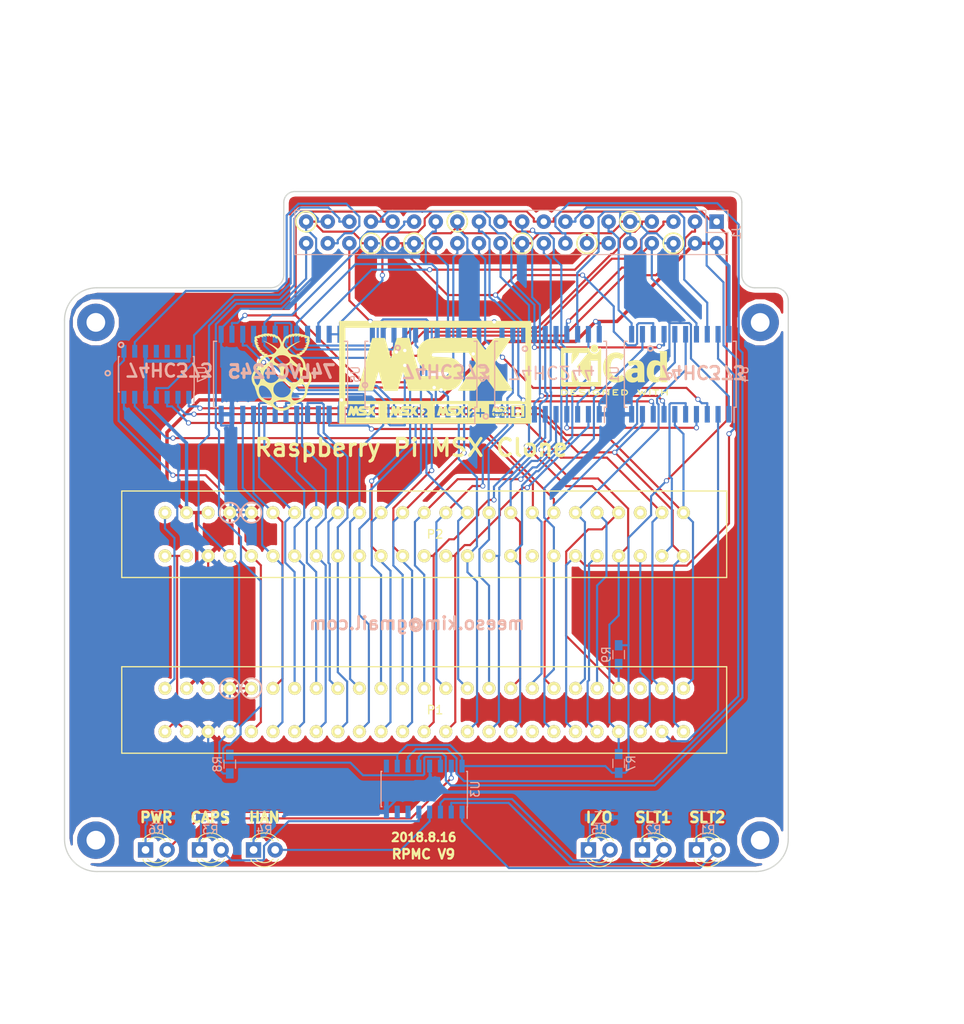
<source format=kicad_pcb>
(kicad_pcb (version 4) (host pcbnew 4.0.7)
  (layers (0 F.Cu signal) (31 B.Cu signal) (34 B.Paste user) (35 F.Paste user) (36 B.SilkS user) (37 F.SilkS user) (38 B.Mask user) (39 F.Mask user) (44 Edge.Cuts user))
  (net 0 "")
  (net 1 GND)
  (net 2 "Net-(U3-Pad9)")
  (net 3 +5V)
  (net 4 /RD3)
  (net 5 /RD4)
  (net 6 /RD6)
  (net 7 /RD7)
  (net 8 /RD0)
  (net 9 /RD1)
  (net 10 /RD2)
  (net 11 /RD5)
  (net 12 /CS1)
  (net 13 /CS2)
  (net 14 /CS12)
  (net 15 /SLTSL1)
  (net 16 /RFSH)
  (net 17 /INT)
  (net 18 /M1)
  (net 19 /BUSDIR)
  (net 20 /IORQ)
  (net 21 /MREQ)
  (net 22 /WR)
  (net 23 /RD)
  (net 24 /RESET)
  (net 25 /A9)
  (net 26 /A15)
  (net 27 /A11)
  (net 28 /A10)
  (net 29 /A7)
  (net 30 /A6)
  (net 31 /A12)
  (net 32 /A8)
  (net 33 /A14)
  (net 34 /A13)
  (net 35 /A1)
  (net 36 /A0)
  (net 37 /A3)
  (net 38 /A2)
  (net 39 /A5)
  (net 40 /A4)
  (net 41 /D1)
  (net 42 /D0)
  (net 43 /D3)
  (net 44 /D2)
  (net 45 /D5)
  (net 46 /D4)
  (net 47 /D7)
  (net 48 /D6)
  (net 49 /CLK)
  (net 50 /+12V)
  (net 51 /SNDIN)
  (net 52 +3V3)
  (net 53 "Net-(P1-Pad5)")
  (net 54 "Net-(P1-Pad16)")
  (net 55 "Net-(P2-Pad5)")
  (net 56 "Net-(P2-Pad16)")
  (net 57 /RA8)
  (net 58 /RA10)
  (net 59 /RA11)
  (net 60 /RA15)
  (net 61 /RA12)
  (net 62 /RA9)
  (net 63 /RA13)
  (net 64 /RA14)
  (net 65 "Net-(D1-Pad2)")
  (net 66 "Net-(D2-Pad2)")
  (net 67 "Net-(D3-Pad2)")
  (net 68 "Net-(D4-Pad2)")
  (net 69 "Net-(D5-Pad2)")
  (net 70 "Net-(D6-Pad2)")
  (net 71 /RC17)
  (net 72 /RC18)
  (net 73 /RC27)
  (net 74 /RC23)
  (net 75 /RC25)
  (net 76 /RC19)
  (net 77 /RC20)
  (net 78 /RC16)
  (net 79 "Net-(U3-Pad7)")
  (net 80 /RC26)
  (net 81 /RC22)
  (net 82 /RC21)
  (net 83 /SLTSL2)
  (net 84 "Net-(D1-Pad1)")
  (net 85 "Net-(D2-Pad1)")
  (net 86 "Net-(D3-Pad1)")
  (net 87 "Net-(D4-Pad1)")
  (net 88 "Net-(D5-Pad1)")
  (net 89 "Net-(D6-Pad1)")
  (net 90 "Net-(U3-Pad6)")
  (module Mounting_Holes:MountingHole_2.2mm_M2_Pad (layer F.Cu) (at 210.693 67.564)
    (fp_text reference H4 hide)
    (fp_text value MountingHole_2.2mm_M2_Pad)
    (pad 1 thru_hole circle (at 0 0) (size 4.4 4.4) (drill 2.2) (layers *.Cu *.Mask))
  )
  (module Mounting_Holes:MountingHole_2.2mm_M2_Pad (layer F.Cu) (at 132.588 67.564)
    (fp_text reference H3 hide)
    (fp_text value MountingHole_2.2mm_M2_Pad)
    (pad 1 thru_hole circle (at 0 0) (size 4.4 4.4) (drill 2.2) (layers *.Cu *.Mask))
  )
  (module Mounting_Holes:MountingHole_2.2mm_M2_Pad (layer F.Cu) (at 132.588 128.397)
    (fp_text reference H2 hide)
    (fp_text value MountingHole_2.2mm_M2_Pad)
    (pad 1 thru_hole circle (at 0 0) (size 4.4 4.4) (drill 2.2) (layers *.Cu *.Mask))
  )
  (module MSX:MSX_SLOT (layer F.Cu) (at 172.466 113.101)
    (fp_text reference P1 (at 0 0) (layer F.SilkS))
    (fp_text value CONN_02X25)
    (pad 1 thru_hole circle (at 29.21 -2.54) (size 1.524 1.524) (drill 0.77) (layers *.Cu *.Mask F.SilkS) (net 12 /CS1))
    (pad 2 thru_hole circle (at 29.21 2.54) (size 1.524 1.524) (drill 0.77) (layers *.Cu *.Mask F.SilkS) (net 13 /CS2))
    (pad 3 thru_hole circle (at 26.67 -2.54) (size 1.524 1.524) (drill 0.77) (layers *.Cu *.Mask F.SilkS) (net 14 /CS12))
    (pad 4 thru_hole circle (at 26.67 2.54) (size 1.524 1.524) (drill 0.77) (layers *.Cu *.Mask F.SilkS) (net 15 /SLTSL1))
    (pad 5 thru_hole circle (at 24.13 -2.54) (size 1.524 1.524) (drill 0.77) (layers *.Cu *.Mask F.SilkS) (net 53 "Net-(P1-Pad5)"))
    (pad 6 thru_hole circle (at 24.13 2.54) (size 1.524 1.524) (drill 0.77) (layers *.Cu *.Mask F.SilkS) (net 16 /RFSH))
    (pad 7 thru_hole circle (at 21.59 -2.54) (size 1.524 1.524) (drill 0.77) (layers *.Cu *.Mask F.SilkS) (net 75 /RC25))
    (pad 8 thru_hole circle (at 21.59 2.54) (size 1.524 1.524) (drill 0.77) (layers *.Cu *.Mask F.SilkS) (net 17 /INT))
    (pad 9 thru_hole circle (at 19.05 -2.54) (size 1.524 1.524) (drill 0.77) (layers *.Cu *.Mask F.SilkS) (net 18 /M1))
    (pad 10 thru_hole circle (at 19.05 2.54) (size 1.524 1.524) (drill 0.77) (layers *.Cu *.Mask F.SilkS) (net 19 /BUSDIR))
    (pad 11 thru_hole circle (at 16.51 -2.54) (size 1.524 1.524) (drill 0.77) (layers *.Cu *.Mask F.SilkS) (net 20 /IORQ))
    (pad 12 thru_hole circle (at 16.51 2.54) (size 1.524 1.524) (drill 0.77) (layers *.Cu *.Mask F.SilkS) (net 21 /MREQ))
    (pad 13 thru_hole circle (at 13.97 -2.54) (size 1.524 1.524) (drill 0.77) (layers *.Cu *.Mask F.SilkS) (net 22 /WR))
    (pad 14 thru_hole circle (at 13.97 2.54) (size 1.524 1.524) (drill 0.77) (layers *.Cu *.Mask F.SilkS) (net 23 /RD))
    (pad 15 thru_hole circle (at 11.43 -2.54) (size 1.524 1.524) (drill 0.77) (layers *.Cu *.Mask F.SilkS) (net 24 /RESET))
    (pad 16 thru_hole circle (at 11.43 2.54) (size 1.524 1.524) (drill 0.77) (layers *.Cu *.Mask F.SilkS) (net 54 "Net-(P1-Pad16)"))
    (pad 17 thru_hole circle (at 8.89 -2.54) (size 1.524 1.524) (drill 0.77) (layers *.Cu *.Mask F.SilkS) (net 25 /A9))
    (pad 18 thru_hole circle (at 8.89 2.54) (size 1.524 1.524) (drill 0.77) (layers *.Cu *.Mask F.SilkS) (net 26 /A15))
    (pad 19 thru_hole circle (at 6.35 -2.54) (size 1.524 1.524) (drill 0.77) (layers *.Cu *.Mask F.SilkS) (net 27 /A11))
    (pad 20 thru_hole circle (at 6.35 2.54) (size 1.524 1.524) (drill 0.77) (layers *.Cu *.Mask F.SilkS) (net 28 /A10))
    (pad 21 thru_hole circle (at 3.81 -2.54) (size 1.524 1.524) (drill 0.77) (layers *.Cu *.Mask F.SilkS) (net 29 /A7))
    (pad 22 thru_hole circle (at 3.81 2.54) (size 1.524 1.524) (drill 0.77) (layers *.Cu *.Mask F.SilkS) (net 30 /A6))
    (pad 23 thru_hole circle (at 1.27 -2.54) (size 1.524 1.524) (drill 0.77) (layers *.Cu *.Mask F.SilkS) (net 31 /A12))
    (pad 24 thru_hole circle (at 1.27 2.54) (size 1.524 1.524) (drill 0.77) (layers *.Cu *.Mask F.SilkS) (net 32 /A8))
    (pad 25 thru_hole circle (at -1.27 -2.54) (size 1.524 1.524) (drill 0.77) (layers *.Cu *.Mask F.SilkS) (net 33 /A14))
    (pad 26 thru_hole circle (at -1.27 2.54) (size 1.524 1.524) (drill 0.77) (layers *.Cu *.Mask F.SilkS) (net 34 /A13))
    (pad 27 thru_hole circle (at -3.81 -2.54) (size 1.524 1.524) (drill 0.77) (layers *.Cu *.Mask F.SilkS) (net 35 /A1))
    (pad 28 thru_hole circle (at -3.81 2.54) (size 1.524 1.524) (drill 0.77) (layers *.Cu *.Mask F.SilkS) (net 36 /A0))
    (pad 29 thru_hole circle (at -6.35 -2.54) (size 1.524 1.524) (drill 0.77) (layers *.Cu *.Mask F.SilkS) (net 37 /A3))
    (pad 30 thru_hole circle (at -6.35 2.54) (size 1.524 1.524) (drill 0.77) (layers *.Cu *.Mask F.SilkS) (net 38 /A2))
    (pad 31 thru_hole circle (at -8.89 -2.54) (size 1.524 1.524) (drill 0.77) (layers *.Cu *.Mask F.SilkS) (net 39 /A5))
    (pad 32 thru_hole circle (at -8.89 2.54) (size 1.524 1.524) (drill 0.77) (layers *.Cu *.Mask F.SilkS) (net 40 /A4))
    (pad 33 thru_hole circle (at -11.43 -2.54) (size 1.524 1.524) (drill 0.77) (layers *.Cu *.Mask F.SilkS) (net 41 /D1))
    (pad 34 thru_hole circle (at -11.43 2.54) (size 1.524 1.524) (drill 0.77) (layers *.Cu *.Mask F.SilkS) (net 42 /D0))
    (pad 35 thru_hole circle (at -13.97 -2.54) (size 1.524 1.524) (drill 0.77) (layers *.Cu *.Mask F.SilkS) (net 43 /D3))
    (pad 36 thru_hole circle (at -13.97 2.54) (size 1.524 1.524) (drill 0.77) (layers *.Cu *.Mask F.SilkS) (net 44 /D2))
    (pad 37 thru_hole circle (at -16.51 -2.54) (size 1.524 1.524) (drill 0.77) (layers *.Cu *.Mask F.SilkS) (net 45 /D5))
    (pad 38 thru_hole circle (at -16.51 2.54) (size 1.524 1.524) (drill 0.77) (layers *.Cu *.Mask F.SilkS) (net 46 /D4))
    (pad 39 thru_hole circle (at -19.05 -2.54) (size 1.524 1.524) (drill 0.77) (layers *.Cu *.Mask F.SilkS) (net 47 /D7))
    (pad 40 thru_hole circle (at -19.05 2.54) (size 1.524 1.524) (drill 0.77) (layers *.Cu *.Mask F.SilkS) (net 48 /D6))
    (pad 41 thru_hole circle (at -21.59 -2.54) (size 1.524 1.524) (drill 0.77) (layers *.Cu *.Mask F.SilkS) (net 1 GND))
    (pad 42 thru_hole circle (at -21.59 2.54) (size 1.524 1.524) (drill 0.77) (layers *.Cu *.Mask F.SilkS) (net 49 /CLK))
    (pad 43 thru_hole circle (at -24.13 -2.54) (size 1.524 1.524) (drill 0.77) (layers *.Cu *.Mask F.SilkS) (net 1 GND))
    (pad 44 thru_hole circle (at -24.13 2.54) (size 1.524 1.524) (drill 0.77) (layers *.Cu *.Mask F.SilkS) (net 80 /RC26))
    (pad 45 thru_hole circle (at -26.67 -2.54) (size 1.524 1.524) (drill 0.77) (layers *.Cu *.Mask F.SilkS) (net 3 +5V))
    (pad 46 thru_hole circle (at -26.67 2.54) (size 1.524 1.524) (drill 0.77) (layers *.Cu *.Mask F.SilkS) (net 1 GND))
    (pad 47 thru_hole circle (at -29.21 -2.54) (size 1.524 1.524) (drill 0.77) (layers *.Cu *.Mask F.SilkS) (net 3 +5V))
    (pad 48 thru_hole circle (at -29.21 2.54) (size 1.524 1.524) (drill 0.77) (layers *.Cu *.Mask F.SilkS) (net 50 /+12V))
    (pad 49 thru_hole circle (at -31.75 -2.54) (size 1.524 1.524) (drill 0.77) (layers *.Cu *.Mask F.SilkS) (net 51 /SNDIN))
    (pad 50 thru_hole circle (at -31.75 2.54) (size 1.524 1.524) (drill 0.77) (layers *.Cu *.Mask F.SilkS) (net 50 /+12V))
  )
  (module MSX:MSX_SLOT (layer F.Cu) (at 172.466 92.456)
    (fp_text reference P2 (at 0 0) (layer F.SilkS))
    (fp_text value CONN_02X25)
    (pad 1 thru_hole circle (at 29.21 -2.54) (size 1.524 1.524) (drill 0.77) (layers *.Cu *.Mask F.SilkS) (net 12 /CS1))
    (pad 2 thru_hole circle (at 29.21 2.54) (size 1.524 1.524) (drill 0.77) (layers *.Cu *.Mask F.SilkS) (net 13 /CS2))
    (pad 3 thru_hole circle (at 26.67 -2.54) (size 1.524 1.524) (drill 0.77) (layers *.Cu *.Mask F.SilkS) (net 14 /CS12))
    (pad 4 thru_hole circle (at 26.67 2.54) (size 1.524 1.524) (drill 0.77) (layers *.Cu *.Mask F.SilkS) (net 83 /SLTSL2))
    (pad 5 thru_hole circle (at 24.13 -2.54) (size 1.524 1.524) (drill 0.77) (layers *.Cu *.Mask F.SilkS) (net 55 "Net-(P2-Pad5)"))
    (pad 6 thru_hole circle (at 24.13 2.54) (size 1.524 1.524) (drill 0.77) (layers *.Cu *.Mask F.SilkS) (net 16 /RFSH))
    (pad 7 thru_hole circle (at 21.59 -2.54) (size 1.524 1.524) (drill 0.77) (layers *.Cu *.Mask F.SilkS) (net 75 /RC25))
    (pad 8 thru_hole circle (at 21.59 2.54) (size 1.524 1.524) (drill 0.77) (layers *.Cu *.Mask F.SilkS) (net 17 /INT))
    (pad 9 thru_hole circle (at 19.05 -2.54) (size 1.524 1.524) (drill 0.77) (layers *.Cu *.Mask F.SilkS) (net 18 /M1))
    (pad 10 thru_hole circle (at 19.05 2.54) (size 1.524 1.524) (drill 0.77) (layers *.Cu *.Mask F.SilkS) (net 19 /BUSDIR))
    (pad 11 thru_hole circle (at 16.51 -2.54) (size 1.524 1.524) (drill 0.77) (layers *.Cu *.Mask F.SilkS) (net 20 /IORQ))
    (pad 12 thru_hole circle (at 16.51 2.54) (size 1.524 1.524) (drill 0.77) (layers *.Cu *.Mask F.SilkS) (net 21 /MREQ))
    (pad 13 thru_hole circle (at 13.97 -2.54) (size 1.524 1.524) (drill 0.77) (layers *.Cu *.Mask F.SilkS) (net 22 /WR))
    (pad 14 thru_hole circle (at 13.97 2.54) (size 1.524 1.524) (drill 0.77) (layers *.Cu *.Mask F.SilkS) (net 23 /RD))
    (pad 15 thru_hole circle (at 11.43 -2.54) (size 1.524 1.524) (drill 0.77) (layers *.Cu *.Mask F.SilkS) (net 24 /RESET))
    (pad 16 thru_hole circle (at 11.43 2.54) (size 1.524 1.524) (drill 0.77) (layers *.Cu *.Mask F.SilkS) (net 56 "Net-(P2-Pad16)"))
    (pad 17 thru_hole circle (at 8.89 -2.54) (size 1.524 1.524) (drill 0.77) (layers *.Cu *.Mask F.SilkS) (net 25 /A9))
    (pad 18 thru_hole circle (at 8.89 2.54) (size 1.524 1.524) (drill 0.77) (layers *.Cu *.Mask F.SilkS) (net 26 /A15))
    (pad 19 thru_hole circle (at 6.35 -2.54) (size 1.524 1.524) (drill 0.77) (layers *.Cu *.Mask F.SilkS) (net 27 /A11))
    (pad 20 thru_hole circle (at 6.35 2.54) (size 1.524 1.524) (drill 0.77) (layers *.Cu *.Mask F.SilkS) (net 28 /A10))
    (pad 21 thru_hole circle (at 3.81 -2.54) (size 1.524 1.524) (drill 0.77) (layers *.Cu *.Mask F.SilkS) (net 29 /A7))
    (pad 22 thru_hole circle (at 3.81 2.54) (size 1.524 1.524) (drill 0.77) (layers *.Cu *.Mask F.SilkS) (net 30 /A6))
    (pad 23 thru_hole circle (at 1.27 -2.54) (size 1.524 1.524) (drill 0.77) (layers *.Cu *.Mask F.SilkS) (net 31 /A12))
    (pad 24 thru_hole circle (at 1.27 2.54) (size 1.524 1.524) (drill 0.77) (layers *.Cu *.Mask F.SilkS) (net 32 /A8))
    (pad 25 thru_hole circle (at -1.27 -2.54) (size 1.524 1.524) (drill 0.77) (layers *.Cu *.Mask F.SilkS) (net 33 /A14))
    (pad 26 thru_hole circle (at -1.27 2.54) (size 1.524 1.524) (drill 0.77) (layers *.Cu *.Mask F.SilkS) (net 34 /A13))
    (pad 27 thru_hole circle (at -3.81 -2.54) (size 1.524 1.524) (drill 0.77) (layers *.Cu *.Mask F.SilkS) (net 35 /A1))
    (pad 28 thru_hole circle (at -3.81 2.54) (size 1.524 1.524) (drill 0.77) (layers *.Cu *.Mask F.SilkS) (net 36 /A0))
    (pad 29 thru_hole circle (at -6.35 -2.54) (size 1.524 1.524) (drill 0.77) (layers *.Cu *.Mask F.SilkS) (net 37 /A3))
    (pad 30 thru_hole circle (at -6.35 2.54) (size 1.524 1.524) (drill 0.77) (layers *.Cu *.Mask F.SilkS) (net 38 /A2))
    (pad 31 thru_hole circle (at -8.89 -2.54) (size 1.524 1.524) (drill 0.77) (layers *.Cu *.Mask F.SilkS) (net 39 /A5))
    (pad 32 thru_hole circle (at -8.89 2.54) (size 1.524 1.524) (drill 0.77) (layers *.Cu *.Mask F.SilkS) (net 40 /A4))
    (pad 33 thru_hole circle (at -11.43 -2.54) (size 1.524 1.524) (drill 0.77) (layers *.Cu *.Mask F.SilkS) (net 41 /D1))
    (pad 34 thru_hole circle (at -11.43 2.54) (size 1.524 1.524) (drill 0.77) (layers *.Cu *.Mask F.SilkS) (net 42 /D0))
    (pad 35 thru_hole circle (at -13.97 -2.54) (size 1.524 1.524) (drill 0.77) (layers *.Cu *.Mask F.SilkS) (net 43 /D3))
    (pad 36 thru_hole circle (at -13.97 2.54) (size 1.524 1.524) (drill 0.77) (layers *.Cu *.Mask F.SilkS) (net 44 /D2))
    (pad 37 thru_hole circle (at -16.51 -2.54) (size 1.524 1.524) (drill 0.77) (layers *.Cu *.Mask F.SilkS) (net 45 /D5))
    (pad 38 thru_hole circle (at -16.51 2.54) (size 1.524 1.524) (drill 0.77) (layers *.Cu *.Mask F.SilkS) (net 46 /D4))
    (pad 39 thru_hole circle (at -19.05 -2.54) (size 1.524 1.524) (drill 0.77) (layers *.Cu *.Mask F.SilkS) (net 47 /D7))
    (pad 40 thru_hole circle (at -19.05 2.54) (size 1.524 1.524) (drill 0.77) (layers *.Cu *.Mask F.SilkS) (net 48 /D6))
    (pad 41 thru_hole circle (at -21.59 -2.54) (size 1.524 1.524) (drill 0.77) (layers *.Cu *.Mask F.SilkS) (net 1 GND))
    (pad 42 thru_hole circle (at -21.59 2.54) (size 1.524 1.524) (drill 0.77) (layers *.Cu *.Mask F.SilkS) (net 49 /CLK))
    (pad 43 thru_hole circle (at -24.13 -2.54) (size 1.524 1.524) (drill 0.77) (layers *.Cu *.Mask F.SilkS) (net 1 GND))
    (pad 44 thru_hole circle (at -24.13 2.54) (size 1.524 1.524) (drill 0.77) (layers *.Cu *.Mask F.SilkS) (net 80 /RC26))
    (pad 45 thru_hole circle (at -26.67 -2.54) (size 1.524 1.524) (drill 0.77) (layers *.Cu *.Mask F.SilkS) (net 3 +5V))
    (pad 46 thru_hole circle (at -26.67 2.54) (size 1.524 1.524) (drill 0.77) (layers *.Cu *.Mask F.SilkS) (net 1 GND))
    (pad 47 thru_hole circle (at -29.21 -2.54) (size 1.524 1.524) (drill 0.77) (layers *.Cu *.Mask F.SilkS) (net 3 +5V))
    (pad 48 thru_hole circle (at -29.21 2.54) (size 1.524 1.524) (drill 0.77) (layers *.Cu *.Mask F.SilkS) (net 50 /+12V))
    (pad 49 thru_hole circle (at -31.75 -2.54) (size 1.524 1.524) (drill 0.77) (layers *.Cu *.Mask F.SilkS) (net 51 /SNDIN))
    (pad 50 thru_hole circle (at -31.75 2.54) (size 1.524 1.524) (drill 0.77) (layers *.Cu *.Mask F.SilkS) (net 50 /+12V))
  )
  (module Socket_Strips:Socket_Strip_Straight_2x20_Pitch2.54mm (layer B.Cu) (at 205.572 55.7276 90)
    (fp_text reference J1 (at -1.27 2.33 90) (layer B.SilkS) (effects (justify mirror)))
    (fp_text value RPi_GPIO)
    (pad 1 thru_hole rect (at 0 0 90) (size 1.7 1.7) (drill 0.77) (layers *.Cu *.Mask) (net 52 +3V3))
    (pad 2 thru_hole oval (at -2.54 0 90) (size 1.7 1.7) (drill 0.77) (layers *.Cu *.Mask) (net 3 +5V))
    (pad 3 thru_hole oval (at 0 -2.54 90) (size 1.7 1.7) (drill 0.77) (layers *.Cu *.Mask) (net 10 /RD2))
    (pad 4 thru_hole oval (at -2.54 -2.54 90) (size 1.7 1.7) (drill 0.77) (layers *.Cu *.Mask) (net 3 +5V))
    (pad 5 thru_hole oval (at 0 -5.08 90) (size 1.7 1.7) (drill 0.77) (layers *.Cu *.Mask) (net 4 /RD3))
    (pad 6 thru_hole oval (at -2.54 -5.08 90) (size 1.7 1.7) (drill 0.77) (layers *.Cu *.Mask) (net 1 GND))
    (pad 7 thru_hole oval (at 0 -7.62 90) (size 1.7 1.7) (drill 0.77) (layers *.Cu *.Mask) (net 5 /RD4))
    (pad 8 thru_hole oval (at -2.54 -7.62 90) (size 1.7 1.7) (drill 0.77) (layers *.Cu *.Mask) (net 64 /RA14))
    (pad 9 thru_hole oval (at 0 -10.16 90) (size 1.7 1.7) (drill 0.77) (layers *.Cu *.Mask) (net 1 GND))
    (pad 10 thru_hole oval (at -2.54 -10.16 90) (size 1.7 1.7) (drill 0.77) (layers *.Cu *.Mask) (net 60 /RA15))
    (pad 11 thru_hole oval (at 0 -12.7 90) (size 1.7 1.7) (drill 0.77) (layers *.Cu *.Mask) (net 71 /RC17))
    (pad 12 thru_hole oval (at -2.54 -12.7 90) (size 1.7 1.7) (drill 0.77) (layers *.Cu *.Mask) (net 72 /RC18))
    (pad 13 thru_hole oval (at 0 -15.24 90) (size 1.7 1.7) (drill 0.77) (layers *.Cu *.Mask) (net 73 /RC27))
    (pad 14 thru_hole oval (at -2.54 -15.24 90) (size 1.7 1.7) (drill 0.77) (layers *.Cu *.Mask) (net 1 GND))
    (pad 15 thru_hole oval (at 0 -17.78 90) (size 1.7 1.7) (drill 0.77) (layers *.Cu *.Mask) (net 81 /RC22))
    (pad 16 thru_hole oval (at -2.54 -17.78 90) (size 1.7 1.7) (drill 0.77) (layers *.Cu *.Mask) (net 74 /RC23))
    (pad 17 thru_hole oval (at 0 -20.32 90) (size 1.7 1.7) (drill 0.77) (layers *.Cu *.Mask) (net 52 +3V3))
    (pad 18 thru_hole oval (at -2.54 -20.32 90) (size 1.7 1.7) (drill 0.77) (layers *.Cu *.Mask) (net 17 /INT))
    (pad 19 thru_hole oval (at 0 -22.86 90) (size 1.7 1.7) (drill 0.77) (layers *.Cu *.Mask) (net 58 /RA10))
    (pad 20 thru_hole oval (at -2.54 -22.86 90) (size 1.7 1.7) (drill 0.77) (layers *.Cu *.Mask) (net 1 GND))
    (pad 21 thru_hole oval (at 0 -25.4 90) (size 1.7 1.7) (drill 0.77) (layers *.Cu *.Mask) (net 62 /RA9))
    (pad 22 thru_hole oval (at -2.54 -25.4 90) (size 1.7 1.7) (drill 0.77) (layers *.Cu *.Mask) (net 75 /RC25))
    (pad 23 thru_hole oval (at 0 -27.94 90) (size 1.7 1.7) (drill 0.77) (layers *.Cu *.Mask) (net 59 /RA11))
    (pad 24 thru_hole oval (at -2.54 -27.94 90) (size 1.7 1.7) (drill 0.77) (layers *.Cu *.Mask) (net 57 /RA8))
    (pad 25 thru_hole oval (at 0 -30.48 90) (size 1.7 1.7) (drill 0.77) (layers *.Cu *.Mask) (net 1 GND))
    (pad 26 thru_hole oval (at -2.54 -30.48 90) (size 1.7 1.7) (drill 0.77) (layers *.Cu *.Mask) (net 7 /RD7))
    (pad 27 thru_hole oval (at 0 -33.02 90) (size 1.7 1.7) (drill 0.77) (layers *.Cu *.Mask) (net 8 /RD0))
    (pad 28 thru_hole oval (at -2.54 -33.02 90) (size 1.7 1.7) (drill 0.77) (layers *.Cu *.Mask) (net 9 /RD1))
    (pad 29 thru_hole oval (at 0 -35.56 90) (size 1.7 1.7) (drill 0.77) (layers *.Cu *.Mask) (net 11 /RD5))
    (pad 30 thru_hole oval (at -2.54 -35.56 90) (size 1.7 1.7) (drill 0.77) (layers *.Cu *.Mask) (net 1 GND))
    (pad 31 thru_hole oval (at 0 -38.1 90) (size 1.7 1.7) (drill 0.77) (layers *.Cu *.Mask) (net 6 /RD6))
    (pad 32 thru_hole oval (at -2.54 -38.1 90) (size 1.7 1.7) (drill 0.77) (layers *.Cu *.Mask) (net 61 /RA12))
    (pad 33 thru_hole oval (at 0 -40.64 90) (size 1.7 1.7) (drill 0.77) (layers *.Cu *.Mask) (net 63 /RA13))
    (pad 34 thru_hole oval (at -2.54 -40.64 90) (size 1.7 1.7) (drill 0.77) (layers *.Cu *.Mask) (net 1 GND))
    (pad 35 thru_hole oval (at 0 -43.18 90) (size 1.7 1.7) (drill 0.77) (layers *.Cu *.Mask) (net 76 /RC19))
    (pad 36 thru_hole oval (at -2.54 -43.18 90) (size 1.7 1.7) (drill 0.77) (layers *.Cu *.Mask) (net 78 /RC16))
    (pad 37 thru_hole oval (at 0 -45.72 90) (size 1.7 1.7) (drill 0.77) (layers *.Cu *.Mask) (net 80 /RC26))
    (pad 38 thru_hole oval (at -2.54 -45.72 90) (size 1.7 1.7) (drill 0.77) (layers *.Cu *.Mask) (net 77 /RC20))
    (pad 39 thru_hole oval (at 0 -48.26 90) (size 1.7 1.7) (drill 0.77) (layers *.Cu *.Mask) (net 1 GND))
    (pad 40 thru_hole oval (at -2.54 -48.26 90) (size 1.7 1.7) (drill 0.77) (layers *.Cu *.Mask) (net 82 /RC21))
  )
  (module LEDs:LED_D3.0mm (layer F.Cu) (at 203.2 129.54)
    (fp_text reference D1 hide)
    (fp_text value LED)
    (pad 1 thru_hole rect (at 0 0) (size 1.8 1.8) (drill 0.9) (layers *.Cu *.Mask) (net 84 "Net-(D1-Pad1)"))
    (pad 2 thru_hole circle (at 2.54 0) (size 1.8 1.8) (drill 0.9) (layers *.Cu *.Mask) (net 65 "Net-(D1-Pad2)"))
  )
  (module LEDs:LED_D3.0mm (layer F.Cu) (at 196.85 129.54)
    (fp_text reference D2 hide)
    (fp_text value LED)
    (pad 1 thru_hole rect (at 0 0) (size 1.8 1.8) (drill 0.9) (layers *.Cu *.Mask) (net 85 "Net-(D2-Pad1)"))
    (pad 2 thru_hole circle (at 2.54 0) (size 1.8 1.8) (drill 0.9) (layers *.Cu *.Mask) (net 66 "Net-(D2-Pad2)"))
  )
  (module LEDs:LED_D3.0mm (layer F.Cu) (at 144.78 129.54)
    (fp_text reference D3 hide)
    (fp_text value LED)
    (pad 1 thru_hole rect (at 0 0) (size 1.8 1.8) (drill 0.9) (layers *.Cu *.Mask) (net 86 "Net-(D3-Pad1)"))
    (pad 2 thru_hole circle (at 2.54 0) (size 1.8 1.8) (drill 0.9) (layers *.Cu *.Mask) (net 67 "Net-(D3-Pad2)"))
  )
  (module LEDs:LED_D3.0mm (layer F.Cu) (at 151.13 129.54)
    (fp_text reference D4 hide)
    (fp_text value LED)
    (pad 1 thru_hole rect (at 0 0) (size 1.8 1.8) (drill 0.9) (layers *.Cu *.Mask) (net 87 "Net-(D4-Pad1)"))
    (pad 2 thru_hole circle (at 2.54 0) (size 1.8 1.8) (drill 0.9) (layers *.Cu *.Mask) (net 68 "Net-(D4-Pad2)"))
  )
  (module LEDs:LED_D3.0mm (layer F.Cu) (at 190.5 129.54)
    (fp_text reference D5 hide)
    (fp_text value LED)
    (pad 1 thru_hole rect (at 0 0) (size 1.8 1.8) (drill 0.9) (layers *.Cu *.Mask) (net 88 "Net-(D5-Pad1)"))
    (pad 2 thru_hole circle (at 2.54 0) (size 1.8 1.8) (drill 0.9) (layers *.Cu *.Mask) (net 69 "Net-(D5-Pad2)"))
  )
  (module LEDs:LED_D3.0mm (layer F.Cu) (at 138.43 129.54)
    (fp_text reference D6 hide)
    (fp_text value LED)
    (pad 1 thru_hole rect (at 0 0) (size 1.8 1.8) (drill 0.9) (layers *.Cu *.Mask) (net 89 "Net-(D6-Pad1)"))
    (pad 2 thru_hole circle (at 2.54 0) (size 1.8 1.8) (drill 0.9) (layers *.Cu *.Mask) (net 70 "Net-(D6-Pad2)"))
  )
  (module Resistors_SMD:R_0603_HandSoldering (layer B.Cu) (at 204.47 125.73)
    (fp_text reference R1 (at 0 1.45) (layer B.SilkS) (effects (justify mirror)))
    (fp_text value R)
    (pad 1 smd rect (at -1.1 0) (size 1.2 0.9) (layers B.Cu B.Paste B.Mask) (net 84 "Net-(D1-Pad1)"))
    (pad 2 smd rect (at 1.1 0) (size 1.2 0.9) (layers B.Cu B.Paste B.Mask) (net 1 GND))
  )
  (module Resistors_SMD:R_0603_HandSoldering (layer B.Cu) (at 198.12 125.73)
    (fp_text reference R2 (at 0 1.45) (layer B.SilkS) (effects (justify mirror)))
    (fp_text value R)
    (pad 1 smd rect (at -1.1 0) (size 1.2 0.9) (layers B.Cu B.Paste B.Mask) (net 85 "Net-(D2-Pad1)"))
    (pad 2 smd rect (at 1.1 0) (size 1.2 0.9) (layers B.Cu B.Paste B.Mask) (net 1 GND))
  )
  (module Resistors_SMD:R_0603_HandSoldering (layer B.Cu) (at 146.05 125.73)
    (fp_text reference R3 (at 0 1.45) (layer B.SilkS) (effects (justify mirror)))
    (fp_text value R)
    (pad 1 smd rect (at -1.1 0) (size 1.2 0.9) (layers B.Cu B.Paste B.Mask) (net 86 "Net-(D3-Pad1)"))
    (pad 2 smd rect (at 1.1 0) (size 1.2 0.9) (layers B.Cu B.Paste B.Mask) (net 1 GND))
  )
  (module Resistors_SMD:R_0603_HandSoldering (layer B.Cu) (at 152.4 125.73)
    (fp_text reference R4 (at 0 1.45) (layer B.SilkS) (effects (justify mirror)))
    (fp_text value R)
    (pad 1 smd rect (at -1.1 0) (size 1.2 0.9) (layers B.Cu B.Paste B.Mask) (net 87 "Net-(D4-Pad1)"))
    (pad 2 smd rect (at 1.1 0) (size 1.2 0.9) (layers B.Cu B.Paste B.Mask) (net 1 GND))
  )
  (module Resistors_SMD:R_0603_HandSoldering (layer B.Cu) (at 191.77 125.73)
    (fp_text reference R5 (at 0 1.45) (layer B.SilkS) (effects (justify mirror)))
    (fp_text value R)
    (pad 1 smd rect (at -1.1 0) (size 1.2 0.9) (layers B.Cu B.Paste B.Mask) (net 88 "Net-(D5-Pad1)"))
    (pad 2 smd rect (at 1.1 0) (size 1.2 0.9) (layers B.Cu B.Paste B.Mask) (net 1 GND))
  )
  (module Resistors_SMD:R_0603_HandSoldering (layer B.Cu) (at 139.7 125.73)
    (fp_text reference R6 (at 0 1.45) (layer B.SilkS) (effects (justify mirror)))
    (fp_text value R)
    (pad 1 smd rect (at -1.1 0) (size 1.2 0.9) (layers B.Cu B.Paste B.Mask) (net 89 "Net-(D6-Pad1)"))
    (pad 2 smd rect (at 1.1 0) (size 1.2 0.9) (layers B.Cu B.Paste B.Mask) (net 1 GND))
  )
  (module Resistors_SMD:R_0603_HandSoldering (layer B.Cu) (at 194.056 119.38 90)
    (fp_text reference R7 (at 0 1.45 90) (layer B.SilkS) (effects (justify mirror)))
    (fp_text value R)
    (pad 1 smd rect (at -1.1 0 90) (size 1.2 0.9) (layers B.Cu B.Paste B.Mask) (net 52 +3V3))
    (pad 2 smd rect (at 1.1 0 90) (size 1.2 0.9) (layers B.Cu B.Paste B.Mask) (net 17 /INT))
  )
  (module Resistors_SMD:R_0603_HandSoldering (layer B.Cu) (at 148.336 119.464 270)
    (fp_text reference R8 (at 0 1.45 270) (layer B.SilkS) (effects (justify mirror)))
    (fp_text value R)
    (pad 1 smd rect (at -1.1 0 270) (size 1.2 0.9) (layers B.Cu B.Paste B.Mask) (net 52 +3V3))
    (pad 2 smd rect (at 1.1 0 270) (size 1.2 0.9) (layers B.Cu B.Paste B.Mask) (net 80 /RC26))
  )
  (module Resistors_SMD:R_0603_HandSoldering (layer B.Cu) (at 194.056 106.596 270)
    (fp_text reference R9 (at 0 1.45 270) (layer B.SilkS) (effects (justify mirror)))
    (fp_text value R)
    (pad 1 smd rect (at -1.1 0 270) (size 1.2 0.9) (layers B.Cu B.Paste B.Mask) (net 52 +3V3))
    (pad 2 smd rect (at 1.1 0 270) (size 1.2 0.9) (layers B.Cu B.Paste B.Mask) (net 75 /RC25))
  )
  (module Housings_SOIC:SOIC-20W_7.5x12.8mm_Pitch1.27mm (layer B.Cu) (at 186.055 73.66 90)
    (fp_text reference U1 (at 0 7.5 90) (layer B.SilkS) (effects (justify mirror)))
    (fp_text value 74LS373)
    (pad 1 smd rect (at -4.7 5.715 90) (size 1.95 0.6) (layers B.Cu B.Paste B.Mask) (net 1 GND))
    (pad 2 smd rect (at -4.7 4.445 90) (size 1.95 0.6) (layers B.Cu B.Paste B.Mask) (net 32 /A8))
    (pad 3 smd rect (at -4.7 3.175 90) (size 1.95 0.6) (layers B.Cu B.Paste B.Mask) (net 57 /RA8))
    (pad 4 smd rect (at -4.7 1.905 90) (size 1.95 0.6) (layers B.Cu B.Paste B.Mask) (net 62 /RA9))
    (pad 5 smd rect (at -4.7 0.635 90) (size 1.95 0.6) (layers B.Cu B.Paste B.Mask) (net 25 /A9))
    (pad 6 smd rect (at -4.7 -0.635 90) (size 1.95 0.6) (layers B.Cu B.Paste B.Mask) (net 28 /A10))
    (pad 7 smd rect (at -4.7 -1.905 90) (size 1.95 0.6) (layers B.Cu B.Paste B.Mask) (net 58 /RA10))
    (pad 8 smd rect (at -4.7 -3.175 90) (size 1.95 0.6) (layers B.Cu B.Paste B.Mask) (net 59 /RA11))
    (pad 9 smd rect (at -4.7 -4.445 90) (size 1.95 0.6) (layers B.Cu B.Paste B.Mask) (net 27 /A11))
    (pad 10 smd rect (at -4.7 -5.715 90) (size 1.95 0.6) (layers B.Cu B.Paste B.Mask) (net 1 GND))
    (pad 11 smd rect (at 4.7 -5.715 90) (size 1.95 0.6) (layers B.Cu B.Paste B.Mask) (net 78 /RC16))
    (pad 12 smd rect (at 4.7 -4.445 90) (size 1.95 0.6) (layers B.Cu B.Paste B.Mask) (net 31 /A12))
    (pad 13 smd rect (at 4.7 -3.175 90) (size 1.95 0.6) (layers B.Cu B.Paste B.Mask) (net 61 /RA12))
    (pad 14 smd rect (at 4.7 -1.905 90) (size 1.95 0.6) (layers B.Cu B.Paste B.Mask) (net 63 /RA13))
    (pad 15 smd rect (at 4.7 -0.635 90) (size 1.95 0.6) (layers B.Cu B.Paste B.Mask) (net 34 /A13))
    (pad 16 smd rect (at 4.7 0.635 90) (size 1.95 0.6) (layers B.Cu B.Paste B.Mask) (net 33 /A14))
    (pad 17 smd rect (at 4.7 1.905 90) (size 1.95 0.6) (layers B.Cu B.Paste B.Mask) (net 64 /RA14))
    (pad 18 smd rect (at 4.7 3.175 90) (size 1.95 0.6) (layers B.Cu B.Paste B.Mask) (net 60 /RA15))
    (pad 19 smd rect (at 4.7 4.445 90) (size 1.95 0.6) (layers B.Cu B.Paste B.Mask) (net 26 /A15))
    (pad 20 smd rect (at 4.7 5.715 90) (size 1.95 0.6) (layers B.Cu B.Paste B.Mask) (net 3 +5V))
  )
  (module Housings_SOIC:SOIC-20W_7.5x12.8mm_Pitch1.27mm (layer B.Cu) (at 170.815 73.66 90)
    (fp_text reference U2 (at 0 7.5 90) (layer B.SilkS) (effects (justify mirror)))
    (fp_text value 74LS373)
    (pad 1 smd rect (at -4.7 5.715 90) (size 1.95 0.6) (layers B.Cu B.Paste B.Mask) (net 1 GND))
    (pad 2 smd rect (at -4.7 4.445 90) (size 1.95 0.6) (layers B.Cu B.Paste B.Mask) (net 30 /A6))
    (pad 3 smd rect (at -4.7 3.175 90) (size 1.95 0.6) (layers B.Cu B.Paste B.Mask) (net 6 /RD6))
    (pad 4 smd rect (at -4.7 1.905 90) (size 1.95 0.6) (layers B.Cu B.Paste B.Mask) (net 7 /RD7))
    (pad 5 smd rect (at -4.7 0.635 90) (size 1.95 0.6) (layers B.Cu B.Paste B.Mask) (net 29 /A7))
    (pad 6 smd rect (at -4.7 -0.635 90) (size 1.95 0.6) (layers B.Cu B.Paste B.Mask) (net 40 /A4))
    (pad 7 smd rect (at -4.7 -1.905 90) (size 1.95 0.6) (layers B.Cu B.Paste B.Mask) (net 5 /RD4))
    (pad 8 smd rect (at -4.7 -3.175 90) (size 1.95 0.6) (layers B.Cu B.Paste B.Mask) (net 11 /RD5))
    (pad 9 smd rect (at -4.7 -4.445 90) (size 1.95 0.6) (layers B.Cu B.Paste B.Mask) (net 39 /A5))
    (pad 10 smd rect (at -4.7 -5.715 90) (size 1.95 0.6) (layers B.Cu B.Paste B.Mask) (net 1 GND))
    (pad 11 smd rect (at 4.7 -5.715 90) (size 1.95 0.6) (layers B.Cu B.Paste B.Mask) (net 78 /RC16))
    (pad 12 smd rect (at 4.7 -4.445 90) (size 1.95 0.6) (layers B.Cu B.Paste B.Mask) (net 38 /A2))
    (pad 13 smd rect (at 4.7 -3.175 90) (size 1.95 0.6) (layers B.Cu B.Paste B.Mask) (net 10 /RD2))
    (pad 14 smd rect (at 4.7 -1.905 90) (size 1.95 0.6) (layers B.Cu B.Paste B.Mask) (net 4 /RD3))
    (pad 15 smd rect (at 4.7 -0.635 90) (size 1.95 0.6) (layers B.Cu B.Paste B.Mask) (net 37 /A3))
    (pad 16 smd rect (at 4.7 0.635 90) (size 1.95 0.6) (layers B.Cu B.Paste B.Mask) (net 36 /A0))
    (pad 17 smd rect (at 4.7 1.905 90) (size 1.95 0.6) (layers B.Cu B.Paste B.Mask) (net 8 /RD0))
    (pad 18 smd rect (at 4.7 3.175 90) (size 1.95 0.6) (layers B.Cu B.Paste B.Mask) (net 9 /RD1))
    (pad 19 smd rect (at 4.7 4.445 90) (size 1.95 0.6) (layers B.Cu B.Paste B.Mask) (net 35 /A1))
    (pad 20 smd rect (at 4.7 5.715 90) (size 1.95 0.6) (layers B.Cu B.Paste B.Mask) (net 3 +5V))
  )
  (module Housings_SOIC:SOIC-20W_7.5x12.8mm_Pitch1.27mm (layer B.Cu) (at 201.295 73.66 90)
    (fp_text reference U4 (at 0 7.5 90) (layer B.SilkS) (effects (justify mirror)))
    (fp_text value 74LS373)
    (pad 1 smd rect (at -4.7 5.715 90) (size 1.95 0.6) (layers B.Cu B.Paste B.Mask) (net 1 GND))
    (pad 2 smd rect (at -4.7 4.445 90) (size 1.95 0.6) (layers B.Cu B.Paste B.Mask) (net 15 /SLTSL1))
    (pad 3 smd rect (at -4.7 3.175 90) (size 1.95 0.6) (layers B.Cu B.Paste B.Mask) (net 57 /RA8))
    (pad 4 smd rect (at -4.7 1.905 90) (size 1.95 0.6) (layers B.Cu B.Paste B.Mask) (net 62 /RA9))
    (pad 5 smd rect (at -4.7 0.635 90) (size 1.95 0.6) (layers B.Cu B.Paste B.Mask) (net 83 /SLTSL2))
    (pad 6 smd rect (at -4.7 -0.635 90) (size 1.95 0.6) (layers B.Cu B.Paste B.Mask) (net 12 /CS1))
    (pad 7 smd rect (at -4.7 -1.905 90) (size 1.95 0.6) (layers B.Cu B.Paste B.Mask) (net 58 /RA10))
    (pad 8 smd rect (at -4.7 -3.175 90) (size 1.95 0.6) (layers B.Cu B.Paste B.Mask) (net 59 /RA11))
    (pad 9 smd rect (at -4.7 -4.445 90) (size 1.95 0.6) (layers B.Cu B.Paste B.Mask) (net 13 /CS2))
    (pad 10 smd rect (at -4.7 -5.715 90) (size 1.95 0.6) (layers B.Cu B.Paste B.Mask) (net 1 GND))
    (pad 11 smd rect (at 4.7 -5.715 90) (size 1.95 0.6) (layers B.Cu B.Paste B.Mask) (net 71 /RC17))
    (pad 12 smd rect (at 4.7 -4.445 90) (size 1.95 0.6) (layers B.Cu B.Paste B.Mask) (net 23 /RD))
    (pad 13 smd rect (at 4.7 -3.175 90) (size 1.95 0.6) (layers B.Cu B.Paste B.Mask) (net 61 /RA12))
    (pad 14 smd rect (at 4.7 -1.905 90) (size 1.95 0.6) (layers B.Cu B.Paste B.Mask) (net 63 /RA13))
    (pad 15 smd rect (at 4.7 -0.635 90) (size 1.95 0.6) (layers B.Cu B.Paste B.Mask) (net 22 /WR))
    (pad 16 smd rect (at 4.7 0.635 90) (size 1.95 0.6) (layers B.Cu B.Paste B.Mask) (net 20 /IORQ))
    (pad 17 smd rect (at 4.7 1.905 90) (size 1.95 0.6) (layers B.Cu B.Paste B.Mask) (net 64 /RA14))
    (pad 18 smd rect (at 4.7 3.175 90) (size 1.95 0.6) (layers B.Cu B.Paste B.Mask) (net 60 /RA15))
    (pad 19 smd rect (at 4.7 4.445 90) (size 1.95 0.6) (layers B.Cu B.Paste B.Mask) (net 21 /MREQ))
    (pad 20 smd rect (at 4.7 5.715 90) (size 1.95 0.6) (layers B.Cu B.Paste B.Mask) (net 3 +5V))
  )
  (module Housings_SOIC:SOIC-24W_7.5x15.4mm_Pitch1.27mm (layer B.Cu) (at 154.305 73.66 90)
    (fp_text reference U5 (at 0 8.8 90) (layer B.SilkS) (effects (justify mirror)))
    (fp_text value LVC4245)
    (pad 1 smd rect (at -4.7 6.985 90) (size 2 0.6) (layers B.Cu B.Paste B.Mask) (net 3 +5V))
    (pad 2 smd rect (at -4.7 5.715 90) (size 2 0.6) (layers B.Cu B.Paste B.Mask) (net 22 /WR))
    (pad 3 smd rect (at -4.7 4.445 90) (size 2 0.6) (layers B.Cu B.Paste B.Mask) (net 41 /D1))
    (pad 4 smd rect (at -4.7 3.175 90) (size 2 0.6) (layers B.Cu B.Paste B.Mask) (net 42 /D0))
    (pad 5 smd rect (at -4.7 1.905 90) (size 2 0.6) (layers B.Cu B.Paste B.Mask) (net 43 /D3))
    (pad 6 smd rect (at -4.7 0.635 90) (size 2 0.6) (layers B.Cu B.Paste B.Mask) (net 44 /D2))
    (pad 7 smd rect (at -4.7 -0.635 90) (size 2 0.6) (layers B.Cu B.Paste B.Mask) (net 45 /D5))
    (pad 8 smd rect (at -4.7 -1.905 90) (size 2 0.6) (layers B.Cu B.Paste B.Mask) (net 46 /D4))
    (pad 9 smd rect (at -4.7 -3.175 90) (size 2 0.6) (layers B.Cu B.Paste B.Mask) (net 47 /D7))
    (pad 10 smd rect (at -4.7 -4.445 90) (size 2 0.6) (layers B.Cu B.Paste B.Mask) (net 48 /D6))
    (pad 11 smd rect (at -4.7 -5.715 90) (size 2 0.6) (layers B.Cu B.Paste B.Mask) (net 1 GND))
    (pad 12 smd rect (at -4.7 -6.985 90) (size 2 0.6) (layers B.Cu B.Paste B.Mask) (net 1 GND))
    (pad 13 smd rect (at 4.7 -6.985 90) (size 2 0.6) (layers B.Cu B.Paste B.Mask) (net 1 GND))
    (pad 14 smd rect (at 4.7 -5.715 90) (size 2 0.6) (layers B.Cu B.Paste B.Mask) (net 6 /RD6))
    (pad 15 smd rect (at 4.7 -4.445 90) (size 2 0.6) (layers B.Cu B.Paste B.Mask) (net 7 /RD7))
    (pad 16 smd rect (at 4.7 -3.175 90) (size 2 0.6) (layers B.Cu B.Paste B.Mask) (net 5 /RD4))
    (pad 17 smd rect (at 4.7 -1.905 90) (size 2 0.6) (layers B.Cu B.Paste B.Mask) (net 11 /RD5))
    (pad 18 smd rect (at 4.7 -0.635 90) (size 2 0.6) (layers B.Cu B.Paste B.Mask) (net 10 /RD2))
    (pad 19 smd rect (at 4.7 0.635 90) (size 2 0.6) (layers B.Cu B.Paste B.Mask) (net 4 /RD3))
    (pad 20 smd rect (at 4.7 1.905 90) (size 2 0.6) (layers B.Cu B.Paste B.Mask) (net 8 /RD0))
    (pad 21 smd rect (at 4.7 3.175 90) (size 2 0.6) (layers B.Cu B.Paste B.Mask) (net 9 /RD1))
    (pad 22 smd rect (at 4.7 4.445 90) (size 2 0.6) (layers B.Cu B.Paste B.Mask) (net 72 /RC18))
    (pad 23 smd rect (at 4.7 5.715 90) (size 2 0.6) (layers B.Cu B.Paste B.Mask) (net 52 +3V3))
    (pad 24 smd rect (at 4.7 6.985 90) (size 2 0.6) (layers B.Cu B.Paste B.Mask) (net 52 +3V3))
  )
  (module Housings_SOIC:SOIC-14_3.9x8.7mm_Pitch1.27mm (layer B.Cu) (at 139.7 73.66 90)
    (fp_text reference U7 (at 0 5.375 90) (layer B.SilkS) (effects (justify mirror)))
    (fp_text value 74LS08)
    (pad 1 smd rect (at -2.7 3.81 90) (size 1.5 0.6) (layers B.Cu B.Paste B.Mask) (net 12 /CS1))
    (pad 2 smd rect (at -2.7 2.54 90) (size 1.5 0.6) (layers B.Cu B.Paste B.Mask) (net 13 /CS2))
    (pad 3 smd rect (at -2.7 1.27 90) (size 1.5 0.6) (layers B.Cu B.Paste B.Mask) (net 14 /CS12))
    (pad 4 smd rect (at -2.7 0 90) (size 1.5 0.6) (layers B.Cu B.Paste B.Mask) (net 76 /RC19))
    (pad 5 smd rect (at -2.7 -1.27 90) (size 1.5 0.6) (layers B.Cu B.Paste B.Mask) (net 3 +5V))
    (pad 6 smd rect (at -2.7 -2.54 90) (size 1.5 0.6) (layers B.Cu B.Paste B.Mask) (net 24 /RESET))
    (pad 7 smd rect (at -2.7 -3.81 90) (size 1.5 0.6) (layers B.Cu B.Paste B.Mask) (net 1 GND))
    (pad 8 smd rect (at 2.7 -3.81 90) (size 1.5 0.6) (layers B.Cu B.Paste B.Mask) (net 49 /CLK))
    (pad 9 smd rect (at 2.7 -2.54 90) (size 1.5 0.6) (layers B.Cu B.Paste B.Mask) (net 77 /RC20))
    (pad 10 smd rect (at 2.7 -1.27 90) (size 1.5 0.6) (layers B.Cu B.Paste B.Mask) (net 3 +5V))
    (pad 11 smd rect (at 2.7 0 90) (size 1.5 0.6) (layers B.Cu B.Paste B.Mask))
    (pad 12 smd rect (at 2.7 1.27 90) (size 1.5 0.6) (layers B.Cu B.Paste B.Mask))
    (pad 13 smd rect (at 2.7 2.54 90) (size 1.5 0.6) (layers B.Cu B.Paste B.Mask))
    (pad 14 smd rect (at 2.7 3.81 90) (size 1.5 0.6) (layers B.Cu B.Paste B.Mask) (net 3 +5V))
  )
  (module MSX:msx_msx2_msx+logo (layer F.Cu) (at 172.466 73.406)
    (fp_text reference G2 hide)
    (fp_text value LOGO hide)
  )
  (module MSX:raspberry_pi_logo (layer F.Cu) (at 154.432 73.406)
    (fp_text reference G1 hide)
    (fp_text value LOGO hide)
  )
  (module Symbols:KiCad-Logo2_6mm_SilkScreen (layer F.Cu) (at 193.548 73.152)
    (fp_text reference G3 hide)
    (fp_text value KiCad-Logo2_6mm_SilkScreen hide)
  )
  (module Mounting_Holes:MountingHole_2.2mm_M2_Pad (layer F.Cu) (at 210.693 128.397)
    (fp_text reference H1 hide)
    (fp_text value MountingHole_2.2mm_M2_Pad)
    (pad 1 thru_hole circle (at 0 0) (size 4.4 4.4) (drill 2.2) (layers *.Cu *.Mask))
  )
  (module Housings_SOIC:SOIC-16_3.9x9.9mm_Pitch1.27mm (layer B.Cu) (at 171.196 122.395 90)
    (fp_text reference U3 (at 0 6 90) (layer B.SilkS) (effects (justify mirror)))
    (fp_text value 74HC595)
    (pad 1 smd rect (at -2.7 4.445 90) (size 1.5 0.6) (layers B.Cu B.Paste B.Mask) (net 65 "Net-(D1-Pad2)"))
    (pad 2 smd rect (at -2.7 3.175 90) (size 1.5 0.6) (layers B.Cu B.Paste B.Mask) (net 66 "Net-(D2-Pad2)"))
    (pad 3 smd rect (at -2.7 1.905 90) (size 1.5 0.6) (layers B.Cu B.Paste B.Mask) (net 69 "Net-(D5-Pad2)"))
    (pad 4 smd rect (at -2.7 0.635 90) (size 1.5 0.6) (layers B.Cu B.Paste B.Mask) (net 68 "Net-(D4-Pad2)"))
    (pad 5 smd rect (at -2.7 -0.635 90) (size 1.5 0.6) (layers B.Cu B.Paste B.Mask) (net 67 "Net-(D3-Pad2)"))
    (pad 6 smd rect (at -2.7 -1.905 90) (size 1.5 0.6) (layers B.Cu B.Paste B.Mask) (net 90 "Net-(U3-Pad6)"))
    (pad 7 smd rect (at -2.7 -3.175 90) (size 1.5 0.6) (layers B.Cu B.Paste B.Mask) (net 79 "Net-(U3-Pad7)"))
    (pad 8 smd rect (at -2.7 -4.445 90) (size 1.5 0.6) (layers B.Cu B.Paste B.Mask) (net 1 GND))
    (pad 9 smd rect (at 2.7 -4.445 90) (size 1.5 0.6) (layers B.Cu B.Paste B.Mask) (net 2 "Net-(U3-Pad9)"))
    (pad 10 smd rect (at 2.7 -3.175 90) (size 1.5 0.6) (layers B.Cu B.Paste B.Mask) (net 52 +3V3))
    (pad 11 smd rect (at 2.7 -1.905 90) (size 1.5 0.6) (layers B.Cu B.Paste B.Mask) (net 81 /RC22))
    (pad 12 smd rect (at 2.7 -0.635 90) (size 1.5 0.6) (layers B.Cu B.Paste B.Mask) (net 74 /RC23))
    (pad 13 smd rect (at 2.7 0.635 90) (size 1.5 0.6) (layers B.Cu B.Paste B.Mask) (net 1 GND))
    (pad 14 smd rect (at 2.7 1.905 90) (size 1.5 0.6) (layers B.Cu B.Paste B.Mask) (net 82 /RC21))
    (pad 15 smd rect (at 2.7 3.175 90) (size 1.5 0.6) (layers B.Cu B.Paste B.Mask) (net 70 "Net-(D6-Pad2)"))
    (pad 16 smd rect (at 2.7 4.445 90) (size 1.5 0.6) (layers B.Cu B.Paste B.Mask) (net 52 +3V3))
  )
  (gr_text 74HC373 (at 203.8477 73.3933 180) (layer B.SilkS) (effects (font (size 1.5 1.5) (thickness 0.3)) (justify mirror)))
  (gr_circle (center 157.3022 55.7276) (end 158.3182 56.3372) (layer F.SilkS) (width 0.2))
  (gr_circle (center 164.9222 58.2676) (end 165.9382 58.8772) (layer F.SilkS) (width 0.2))
  (gr_circle (center 170.0022 58.2676) (end 171.0182 58.8772) (layer F.SilkS) (width 0.2))
  (gr_circle (center 175.0822 55.7276) (end 176.0982 56.3372) (layer F.SilkS) (width 0.2))
  (gr_circle (center 182.7022 58.2676) (end 183.7182 58.8772) (layer F.SilkS) (width 0.2))
  (gr_circle (center 190.338649 58.2676) (end 191.354649 58.8772) (layer F.SilkS) (width 0.2))
  (gr_circle (center 195.411151 55.7276) (end 196.427151 56.3372) (layer F.SilkS) (width 0.2))
  (gr_circle (center 200.491151 58.2676) (end 201.507151 58.8772) (layer F.SilkS) (width 0.2))
  (gr_circle (center 150.876 110.5662) (end 151.892 109.9566) (layer B.SilkS) (width 0.2))
  (gr_circle (center 148.336 110.5662) (end 149.352 109.9566) (layer B.SilkS) (width 0.2))
  (gr_circle (center 150.876 89.924951) (end 151.892 89.315351) (layer B.SilkS) (width 0.2))
  (gr_circle (center 148.336 89.924951) (end 149.352 89.315351) (layer B.SilkS) (width 0.2))
  (gr_line (start 210.058 63.5) (end 212.471 63.5) (layer Edge.Cuts) (width 0.15))
  (gr_arc (start 212.471 65.024) (end 212.471 63.5) (angle 90) (layer Edge.Cuts) (width 0.15))
  (gr_arc (start 210.058 61.976) (end 210.058 63.5) (angle 90) (layer Edge.Cuts) (width 0.15))
  (gr_line (start 208.534 53.467) (end 208.534 61.976) (layer Edge.Cuts) (width 0.15))
  (gr_circle (center 135.5598 70.2056) (end 135.8138 70.3326) (layer B.SilkS) (width 0.2))
  (gr_circle (center 164.2364 74.93) (end 164.4904 75.057) (layer B.SilkS) (width 0.2))
  (gr_circle (center 168.0718 70.5612) (end 168.3258 70.6882) (layer B.SilkS) (width 0.2))
  (gr_circle (center 197.7898 70.6374) (end 198.0438 70.7644) (layer B.SilkS) (width 0.2))
  (gr_arc (start 155.956 53.467) (end 154.686 53.467) (angle 90) (layer Edge.Cuts) (width 0.15))
  (gr_arc (start 207.264 53.467) (end 207.264 52.197) (angle 90) (layer Edge.Cuts) (width 0.15))
  (gr_text meeso.kim@gmail.com (at 170.3324 102.9208) (layer B.SilkS) (effects (font (size 1.5 1.5) (thickness 0.3)) (justify mirror)))
  (gr_circle (center 200.025 73.787) (end 200.279 73.914) (layer B.SilkS) (width 0.2))
  (gr_circle (center 183.0324 70.6628) (end 183.2864 70.7898) (layer B.SilkS) (width 0.2))
  (gr_circle (center 178.435 78.613) (end 178.689 78.74) (layer B.SilkS) (width 0.2))
  (gr_text 74HC373 (at 173.736 73.279 180) (layer B.SilkS) (effects (font (size 1.5 1.5) (thickness 0.3)) (justify mirror)))
  (gr_text 74LVC4245 (at 154.432 73.3552) (layer B.SilkS) (effects (font (size 1.5 1.5) (thickness 0.37)) (justify mirror)))
  (gr_text 74HC373 (at 141.224 73.1012 180) (layer B.SilkS) (effects (font (size 1.5 1.5) (thickness 0.3)) (justify mirror)))
  (gr_text 74HC244 (at 186.182 73.4314 180) (layer B.SilkS) (effects (font (size 1.5 1.5) (thickness 0.2)) (justify mirror)))
  (gr_circle (center 133.985 73.533) (end 134.239 73.66) (layer B.SilkS) (width 0.2))
  (gr_text "Raspberry Pi MSX Clone" (at 169.672 82.296) (layer F.SilkS) (effects (font (size 2 2) (thickness 0.375))))
  (gr_arc (start 210.17835 128.270006) (end 213.98835 128.270006) (angle 89.9) (layer Edge.Cuts) (width 0.15))
  (gr_arc (start 132.715 128.27) (end 132.715 132.08) (angle 89.9) (layer Edge.Cuts) (width 0.15))
  (gr_arc (start 153.162 61.976) (end 154.686 61.976) (angle 90) (layer Edge.Cuts) (width 0.15))
  (gr_arc (start 132.715 67.309994) (end 128.905 67.309994) (angle 89.9) (layer Edge.Cuts) (width 0.15))
  (gr_line (start 153.162 63.5) (end 132.7 63.5) (layer Edge.Cuts) (width 0.15))
  (gr_line (start 154.686 53.467) (end 154.686 61.976) (layer Edge.Cuts) (width 0.15))
  (gr_text 2018.8.16 (at 171.1452 128.0668) (layer F.SilkS) (effects (font (size 1 1) (thickness 0.25))))
  (gr_text SLT2 (at 204.47 125.73) (layer F.SilkS) (effects (font (size 1.2 1.2) (thickness 0.3))))
  (gr_text SLT1 (at 198.12 125.73) (layer F.SilkS) (effects (font (size 1.2 1.2) (thickness 0.3))))
  (gr_text I/O (at 191.77 125.73) (layer F.SilkS) (effects (font (size 1.2 1.2) (thickness 0.3))))
  (gr_text HAN (at 152.4 125.73) (layer F.SilkS) (effects (font (size 1.2 1.2) (thickness 0.3))))
  (gr_text CAPS (at 146.05 125.73) (layer F.SilkS) (effects (font (size 1.2 1.2) (thickness 0.3))))
  (gr_text PWR (at 139.7 125.73) (layer F.SilkS) (effects (font (size 1.2 1.2) (thickness 0.3))))
  (gr_text "RPMC V9" (at 171.0944 130.048) (layer F.SilkS) (effects (font (size 1.1 1.1) (thickness 0.275))))
  (gr_line (start 128.905 67.31) (end 128.905 128.27665) (angle 90) (layer Edge.Cuts) (width 0.15))
  (gr_line (start 207.264 52.197) (end 155.956 52.197) (angle 90) (layer Edge.Cuts) (width 0.15))
  (gr_line (start 213.995 128.27) (end 213.995 65.024) (angle 90) (layer Edge.Cuts) (width 0.15))
  (gr_line (start 132.715 132.08) (end 210.185 132.08) (angle 90) (layer Edge.Cuts) (width 0.15))
  (segment (start 148.59 78.36) (end 148.59 77.0347) (width 0.25) (layer B.Cu) (net 1))
  (segment (start 182.712 58.2676) (end 181.5367 58.2676) (width 0.25) (layer F.Cu) (net 1))
  (segment (start 182.712 58.2676) (end 183.8873 58.2676) (width 0.25) (layer F.Cu) (net 1))
  (segment (start 190.332 58.2676) (end 190.332 57.0923) (width 0.25) (layer F.Cu) (net 1))
  (segment (start 148.336 92.456) (end 148.336 89.916) (width 0.25) (layer F.Cu) (net 1))
  (segment (start 145.796 94.996) (end 148.336 92.456) (width 0.25) (layer F.Cu) (net 1))
  (segment (start 147.32 78.36) (end 147.32 79.6853) (width 0.25) (layer B.Cu) (net 1))
  (segment (start 148.59 78.36) (end 148.59 79.6853) (width 0.25) (layer B.Cu) (net 1))
  (segment (start 148.336 110.561) (end 150.876 110.561) (width 0.25) (layer F.Cu) (net 1))
  (segment (start 145.796 108.021) (end 145.796 94.996) (width 0.25) (layer F.Cu) (net 1))
  (segment (start 148.336 110.561) (end 145.796 108.021) (width 0.25) (layer F.Cu) (net 1))
  (segment (start 148.59 79.6853) (end 148.4302 79.8451) (width 0.25) (layer B.Cu) (net 1))
  (segment (start 148.2703 79.6853) (end 147.32 79.6853) (width 0.25) (layer B.Cu) (net 1))
  (segment (start 148.4302 79.8451) (end 148.2703 79.6853) (width 0.25) (layer B.Cu) (net 1))
  (segment (start 171.831 119.695) (end 171.831 120.7339) (width 0.25) (layer B.Cu) (net 1))
  (segment (start 158.4873 56.095) (end 158.4873 55.7276) (width 0.25) (layer F.Cu) (net 1))
  (segment (start 159.2952 56.9029) (end 158.4873 56.095) (width 0.25) (layer F.Cu) (net 1))
  (segment (start 162.7594 56.9029) (end 159.2952 56.9029) (width 0.25) (layer F.Cu) (net 1))
  (segment (start 163.7567 57.9002) (end 162.7594 56.9029) (width 0.25) (layer F.Cu) (net 1))
  (segment (start 163.7567 58.2676) (end 163.7567 57.9002) (width 0.25) (layer F.Cu) (net 1))
  (segment (start 164.932 58.2676) (end 163.7567 58.2676) (width 0.25) (layer F.Cu) (net 1))
  (segment (start 157.312 55.7276) (end 158.4873 55.7276) (width 0.25) (layer F.Cu) (net 1))
  (segment (start 148.4302 79.8452) (end 148.4302 79.8451) (width 0.25) (layer B.Cu) (net 1))
  (segment (start 148.4302 89.8721) (end 148.4302 79.8452) (width 0.25) (layer B.Cu) (net 1))
  (segment (start 148.3799 89.8721) (end 148.4302 89.8721) (width 0.25) (layer B.Cu) (net 1))
  (segment (start 148.336 89.916) (end 148.3799 89.8721) (width 0.25) (layer B.Cu) (net 1))
  (segment (start 150.8321 89.8721) (end 150.876 89.916) (width 0.25) (layer B.Cu) (net 1))
  (segment (start 148.4302 89.8721) (end 150.8321 89.8721) (width 0.25) (layer B.Cu) (net 1))
  (segment (start 165.1 78.36) (end 165.1 77.0597) (width 0.25) (layer B.Cu) (net 1))
  (segment (start 170.012 58.2676) (end 171.1873 58.2676) (width 0.25) (layer F.Cu) (net 1))
  (segment (start 171.1873 57.9002) (end 171.1873 58.2676) (width 0.25) (layer F.Cu) (net 1))
  (segment (start 171.9952 57.0923) (end 171.1873 57.9002) (width 0.25) (layer F.Cu) (net 1))
  (segment (start 174.3149 57.0923) (end 171.9952 57.0923) (width 0.25) (layer F.Cu) (net 1))
  (segment (start 175.092 56.3152) (end 174.3149 57.0923) (width 0.25) (layer F.Cu) (net 1))
  (segment (start 175.092 55.7276) (end 175.092 56.3152) (width 0.25) (layer F.Cu) (net 1))
  (segment (start 181.5367 57.9002) (end 181.5367 58.2676) (width 0.25) (layer F.Cu) (net 1))
  (segment (start 180.7288 57.0923) (end 181.5367 57.9002) (width 0.25) (layer F.Cu) (net 1))
  (segment (start 175.8691 57.0923) (end 180.7288 57.0923) (width 0.25) (layer F.Cu) (net 1))
  (segment (start 175.092 56.3152) (end 175.8691 57.0923) (width 0.25) (layer F.Cu) (net 1))
  (segment (start 184.6952 57.0923) (end 190.332 57.0923) (width 0.25) (layer F.Cu) (net 1))
  (segment (start 183.8873 57.9002) (end 184.6952 57.0923) (width 0.25) (layer F.Cu) (net 1))
  (segment (start 183.8873 58.2676) (end 183.8873 57.9002) (width 0.25) (layer F.Cu) (net 1))
  (segment (start 194.2367 56.0949) (end 194.2367 55.7276) (width 0.25) (layer F.Cu) (net 1))
  (segment (start 193.2393 57.0923) (end 194.2367 56.0949) (width 0.25) (layer F.Cu) (net 1))
  (segment (start 190.332 57.0923) (end 193.2393 57.0923) (width 0.25) (layer F.Cu) (net 1))
  (segment (start 195.412 55.7276) (end 194.2367 55.7276) (width 0.25) (layer F.Cu) (net 1))
  (segment (start 140.8 125.73) (end 140.8 124.9547) (width 0.25) (layer B.Cu) (net 1))
  (segment (start 191.77 78.36) (end 191.77 77.0597) (width 0.25) (layer B.Cu) (net 1))
  (segment (start 192.87 125.73) (end 192.87 124.9547) (width 0.25) (layer B.Cu) (net 1))
  (segment (start 171.3443 121.4513) (end 171.831 120.9646) (width 0.25) (layer B.Cu) (net 1))
  (segment (start 170.1258 121.4513) (end 171.3443 121.4513) (width 0.25) (layer B.Cu) (net 1))
  (segment (start 166.751 124.8261) (end 170.1258 121.4513) (width 0.25) (layer B.Cu) (net 1))
  (segment (start 171.831 120.9646) (end 171.831 120.7339) (width 0.25) (layer B.Cu) (net 1))
  (segment (start 195.412 55.7276) (end 196.5873 55.7276) (width 0.25) (layer B.Cu) (net 1))
  (segment (start 200.492 58.2676) (end 199.3167 58.2676) (width 0.25) (layer B.Cu) (net 1))
  (segment (start 191.77 77.0597) (end 195.58 77.0597) (width 0.25) (layer B.Cu) (net 1))
  (segment (start 195.58 77.0597) (end 195.58 78.36) (width 0.25) (layer B.Cu) (net 1))
  (segment (start 196.5873 56.095) (end 197.4859 56.9935) (width 0.25) (layer B.Cu) (net 1))
  (segment (start 196.5873 55.7276) (end 196.5873 56.095) (width 0.25) (layer B.Cu) (net 1))
  (segment (start 199.3167 57.9002) (end 199.3167 58.2676) (width 0.25) (layer B.Cu) (net 1))
  (segment (start 198.5088 57.0923) (end 199.3167 57.9002) (width 0.25) (layer B.Cu) (net 1))
  (segment (start 197.5846 57.0923) (end 198.5088 57.0923) (width 0.25) (layer B.Cu) (net 1))
  (segment (start 197.4859 56.9935) (end 197.5846 57.0923) (width 0.25) (layer B.Cu) (net 1))
  (segment (start 148.336 113.101) (end 148.336 110.561) (width 0.25) (layer B.Cu) (net 1))
  (segment (start 145.796 115.641) (end 148.336 113.101) (width 0.25) (layer B.Cu) (net 1))
  (segment (start 135.89 77.774) (end 135.89 76.36) (width 0.25) (layer B.Cu) (net 1))
  (segment (start 142.2785 84.1625) (end 135.89 77.774) (width 0.25) (layer B.Cu) (net 1))
  (segment (start 142.2785 86.4433) (end 142.2785 84.1625) (width 0.25) (layer B.Cu) (net 1))
  (segment (start 142.1626 86.5592) (end 142.2785 86.4433) (width 0.25) (layer B.Cu) (net 1))
  (segment (start 142.1626 91.3626) (end 142.1626 86.5592) (width 0.25) (layer B.Cu) (net 1))
  (segment (start 145.796 94.996) (end 142.1626 91.3626) (width 0.25) (layer B.Cu) (net 1))
  (segment (start 166.751 125.095) (end 166.751 124.9605) (width 0.25) (layer B.Cu) (net 1))
  (segment (start 166.751 124.9605) (end 166.751 124.9546) (width 0.25) (layer B.Cu) (net 1))
  (segment (start 166.751 124.9546) (end 166.751 124.8261) (width 0.25) (layer B.Cu) (net 1))
  (segment (start 153.5001 124.9546) (end 153.5 124.9547) (width 0.25) (layer B.Cu) (net 1))
  (segment (start 166.751 124.9546) (end 153.5001 124.9546) (width 0.25) (layer B.Cu) (net 1))
  (segment (start 147.15 125.73) (end 147.15 124.9547) (width 0.25) (layer B.Cu) (net 1))
  (segment (start 153.5 125.73) (end 153.5 125.0673) (width 0.25) (layer B.Cu) (net 1))
  (segment (start 153.5 125.0673) (end 153.5 124.9547) (width 0.25) (layer B.Cu) (net 1))
  (segment (start 153.5 124.9547) (end 147.15 124.9547) (width 0.25) (layer B.Cu) (net 1))
  (segment (start 145.796 123.6007) (end 147.15 124.9547) (width 0.25) (layer B.Cu) (net 1))
  (segment (start 144.442 124.9547) (end 145.796 123.6007) (width 0.25) (layer B.Cu) (net 1))
  (segment (start 140.8 124.9547) (end 144.442 124.9547) (width 0.25) (layer B.Cu) (net 1))
  (segment (start 145.796 123.6007) (end 145.796 115.641) (width 0.25) (layer B.Cu) (net 1))
  (segment (start 168.8367 58.635) (end 168.8367 58.2676) (width 0.25) (layer B.Cu) (net 1))
  (segment (start 168.0288 59.4429) (end 168.8367 58.635) (width 0.25) (layer B.Cu) (net 1))
  (segment (start 166.9542 59.4429) (end 168.0288 59.4429) (width 0.25) (layer B.Cu) (net 1))
  (segment (start 166.1073 58.596) (end 166.9542 59.4429) (width 0.25) (layer B.Cu) (net 1))
  (segment (start 166.1073 58.2676) (end 166.1073 58.596) (width 0.25) (layer B.Cu) (net 1))
  (segment (start 164.932 58.2676) (end 166.1073 58.2676) (width 0.25) (layer B.Cu) (net 1))
  (segment (start 170.012 58.2676) (end 168.8367 58.2676) (width 0.25) (layer B.Cu) (net 1))
  (segment (start 148.59 77.0347) (end 150.0977 75.527) (width 0.25) (layer B.Cu) (net 1))
  (segment (start 164.0176 75.9773) (end 165.1 77.0597) (width 0.25) (layer B.Cu) (net 1))
  (segment (start 150.548 75.9773) (end 164.0176 75.9773) (width 0.25) (layer B.Cu) (net 1))
  (segment (start 150.0977 75.527) (end 150.548 75.9773) (width 0.25) (layer B.Cu) (net 1))
  (segment (start 175.092 55.7276) (end 175.092 56.9029) (width 0.25) (layer B.Cu) (net 1))
  (segment (start 176.53 78.36) (end 176.53 77.0597) (width 0.25) (layer B.Cu) (net 1))
  (segment (start 179.0886 75.8083) (end 180.34 77.0597) (width 0.25) (layer B.Cu) (net 1))
  (segment (start 177.7814 75.8083) (end 179.0886 75.8083) (width 0.25) (layer B.Cu) (net 1))
  (segment (start 177.7814 67.3145) (end 177.7814 75.8083) (width 0.25) (layer B.Cu) (net 1))
  (segment (start 176.2673 65.8004) (end 177.7814 67.3145) (width 0.25) (layer B.Cu) (net 1))
  (segment (start 176.2673 57.7108) (end 176.2673 65.8004) (width 0.25) (layer B.Cu) (net 1))
  (segment (start 175.4594 56.9029) (end 176.2673 57.7108) (width 0.25) (layer B.Cu) (net 1))
  (segment (start 175.092 56.9029) (end 175.4594 56.9029) (width 0.25) (layer B.Cu) (net 1))
  (segment (start 177.7814 75.8083) (end 176.53 77.0597) (width 0.25) (layer B.Cu) (net 1))
  (segment (start 180.34 78.36) (end 180.34 77.0597) (width 0.25) (layer B.Cu) (net 1))
  (segment (start 157.312 55.7276) (end 157.312 56.9029) (width 0.25) (layer B.Cu) (net 1))
  (segment (start 147.32 68.96) (end 147.3238 68.96) (width 0.25) (layer B.Cu) (net 1))
  (segment (start 147.3238 72.7531) (end 147.3238 68.96) (width 0.25) (layer B.Cu) (net 1))
  (segment (start 150.0977 75.527) (end 147.3238 72.7531) (width 0.25) (layer B.Cu) (net 1))
  (segment (start 157.6794 56.9029) (end 157.312 56.9029) (width 0.25) (layer B.Cu) (net 1))
  (segment (start 158.4873 57.7108) (end 157.6794 56.9029) (width 0.25) (layer B.Cu) (net 1))
  (segment (start 158.4873 61.8957) (end 158.4873 57.7108) (width 0.25) (layer B.Cu) (net 1))
  (segment (start 154.4243 65.9587) (end 158.4873 61.8957) (width 0.25) (layer B.Cu) (net 1))
  (segment (start 149.6291 65.9587) (end 154.4243 65.9587) (width 0.25) (layer B.Cu) (net 1))
  (segment (start 147.3238 68.264) (end 149.6291 65.9587) (width 0.25) (layer B.Cu) (net 1))
  (segment (start 147.3238 68.96) (end 147.3238 68.264) (width 0.25) (layer B.Cu) (net 1))
  (segment (start 197.4946 65.1123) (end 200.025 67.6427) (width 0.25) (layer B.Cu) (net 1))
  (segment (start 197.4946 63.5319) (end 197.4946 65.1123) (width 0.25) (layer B.Cu) (net 1))
  (segment (start 196.7428 62.7801) (end 197.4946 63.5319) (width 0.25) (layer B.Cu) (net 1))
  (segment (start 196.7428 57.7366) (end 196.7428 62.7801) (width 0.25) (layer B.Cu) (net 1))
  (segment (start 197.4859 56.9935) (end 196.7428 57.7366) (width 0.25) (layer B.Cu) (net 1))
  (segment (start 207.01 76.2747) (end 207.01 78.36) (width 0.25) (layer B.Cu) (net 1))
  (segment (start 202.5554 71.8201) (end 207.01 76.2747) (width 0.25) (layer B.Cu) (net 1))
  (segment (start 202.5554 67.8428) (end 202.5554 71.8201) (width 0.25) (layer B.Cu) (net 1))
  (segment (start 202.3553 67.6427) (end 202.5554 67.8428) (width 0.25) (layer B.Cu) (net 1))
  (segment (start 200.025 67.6427) (end 202.3553 67.6427) (width 0.25) (layer B.Cu) (net 1))
  (segment (start 195.58 75.9844) (end 195.58 77.0597) (width 0.25) (layer B.Cu) (net 1))
  (segment (start 200.025 71.5394) (end 195.58 75.9844) (width 0.25) (layer B.Cu) (net 1))
  (segment (start 200.025 67.6427) (end 200.025 71.5394) (width 0.25) (layer B.Cu) (net 1))
  (segment (start 173.5352 122.6688) (end 171.831 120.9646) (width 0.25) (layer B.Cu) (net 1))
  (segment (start 190.5841 122.6688) (end 173.5352 122.6688) (width 0.25) (layer B.Cu) (net 1))
  (segment (start 192.87 124.9547) (end 190.5841 122.6688) (width 0.25) (layer B.Cu) (net 1))
  (segment (start 199.22 124.9547) (end 192.87 124.9547) (width 0.25) (layer B.Cu) (net 1))
  (segment (start 199.22 125.73) (end 199.22 124.9547) (width 0.25) (layer B.Cu) (net 1))
  (segment (start 205.57 124.9547) (end 199.22 124.9547) (width 0.25) (layer B.Cu) (net 1))
  (segment (start 205.57 125.73) (end 205.57 124.9547) (width 0.25) (layer B.Cu) (net 1))
  (via (at 161.4803 76.6736) (size 0.6) (layers F.Cu B.Cu) (net 3))
  (via (at 191.3475 67.4554) (size 0.6) (layers F.Cu B.Cu) (net 3))
  (via (at 176.9582 71.2716) (size 0.6) (layers F.Cu B.Cu) (net 3))
  (segment (start 205.572 58.2676) (end 204.3217 58.2676) (width 0.4) (layer F.Cu) (net 3))
  (segment (start 203.032 58.2676) (end 204.3217 58.2676) (width 0.4) (layer F.Cu) (net 3))
  (segment (start 138.43 76.36) (end 138.43 75.2097) (width 0.4) (layer B.Cu) (net 3))
  (segment (start 138.43 70.96) (end 138.43 72.1103) (width 0.4) (layer B.Cu) (net 3))
  (segment (start 143.51 72.1103) (end 138.43 72.1103) (width 0.4) (layer B.Cu) (net 3))
  (segment (start 138.43 75.2097) (end 138.43 72.1103) (width 0.4) (layer B.Cu) (net 3))
  (segment (start 144.6054 109.3704) (end 145.796 110.561) (width 0.4) (layer F.Cu) (net 3))
  (segment (start 144.4466 109.3704) (end 144.6054 109.3704) (width 0.4) (layer F.Cu) (net 3))
  (segment (start 144.4466 89.916) (end 144.4466 109.3704) (width 0.4) (layer F.Cu) (net 3))
  (segment (start 144.4466 109.3704) (end 143.256 110.561) (width 0.4) (layer F.Cu) (net 3))
  (segment (start 145.796 89.916) (end 144.4466 89.916) (width 0.4) (layer F.Cu) (net 3))
  (segment (start 144.4466 89.916) (end 143.256 89.916) (width 0.4) (layer F.Cu) (net 3))
  (segment (start 138.43 76.36) (end 138.43 77.5103) (width 0.4) (layer B.Cu) (net 3))
  (segment (start 143.51 70.96) (end 143.51 72.1103) (width 0.4) (layer B.Cu) (net 3))
  (segment (start 161.4803 76.7694) (end 161.29 76.9597) (width 0.4) (layer B.Cu) (net 3))
  (segment (start 161.4803 76.6736) (end 161.4803 76.7694) (width 0.4) (layer B.Cu) (net 3))
  (segment (start 161.29 78.36) (end 161.29 76.9597) (width 0.4) (layer B.Cu) (net 3))
  (segment (start 191.4768 67.5847) (end 191.77 67.5847) (width 0.4) (layer B.Cu) (net 3))
  (segment (start 191.3475 67.4554) (end 191.4768 67.5847) (width 0.4) (layer B.Cu) (net 3))
  (segment (start 193.8442 67.4554) (end 191.3475 67.4554) (width 0.4) (layer F.Cu) (net 3))
  (segment (start 203.032 58.2676) (end 193.8442 67.4554) (width 0.4) (layer F.Cu) (net 3))
  (segment (start 191.77 68.96) (end 191.77 67.5847) (width 0.4) (layer B.Cu) (net 3))
  (segment (start 176.9582 70.7635) (end 176.9582 71.2716) (width 0.4) (layer B.Cu) (net 3))
  (segment (start 176.53 70.3353) (end 176.9582 70.7635) (width 0.4) (layer B.Cu) (net 3))
  (segment (start 176.53 68.96) (end 176.53 70.3353) (width 0.4) (layer B.Cu) (net 3))
  (segment (start 139.0052 77.5103) (end 138.43 77.5103) (width 0.4) (layer B.Cu) (net 3))
  (segment (start 143.256 81.7611) (end 139.0052 77.5103) (width 0.4) (layer B.Cu) (net 3))
  (segment (start 143.256 89.916) (end 143.256 81.7611) (width 0.4) (layer B.Cu) (net 3))
  (segment (start 188.9987 69.8042) (end 191.3475 67.4554) (width 0.4) (layer F.Cu) (net 3))
  (segment (start 178.4256 69.8042) (end 188.9987 69.8042) (width 0.4) (layer F.Cu) (net 3))
  (segment (start 176.9582 71.2716) (end 178.4256 69.8042) (width 0.4) (layer F.Cu) (net 3))
  (segment (start 176.9582 72.7354) (end 176.9582 71.2716) (width 0.4) (layer F.Cu) (net 3))
  (segment (start 173.02 76.6736) (end 176.9582 72.7354) (width 0.4) (layer F.Cu) (net 3))
  (segment (start 161.4803 76.6736) (end 173.02 76.6736) (width 0.4) (layer F.Cu) (net 3))
  (segment (start 207.01 60.9559) (end 207.01 68.96) (width 0.4) (layer B.Cu) (net 3))
  (segment (start 205.572 59.5179) (end 207.01 60.9559) (width 0.4) (layer B.Cu) (net 3))
  (segment (start 205.572 58.2676) (end 205.572 59.5179) (width 0.4) (layer B.Cu) (net 3))
  (segment (start 140.9529 87.6129) (end 143.256 89.916) (width 0.4) (layer F.Cu) (net 3))
  (segment (start 140.9529 80.4803) (end 140.9529 87.6129) (width 0.4) (layer F.Cu) (net 3))
  (segment (start 144.7596 76.6736) (end 140.9529 80.4803) (width 0.4) (layer F.Cu) (net 3))
  (segment (start 161.4803 76.6736) (end 144.7596 76.6736) (width 0.4) (layer F.Cu) (net 3))
  (via (at 168.91 70.8644) (size 0.6) (layers F.Cu B.Cu) (net 4))
  (segment (start 168.91 68.96) (end 168.91 70.2603) (width 0.25) (layer B.Cu) (net 4))
  (segment (start 200.492 55.7276) (end 199.3167 55.7276) (width 0.25) (layer F.Cu) (net 4))
  (segment (start 168.91 70.8644) (end 168.91 70.2603) (width 0.25) (layer B.Cu) (net 4))
  (segment (start 154.94 68.96) (end 154.94 70.2853) (width 0.25) (layer B.Cu) (net 4))
  (segment (start 168.91 70.9558) (end 168.91 70.8644) (width 0.25) (layer B.Cu) (net 4))
  (segment (start 168.1326 71.7332) (end 168.91 70.9558) (width 0.25) (layer B.Cu) (net 4))
  (segment (start 156.3879 71.7332) (end 168.1326 71.7332) (width 0.25) (layer B.Cu) (net 4))
  (segment (start 154.94 70.2853) (end 156.3879 71.7332) (width 0.25) (layer B.Cu) (net 4))
  (segment (start 199.3167 56.095) (end 199.3167 55.7276) (width 0.25) (layer F.Cu) (net 4))
  (segment (start 198.5088 56.9029) (end 199.3167 56.095) (width 0.25) (layer F.Cu) (net 4))
  (segment (start 197.6262 56.9029) (end 198.5088 56.9029) (width 0.25) (layer F.Cu) (net 4))
  (segment (start 196.682 57.8471) (end 197.6262 56.9029) (width 0.25) (layer F.Cu) (net 4))
  (segment (start 196.682 58.6884) (end 196.682 57.8471) (width 0.25) (layer F.Cu) (net 4))
  (segment (start 195.288 60.0824) (end 196.682 58.6884) (width 0.25) (layer F.Cu) (net 4))
  (segment (start 193.2627 60.0824) (end 195.288 60.0824) (width 0.25) (layer F.Cu) (net 4))
  (segment (start 184.6776 68.6675) (end 193.2627 60.0824) (width 0.25) (layer F.Cu) (net 4))
  (segment (start 171.1069 68.6675) (end 184.6776 68.6675) (width 0.25) (layer F.Cu) (net 4))
  (segment (start 168.91 70.8644) (end 171.1069 68.6675) (width 0.25) (layer F.Cu) (net 4))
  (via (at 168.91 72.6187) (size 0.6) (layers F.Cu B.Cu) (net 5))
  (segment (start 197.952 55.7276) (end 196.7767 55.7276) (width 0.25) (layer F.Cu) (net 5))
  (segment (start 151.13 68.96) (end 151.13 70.2853) (width 0.25) (layer B.Cu) (net 5))
  (segment (start 168.91 78.36) (end 168.91 79.6603) (width 0.25) (layer B.Cu) (net 5))
  (segment (start 168.91 78.36) (end 168.91 72.6187) (width 0.25) (layer B.Cu) (net 5))
  (segment (start 151.2122 70.2853) (end 151.13 70.2853) (width 0.25) (layer B.Cu) (net 5))
  (segment (start 156.4539 75.527) (end 151.2122 70.2853) (width 0.25) (layer B.Cu) (net 5))
  (segment (start 165.2721 75.527) (end 156.4539 75.527) (width 0.25) (layer B.Cu) (net 5))
  (segment (start 166.9954 77.2503) (end 165.2721 75.527) (width 0.25) (layer B.Cu) (net 5))
  (segment (start 166.9954 79.4586) (end 166.9954 77.2503) (width 0.25) (layer B.Cu) (net 5))
  (segment (start 167.1971 79.6603) (end 166.9954 79.4586) (width 0.25) (layer B.Cu) (net 5))
  (segment (start 168.91 79.6603) (end 167.1971 79.6603) (width 0.25) (layer B.Cu) (net 5))
  (segment (start 196.7767 56.095) (end 196.7767 55.7276) (width 0.25) (layer F.Cu) (net 5))
  (segment (start 195.9688 56.9029) (end 196.7767 56.095) (width 0.25) (layer F.Cu) (net 5))
  (segment (start 195.0485 56.9029) (end 195.9688 56.9029) (width 0.25) (layer F.Cu) (net 5))
  (segment (start 194.1754 57.776) (end 195.0485 56.9029) (width 0.25) (layer F.Cu) (net 5))
  (segment (start 194.1754 58.7124) (end 194.1754 57.776) (width 0.25) (layer F.Cu) (net 5))
  (segment (start 193.3504 59.5374) (end 194.1754 58.7124) (width 0.25) (layer F.Cu) (net 5))
  (segment (start 193.1708 59.5374) (end 193.3504 59.5374) (width 0.25) (layer F.Cu) (net 5))
  (segment (start 184.491 68.2172) (end 193.1708 59.5374) (width 0.25) (layer F.Cu) (net 5))
  (segment (start 169.847 68.2172) (end 184.491 68.2172) (width 0.25) (layer F.Cu) (net 5))
  (segment (start 167.2478 70.8164) (end 169.847 68.2172) (width 0.25) (layer F.Cu) (net 5))
  (segment (start 167.2478 71.3348) (end 167.2478 70.8164) (width 0.25) (layer F.Cu) (net 5))
  (segment (start 168.5317 72.6187) (end 167.2478 71.3348) (width 0.25) (layer F.Cu) (net 5))
  (segment (start 168.91 72.6187) (end 168.5317 72.6187) (width 0.25) (layer F.Cu) (net 5))
  (via (at 150.1178 66.7443) (size 0.6) (layers F.Cu B.Cu) (net 6))
  (via (at 173.1838 75.4941) (size 0.6) (layers F.Cu B.Cu) (net 6))
  (segment (start 167.472 55.7276) (end 166.2967 55.7276) (width 0.25) (layer F.Cu) (net 6))
  (segment (start 148.59 68.96) (end 148.59 67.6347) (width 0.25) (layer B.Cu) (net 6))
  (segment (start 149.2274 67.6347) (end 150.1178 66.7443) (width 0.25) (layer B.Cu) (net 6))
  (segment (start 148.59 67.6347) (end 149.2274 67.6347) (width 0.25) (layer B.Cu) (net 6))
  (segment (start 150.1178 66.7443) (end 156.078 66.7443) (width 0.25) (layer F.Cu) (net 6))
  (segment (start 166.2967 55.3602) (end 166.2967 55.7276) (width 0.25) (layer F.Cu) (net 6))
  (segment (start 165.4888 54.5523) (end 166.2967 55.3602) (width 0.25) (layer F.Cu) (net 6))
  (segment (start 156.7363 54.5523) (end 165.4888 54.5523) (width 0.25) (layer F.Cu) (net 6))
  (segment (start 156.078 55.2106) (end 156.7363 54.5523) (width 0.25) (layer F.Cu) (net 6))
  (segment (start 156.078 66.7443) (end 156.078 55.2106) (width 0.25) (layer F.Cu) (net 6))
  (segment (start 173.99 76.3003) (end 173.1838 75.4941) (width 0.25) (layer B.Cu) (net 6))
  (segment (start 173.99 78.36) (end 173.99 76.3003) (width 0.25) (layer B.Cu) (net 6))
  (segment (start 173.1838 75.1482) (end 173.1838 75.4941) (width 0.25) (layer F.Cu) (net 6))
  (segment (start 172.629 74.5934) (end 173.1838 75.1482) (width 0.25) (layer F.Cu) (net 6))
  (segment (start 163.9271 74.5934) (end 172.629 74.5934) (width 0.25) (layer F.Cu) (net 6))
  (segment (start 156.078 66.7443) (end 163.9271 74.5934) (width 0.25) (layer F.Cu) (net 6))
  (via (at 152.3044 72.2619) (size 0.6) (layers F.Cu B.Cu) (net 7))
  (via (at 172.3652 75.2188) (size 0.6) (layers F.Cu B.Cu) (net 7))
  (segment (start 175.092 58.2676) (end 175.092 59.4429) (width 0.25) (layer B.Cu) (net 7))
  (segment (start 150.3278 70.2853) (end 152.3044 72.2619) (width 0.25) (layer B.Cu) (net 7))
  (segment (start 149.86 70.2853) (end 150.3278 70.2853) (width 0.25) (layer B.Cu) (net 7))
  (segment (start 149.86 68.96) (end 149.86 70.2853) (width 0.25) (layer B.Cu) (net 7))
  (segment (start 172.72 78.36) (end 172.72 77.0597) (width 0.25) (layer B.Cu) (net 7))
  (segment (start 172.5585 76.8982) (end 172.72 77.0597) (width 0.25) (layer B.Cu) (net 7))
  (segment (start 172.5585 75.2188) (end 172.5585 76.8982) (width 0.25) (layer B.Cu) (net 7))
  (segment (start 174.6154 59.9195) (end 175.092 59.4429) (width 0.25) (layer B.Cu) (net 7))
  (segment (start 174.6154 73.1619) (end 174.6154 59.9195) (width 0.25) (layer B.Cu) (net 7))
  (segment (start 172.5585 75.2188) (end 174.6154 73.1619) (width 0.25) (layer B.Cu) (net 7))
  (segment (start 172.3652 75.2188) (end 172.5585 75.2188) (width 0.25) (layer B.Cu) (net 7))
  (segment (start 155.2613 75.2188) (end 172.3652 75.2188) (width 0.25) (layer F.Cu) (net 7))
  (segment (start 152.3044 72.2619) (end 155.2613 75.2188) (width 0.25) (layer F.Cu) (net 7))
  (segment (start 156.21 68.96) (end 156.21 67.6347) (width 0.25) (layer B.Cu) (net 8))
  (segment (start 172.552 55.7276) (end 172.552 56.9029) (width 0.25) (layer B.Cu) (net 8))
  (segment (start 172.1846 56.9029) (end 172.552 56.9029) (width 0.25) (layer B.Cu) (net 8))
  (segment (start 171.3767 57.7108) (end 172.1846 56.9029) (width 0.25) (layer B.Cu) (net 8))
  (segment (start 171.3767 60.7206) (end 171.3767 57.7108) (width 0.25) (layer B.Cu) (net 8))
  (segment (start 163.1241 60.7206) (end 171.3767 60.7206) (width 0.25) (layer B.Cu) (net 8))
  (segment (start 156.21 67.6347) (end 163.1241 60.7206) (width 0.25) (layer B.Cu) (net 8))
  (segment (start 172.72 61.3386) (end 172.72 68.96) (width 0.25) (layer B.Cu) (net 8))
  (segment (start 172.102 60.7206) (end 172.72 61.3386) (width 0.25) (layer B.Cu) (net 8))
  (segment (start 171.3767 60.7206) (end 172.102 60.7206) (width 0.25) (layer B.Cu) (net 8))
  (segment (start 172.552 58.2676) (end 172.552 59.4429) (width 0.25) (layer B.Cu) (net 9))
  (segment (start 173.99 68.96) (end 173.99 67.6597) (width 0.25) (layer B.Cu) (net 9))
  (segment (start 157.48 68.96) (end 157.48 70.2853) (width 0.25) (layer B.Cu) (net 9))
  (segment (start 173.99 60.8809) (end 173.99 67.6597) (width 0.25) (layer B.Cu) (net 9))
  (segment (start 172.552 59.4429) (end 173.99 60.8809) (width 0.25) (layer B.Cu) (net 9))
  (segment (start 173.99 68.96) (end 173.99 70.2603) (width 0.25) (layer B.Cu) (net 9))
  (segment (start 172.2404 70.2603) (end 173.99 70.2603) (width 0.25) (layer B.Cu) (net 9))
  (segment (start 172.0754 70.0953) (end 172.2404 70.2603) (width 0.25) (layer B.Cu) (net 9))
  (segment (start 172.0754 67.8503) (end 172.0754 70.0953) (width 0.25) (layer B.Cu) (net 9))
  (segment (start 171.4343 67.2092) (end 172.0754 67.8503) (width 0.25) (layer B.Cu) (net 9))
  (segment (start 166.3592 67.2092) (end 171.4343 67.2092) (width 0.25) (layer B.Cu) (net 9))
  (segment (start 165.7254 67.843) (end 166.3592 67.2092) (width 0.25) (layer B.Cu) (net 9))
  (segment (start 165.7254 70.0723) (end 165.7254 67.843) (width 0.25) (layer B.Cu) (net 9))
  (segment (start 165.5124 70.2853) (end 165.7254 70.0723) (width 0.25) (layer B.Cu) (net 9))
  (segment (start 157.48 70.2853) (end 165.5124 70.2853) (width 0.25) (layer B.Cu) (net 9))
  (via (at 167.9122 71.0431) (size 0.6) (layers F.Cu B.Cu) (net 10))
  (segment (start 167.64 68.96) (end 167.64 70.2603) (width 0.25) (layer B.Cu) (net 10))
  (segment (start 203.032 55.7276) (end 203.032 56.9029) (width 0.25) (layer F.Cu) (net 10))
  (segment (start 153.67 68.96) (end 153.67 67.6347) (width 0.25) (layer B.Cu) (net 10))
  (segment (start 167.64 70.7452) (end 167.64 70.2603) (width 0.25) (layer B.Cu) (net 10))
  (segment (start 167.6401 70.7452) (end 167.64 70.7452) (width 0.25) (layer B.Cu) (net 10))
  (segment (start 167.6401 70.771) (end 167.6401 70.7452) (width 0.25) (layer B.Cu) (net 10))
  (segment (start 167.9122 71.0431) (end 167.6401 70.771) (width 0.25) (layer B.Cu) (net 10))
  (segment (start 156.1968 70.7452) (end 167.64 70.7452) (width 0.25) (layer B.Cu) (net 10))
  (segment (start 155.5846 70.133) (end 156.1968 70.7452) (width 0.25) (layer B.Cu) (net 10))
  (segment (start 155.5846 67.8354) (end 155.5846 70.133) (width 0.25) (layer B.Cu) (net 10))
  (segment (start 155.3839 67.6347) (end 155.5846 67.8354) (width 0.25) (layer B.Cu) (net 10))
  (segment (start 153.67 67.6347) (end 155.3839 67.6347) (width 0.25) (layer B.Cu) (net 10))
  (segment (start 202.6646 56.9029) (end 203.032 56.9029) (width 0.25) (layer F.Cu) (net 10))
  (segment (start 201.8567 57.7108) (end 202.6646 56.9029) (width 0.25) (layer F.Cu) (net 10))
  (segment (start 201.8567 58.6019) (end 201.8567 57.7108) (width 0.25) (layer F.Cu) (net 10))
  (segment (start 198.4368 62.0218) (end 201.8567 58.6019) (width 0.25) (layer F.Cu) (net 10))
  (segment (start 194.7724 62.0218) (end 198.4368 62.0218) (width 0.25) (layer F.Cu) (net 10))
  (segment (start 187.6764 69.1178) (end 194.7724 62.0218) (width 0.25) (layer F.Cu) (net 10))
  (segment (start 172.7157 69.1178) (end 187.6764 69.1178) (width 0.25) (layer F.Cu) (net 10))
  (segment (start 170.3406 71.4929) (end 172.7157 69.1178) (width 0.25) (layer F.Cu) (net 10))
  (segment (start 168.362 71.4929) (end 170.3406 71.4929) (width 0.25) (layer F.Cu) (net 10))
  (segment (start 167.9122 71.0431) (end 168.362 71.4929) (width 0.25) (layer F.Cu) (net 10))
  (segment (start 165.5961 75.0158) (end 167.64 77.0597) (width 0.25) (layer B.Cu) (net 11))
  (segment (start 157.1305 75.0158) (end 165.5961 75.0158) (width 0.25) (layer B.Cu) (net 11))
  (segment (start 152.4 70.2853) (end 157.1305 75.0158) (width 0.25) (layer B.Cu) (net 11))
  (segment (start 167.64 78.36) (end 167.64 77.0597) (width 0.25) (layer B.Cu) (net 11))
  (segment (start 152.4 69.6226) (end 152.4 70.2853) (width 0.25) (layer B.Cu) (net 11))
  (segment (start 152.4 69.6226) (end 152.4 68.96) (width 0.25) (layer B.Cu) (net 11))
  (segment (start 168.8367 56.095) (end 168.8367 55.7276) (width 0.25) (layer B.Cu) (net 11))
  (segment (start 168.0288 56.9029) (end 168.8367 56.095) (width 0.25) (layer B.Cu) (net 11))
  (segment (start 164.5411 56.9029) (end 168.0288 56.9029) (width 0.25) (layer B.Cu) (net 11))
  (segment (start 163.669 57.775) (end 164.5411 56.9029) (width 0.25) (layer B.Cu) (net 11))
  (segment (start 163.669 58.6529) (end 163.669 57.775) (width 0.25) (layer B.Cu) (net 11))
  (segment (start 155.6346 66.6873) (end 163.669 58.6529) (width 0.25) (layer B.Cu) (net 11))
  (segment (start 153.3474 66.6873) (end 155.6346 66.6873) (width 0.25) (layer B.Cu) (net 11))
  (segment (start 152.4 67.6347) (end 153.3474 66.6873) (width 0.25) (layer B.Cu) (net 11))
  (segment (start 152.4 68.96) (end 152.4 67.6347) (width 0.25) (layer B.Cu) (net 11))
  (segment (start 170.012 55.7276) (end 168.8367 55.7276) (width 0.25) (layer B.Cu) (net 11))
  (via (at 144.8326 77.6572) (size 0.6) (layers F.Cu B.Cu) (net 12))
  (segment (start 202.7906 109.4464) (end 201.676 110.561) (width 0.25) (layer B.Cu) (net 12))
  (segment (start 202.7906 91.0306) (end 202.7906 109.4464) (width 0.25) (layer B.Cu) (net 12))
  (segment (start 201.676 89.916) (end 202.7906 91.0306) (width 0.25) (layer B.Cu) (net 12))
  (segment (start 201.676 80.6763) (end 200.66 79.6603) (width 0.25) (layer B.Cu) (net 12))
  (segment (start 201.676 89.916) (end 201.676 80.6763) (width 0.25) (layer B.Cu) (net 12))
  (segment (start 200.66 78.36) (end 200.66 79.6603) (width 0.25) (layer B.Cu) (net 12))
  (segment (start 144.6107 77.4353) (end 144.8326 77.6572) (width 0.25) (layer B.Cu) (net 12))
  (segment (start 143.51 77.4353) (end 144.6107 77.4353) (width 0.25) (layer B.Cu) (net 12))
  (segment (start 143.51 76.36) (end 143.51 77.4353) (width 0.25) (layer B.Cu) (net 12))
  (segment (start 192.5587 80.7987) (end 201.676 89.916) (width 0.25) (layer F.Cu) (net 12))
  (segment (start 187.8714 80.7987) (end 192.5587 80.7987) (width 0.25) (layer F.Cu) (net 12))
  (segment (start 184.7299 77.6572) (end 187.8714 80.7987) (width 0.25) (layer F.Cu) (net 12))
  (segment (start 144.8326 77.6572) (end 184.7299 77.6572) (width 0.25) (layer F.Cu) (net 12))
  (via (at 193.5948 82.8322) (size 0.6) (layers F.Cu B.Cu) (net 13))
  (via (at 144.1263 78.3468) (size 0.6) (layers F.Cu B.Cu) (net 13))
  (segment (start 196.85 78.36) (end 196.85 79.6603) (width 0.25) (layer B.Cu) (net 13))
  (segment (start 196.7667 79.6603) (end 193.5948 82.8322) (width 0.25) (layer B.Cu) (net 13))
  (segment (start 196.85 79.6603) (end 196.7667 79.6603) (width 0.25) (layer B.Cu) (net 13))
  (segment (start 200.5673 114.5323) (end 201.676 115.641) (width 0.25) (layer B.Cu) (net 13))
  (segment (start 200.5673 96.1047) (end 200.5673 114.5323) (width 0.25) (layer B.Cu) (net 13))
  (segment (start 201.676 94.996) (end 200.5673 96.1047) (width 0.25) (layer B.Cu) (net 13))
  (segment (start 200.406 89.6434) (end 193.5948 82.8322) (width 0.25) (layer F.Cu) (net 13))
  (segment (start 200.406 93.726) (end 200.406 89.6434) (width 0.25) (layer F.Cu) (net 13))
  (segment (start 201.676 94.996) (end 200.406 93.726) (width 0.25) (layer F.Cu) (net 13))
  (segment (start 143.1515 78.3468) (end 144.1263 78.3468) (width 0.25) (layer B.Cu) (net 13))
  (segment (start 142.24 77.4353) (end 143.1515 78.3468) (width 0.25) (layer B.Cu) (net 13))
  (segment (start 142.24 76.36) (end 142.24 77.4353) (width 0.25) (layer B.Cu) (net 13))
  (segment (start 189.268 82.8322) (end 193.5948 82.8322) (width 0.25) (layer F.Cu) (net 13))
  (segment (start 184.7826 78.3468) (end 189.268 82.8322) (width 0.25) (layer F.Cu) (net 13))
  (segment (start 144.1263 78.3468) (end 184.7826 78.3468) (width 0.25) (layer F.Cu) (net 13))
  (via (at 143.4834 79.3791) (size 0.6) (layers F.Cu B.Cu) (net 14))
  (segment (start 198.0247 109.4497) (end 199.136 110.561) (width 0.25) (layer B.Cu) (net 14))
  (segment (start 198.0247 91.0273) (end 198.0247 109.4497) (width 0.25) (layer B.Cu) (net 14))
  (segment (start 199.136 89.916) (end 198.0247 91.0273) (width 0.25) (layer B.Cu) (net 14))
  (segment (start 141.5396 77.4353) (end 143.4834 79.3791) (width 0.25) (layer B.Cu) (net 14))
  (segment (start 140.97 77.4353) (end 141.5396 77.4353) (width 0.25) (layer B.Cu) (net 14))
  (segment (start 192.6776 83.4576) (end 199.136 89.916) (width 0.25) (layer F.Cu) (net 14))
  (segment (start 187.2523 83.4576) (end 192.6776 83.4576) (width 0.25) (layer F.Cu) (net 14))
  (segment (start 183.1738 79.3791) (end 187.2523 83.4576) (width 0.25) (layer F.Cu) (net 14))
  (segment (start 143.4834 79.3791) (end 183.1738 79.3791) (width 0.25) (layer F.Cu) (net 14))
  (segment (start 140.97 76.36) (end 140.97 77.4353) (width 0.25) (layer B.Cu) (net 14))
  (segment (start 200.2674 116.7724) (end 199.136 115.641) (width 0.25) (layer B.Cu) (net 15))
  (segment (start 202.0998 116.7724) (end 200.2674 116.7724) (width 0.25) (layer B.Cu) (net 15))
  (segment (start 205.74 113.1322) (end 202.0998 116.7724) (width 0.25) (layer B.Cu) (net 15))
  (segment (start 205.74 78.36) (end 205.74 113.1322) (width 0.25) (layer B.Cu) (net 15))
  (segment (start 197.7072 114.5298) (end 196.596 115.641) (width 0.25) (layer B.Cu) (net 16))
  (segment (start 197.7072 109.7691) (end 197.7072 114.5298) (width 0.25) (layer B.Cu) (net 16))
  (segment (start 196.596 108.6579) (end 197.7072 109.7691) (width 0.25) (layer B.Cu) (net 16))
  (segment (start 196.596 94.996) (end 196.596 108.6579) (width 0.25) (layer B.Cu) (net 16))
  (via (at 184.9256 82.527) (size 0.6) (layers F.Cu B.Cu) (net 17))
  (segment (start 194.056 118.28) (end 194.056 115.641) (width 0.25) (layer B.Cu) (net 17))
  (segment (start 194.056 101.9915) (end 194.056 94.996) (width 0.25) (layer B.Cu) (net 17))
  (segment (start 192.9654 103.0821) (end 194.056 101.9915) (width 0.25) (layer B.Cu) (net 17))
  (segment (start 192.9654 114.5504) (end 192.9654 103.0821) (width 0.25) (layer B.Cu) (net 17))
  (segment (start 194.056 115.641) (end 192.9654 114.5504) (width 0.25) (layer B.Cu) (net 17))
  (segment (start 185.252 58.2676) (end 185.252 59.4429) (width 0.25) (layer B.Cu) (net 17))
  (segment (start 195.1672 93.8848) (end 194.056 94.996) (width 0.25) (layer F.Cu) (net 17))
  (segment (start 195.1672 89.4422) (end 195.1672 93.8848) (width 0.25) (layer F.Cu) (net 17))
  (segment (start 191.6293 85.9043) (end 195.1672 89.4422) (width 0.25) (layer F.Cu) (net 17))
  (segment (start 188.3029 85.9043) (end 191.6293 85.9043) (width 0.25) (layer F.Cu) (net 17))
  (segment (start 184.9256 82.527) (end 188.3029 85.9043) (width 0.25) (layer F.Cu) (net 17))
  (segment (start 186.0645 81.3881) (end 184.9256 82.527) (width 0.25) (layer B.Cu) (net 17))
  (segment (start 186.0645 76.7144) (end 186.0645 81.3881) (width 0.25) (layer B.Cu) (net 17))
  (segment (start 186.1121 76.6668) (end 186.0645 76.7144) (width 0.25) (layer B.Cu) (net 17))
  (segment (start 186.1121 75.7754) (end 186.1121 76.6668) (width 0.25) (layer B.Cu) (net 17))
  (segment (start 186.0645 75.7278) (end 186.1121 75.7754) (width 0.25) (layer B.Cu) (net 17))
  (segment (start 186.0645 60.2554) (end 186.0645 75.7278) (width 0.25) (layer B.Cu) (net 17))
  (segment (start 185.252 59.4429) (end 186.0645 60.2554) (width 0.25) (layer B.Cu) (net 17))
  (segment (start 191.516 98.4839) (end 191.516 110.561) (width 0.25) (layer B.Cu) (net 18))
  (segment (start 192.6206 97.3793) (end 191.516 98.4839) (width 0.25) (layer B.Cu) (net 18))
  (segment (start 192.6206 91.0206) (end 192.6206 97.3793) (width 0.25) (layer B.Cu) (net 18))
  (segment (start 191.516 89.916) (end 192.6206 91.0206) (width 0.25) (layer B.Cu) (net 18))
  (segment (start 190.4072 114.5322) (end 191.516 115.641) (width 0.25) (layer B.Cu) (net 19))
  (segment (start 190.4072 109.7667) (end 190.4072 114.5322) (width 0.25) (layer B.Cu) (net 19))
  (segment (start 190.5685 109.6054) (end 190.4072 109.7667) (width 0.25) (layer B.Cu) (net 19))
  (segment (start 190.5685 95.9435) (end 190.5685 109.6054) (width 0.25) (layer B.Cu) (net 19))
  (segment (start 191.516 94.996) (end 190.5685 95.9435) (width 0.25) (layer B.Cu) (net 19))
  (segment (start 190.0872 109.4498) (end 188.976 110.561) (width 0.25) (layer B.Cu) (net 20))
  (segment (start 190.0872 91.0272) (end 190.0872 109.4498) (width 0.25) (layer B.Cu) (net 20))
  (segment (start 188.976 89.916) (end 190.0872 91.0272) (width 0.25) (layer B.Cu) (net 20))
  (segment (start 198.7454 80.1466) (end 188.976 89.916) (width 0.25) (layer B.Cu) (net 20))
  (segment (start 198.7454 77.2133) (end 198.7454 80.1466) (width 0.25) (layer B.Cu) (net 20))
  (segment (start 198.5707 77.0386) (end 198.7454 77.2133) (width 0.25) (layer B.Cu) (net 20))
  (segment (start 198.5707 76.5206) (end 198.5707 77.0386) (width 0.25) (layer B.Cu) (net 20))
  (segment (start 201.93 73.1613) (end 198.5707 76.5206) (width 0.25) (layer B.Cu) (net 20))
  (segment (start 201.93 68.96) (end 201.93 73.1613) (width 0.25) (layer B.Cu) (net 20))
  (via (at 207.0293 80.6497) (size 0.6) (layers F.Cu B.Cu) (net 21))
  (segment (start 187.8849 114.5499) (end 188.976 115.641) (width 0.25) (layer B.Cu) (net 21))
  (segment (start 187.8849 96.0871) (end 187.8849 114.5499) (width 0.25) (layer B.Cu) (net 21))
  (segment (start 188.976 94.996) (end 187.8849 96.0871) (width 0.25) (layer B.Cu) (net 21))
  (segment (start 207.6354 80.0436) (end 207.0293 80.6497) (width 0.25) (layer B.Cu) (net 21))
  (segment (start 207.6354 73.7229) (end 207.6354 80.0436) (width 0.25) (layer B.Cu) (net 21))
  (segment (start 205.74 71.8275) (end 207.6354 73.7229) (width 0.25) (layer B.Cu) (net 21))
  (segment (start 205.74 68.96) (end 205.74 71.8275) (width 0.25) (layer B.Cu) (net 21))
  (segment (start 190.1225 96.1425) (end 188.976 94.996) (width 0.25) (layer F.Cu) (net 21))
  (segment (start 202.074 96.1425) (end 190.1225 96.1425) (width 0.25) (layer F.Cu) (net 21))
  (segment (start 207.0293 91.1872) (end 202.074 96.1425) (width 0.25) (layer F.Cu) (net 21))
  (segment (start 207.0293 80.6497) (end 207.0293 91.1872) (width 0.25) (layer F.Cu) (net 21))
  (via (at 164.9929 80.0923) (size 0.6) (layers F.Cu B.Cu) (net 22))
  (segment (start 186.436 89.0025) (end 186.436 89.916) (width 0.25) (layer B.Cu) (net 22))
  (segment (start 193.5822 81.8563) (end 186.436 89.0025) (width 0.25) (layer B.Cu) (net 22))
  (segment (start 193.8305 81.8563) (end 193.5822 81.8563) (width 0.25) (layer B.Cu) (net 22))
  (segment (start 196.2246 79.4622) (end 193.8305 81.8563) (width 0.25) (layer B.Cu) (net 22))
  (segment (start 196.2246 76.71) (end 196.2246 79.4622) (width 0.25) (layer B.Cu) (net 22))
  (segment (start 200.66 72.2746) (end 196.2246 76.71) (width 0.25) (layer B.Cu) (net 22))
  (segment (start 200.66 68.96) (end 200.66 72.2746) (width 0.25) (layer B.Cu) (net 22))
  (segment (start 185.3465 109.4715) (end 186.436 110.561) (width 0.25) (layer F.Cu) (net 22))
  (segment (start 185.3465 91.0055) (end 185.3465 109.4715) (width 0.25) (layer F.Cu) (net 22))
  (segment (start 186.436 89.916) (end 185.3465 91.0055) (width 0.25) (layer F.Cu) (net 22))
  (segment (start 164.5859 79.6853) (end 164.9929 80.0923) (width 0.25) (layer B.Cu) (net 22))
  (segment (start 160.02 79.6853) (end 164.5859 79.6853) (width 0.25) (layer B.Cu) (net 22))
  (segment (start 186.436 88.3274) (end 186.436 89.916) (width 0.25) (layer F.Cu) (net 22))
  (segment (start 178.2009 80.0923) (end 186.436 88.3274) (width 0.25) (layer F.Cu) (net 22))
  (segment (start 164.9929 80.0923) (end 178.2009 80.0923) (width 0.25) (layer F.Cu) (net 22))
  (segment (start 160.02 78.36) (end 160.02 79.6853) (width 0.25) (layer B.Cu) (net 22))
  (segment (start 186.436 108.3393) (end 186.436 94.996) (width 0.25) (layer B.Cu) (net 23))
  (segment (start 185.3252 109.4501) (end 186.436 108.3393) (width 0.25) (layer B.Cu) (net 23))
  (segment (start 185.3252 114.5302) (end 185.3252 109.4501) (width 0.25) (layer B.Cu) (net 23))
  (segment (start 186.436 115.641) (end 185.3252 114.5302) (width 0.25) (layer B.Cu) (net 23))
  (segment (start 196.85 68.96) (end 196.85 70.2603) (width 0.25) (layer B.Cu) (net 23))
  (segment (start 186.436 91.6402) (end 186.436 94.996) (width 0.25) (layer B.Cu) (net 23))
  (segment (start 185.303 90.5072) (end 186.436 91.6402) (width 0.25) (layer B.Cu) (net 23))
  (segment (start 185.303 87.0533) (end 185.303 90.5072) (width 0.25) (layer B.Cu) (net 23))
  (segment (start 191.1446 81.2117) (end 185.303 87.0533) (width 0.25) (layer B.Cu) (net 23))
  (segment (start 191.1446 76.4521) (end 191.1446 81.2117) (width 0.25) (layer B.Cu) (net 23))
  (segment (start 196.85 70.7467) (end 191.1446 76.4521) (width 0.25) (layer B.Cu) (net 23))
  (segment (start 196.85 70.2603) (end 196.85 70.7467) (width 0.25) (layer B.Cu) (net 23))
  (via (at 141.6609 81.1629) (size 0.6) (layers F.Cu B.Cu) (net 24))
  (segment (start 183.896 109.9241) (end 183.896 110.561) (width 0.25) (layer B.Cu) (net 24))
  (segment (start 184.9875 108.8326) (end 183.896 109.9241) (width 0.25) (layer B.Cu) (net 24))
  (segment (start 184.9875 91.0075) (end 184.9875 108.8326) (width 0.25) (layer B.Cu) (net 24))
  (segment (start 183.896 89.916) (end 184.9875 91.0075) (width 0.25) (layer B.Cu) (net 24))
  (segment (start 140.8876 81.1629) (end 141.6609 81.1629) (width 0.25) (layer B.Cu) (net 24))
  (segment (start 137.16 77.4353) (end 140.8876 81.1629) (width 0.25) (layer B.Cu) (net 24))
  (segment (start 178.6319 81.1629) (end 141.6609 81.1629) (width 0.25) (layer F.Cu) (net 24))
  (segment (start 183.9677 86.4987) (end 178.6319 81.1629) (width 0.25) (layer F.Cu) (net 24))
  (segment (start 183.9677 89.8443) (end 183.9677 86.4987) (width 0.25) (layer F.Cu) (net 24))
  (segment (start 183.896 89.916) (end 183.9677 89.8443) (width 0.25) (layer F.Cu) (net 24))
  (segment (start 137.16 76.36) (end 137.16 77.4353) (width 0.25) (layer B.Cu) (net 24))
  (segment (start 181.356 86.2949) (end 181.356 89.916) (width 0.25) (layer B.Cu) (net 25))
  (segment (start 183.8091 83.8418) (end 181.356 86.2949) (width 0.25) (layer B.Cu) (net 25))
  (segment (start 184.5344 83.8418) (end 183.8091 83.8418) (width 0.25) (layer B.Cu) (net 25))
  (segment (start 186.69 81.6862) (end 184.5344 83.8418) (width 0.25) (layer B.Cu) (net 25))
  (segment (start 186.69 78.36) (end 186.69 81.6862) (width 0.25) (layer B.Cu) (net 25))
  (segment (start 182.4672 109.4498) (end 181.356 110.561) (width 0.25) (layer F.Cu) (net 25))
  (segment (start 182.4672 91.0272) (end 182.4672 109.4498) (width 0.25) (layer F.Cu) (net 25))
  (segment (start 181.356 89.916) (end 182.4672 91.0272) (width 0.25) (layer F.Cu) (net 25))
  (segment (start 182.4731 114.5239) (end 181.356 115.641) (width 0.25) (layer B.Cu) (net 26))
  (segment (start 182.4731 96.1131) (end 182.4731 114.5239) (width 0.25) (layer B.Cu) (net 26))
  (segment (start 181.356 94.996) (end 182.4731 96.1131) (width 0.25) (layer B.Cu) (net 26))
  (segment (start 190.5 74.0357) (end 190.5 68.96) (width 0.25) (layer B.Cu) (net 26))
  (segment (start 188.6047 75.931) (end 190.5 74.0357) (width 0.25) (layer B.Cu) (net 26))
  (segment (start 188.6047 81.048) (end 188.6047 75.931) (width 0.25) (layer B.Cu) (net 26))
  (segment (start 184.6066 85.0461) (end 188.6047 81.048) (width 0.25) (layer B.Cu) (net 26))
  (segment (start 184.3737 85.0461) (end 184.6066 85.0461) (width 0.25) (layer B.Cu) (net 26))
  (segment (start 182.6927 86.7271) (end 184.3737 85.0461) (width 0.25) (layer B.Cu) (net 26))
  (segment (start 182.6927 93.6593) (end 182.6927 86.7271) (width 0.25) (layer B.Cu) (net 26))
  (segment (start 181.356 94.996) (end 182.6927 93.6593) (width 0.25) (layer B.Cu) (net 26))
  (segment (start 181.61 78.36) (end 181.61 79.6603) (width 0.25) (layer B.Cu) (net 27))
  (segment (start 178.816 98.4913) (end 178.816 110.561) (width 0.25) (layer B.Cu) (net 27))
  (segment (start 177.6857 97.361) (end 178.816 98.4913) (width 0.25) (layer B.Cu) (net 27))
  (segment (start 177.6857 94.2232) (end 177.6857 97.361) (width 0.25) (layer B.Cu) (net 27))
  (segment (start 178.816 93.0929) (end 177.6857 94.2232) (width 0.25) (layer B.Cu) (net 27))
  (segment (start 178.816 89.916) (end 178.816 93.0929) (width 0.25) (layer B.Cu) (net 27))
  (segment (start 178.7694 82.5009) (end 181.61 79.6603) (width 0.25) (layer B.Cu) (net 27))
  (segment (start 178.7694 89.8694) (end 178.7694 82.5009) (width 0.25) (layer B.Cu) (net 27))
  (segment (start 178.816 89.916) (end 178.7694 89.8694) (width 0.25) (layer B.Cu) (net 27))
  (segment (start 179.9734 94.996) (end 178.816 94.996) (width 0.25) (layer B.Cu) (net 28))
  (segment (start 179.9734 114.4836) (end 178.816 115.641) (width 0.25) (layer B.Cu) (net 28))
  (segment (start 179.9734 94.996) (end 179.9734 114.4836) (width 0.25) (layer B.Cu) (net 28))
  (segment (start 180.02 94.9494) (end 179.9734 94.996) (width 0.25) (layer B.Cu) (net 28))
  (segment (start 180.02 86.994) (end 180.02 94.9494) (width 0.25) (layer B.Cu) (net 28))
  (segment (start 184.3002 82.7138) (end 180.02 86.994) (width 0.25) (layer B.Cu) (net 28))
  (segment (start 184.3002 82.2294) (end 184.3002 82.7138) (width 0.25) (layer B.Cu) (net 28))
  (segment (start 185.42 81.1096) (end 184.3002 82.2294) (width 0.25) (layer B.Cu) (net 28))
  (segment (start 185.42 78.36) (end 185.42 81.1096) (width 0.25) (layer B.Cu) (net 28))
  (segment (start 175.1865 109.4715) (end 176.276 110.561) (width 0.25) (layer B.Cu) (net 29))
  (segment (start 175.1865 90.8926) (end 175.1865 109.4715) (width 0.25) (layer B.Cu) (net 29))
  (segment (start 176.134 89.9451) (end 175.1865 90.8926) (width 0.25) (layer B.Cu) (net 29))
  (segment (start 176.2469 89.9451) (end 176.276 89.916) (width 0.25) (layer B.Cu) (net 29))
  (segment (start 176.134 89.9451) (end 176.2469 89.9451) (width 0.25) (layer B.Cu) (net 29))
  (segment (start 171.45 85.2611) (end 176.134 89.9451) (width 0.25) (layer B.Cu) (net 29))
  (segment (start 171.45 78.36) (end 171.45 85.2611) (width 0.25) (layer B.Cu) (net 29))
  (segment (start 177.4043 114.5127) (end 176.276 115.641) (width 0.25) (layer B.Cu) (net 30))
  (segment (start 177.4043 98.0347) (end 177.4043 114.5127) (width 0.25) (layer B.Cu) (net 30))
  (segment (start 176.276 96.9064) (end 177.4043 98.0347) (width 0.25) (layer B.Cu) (net 30))
  (segment (start 176.276 94.996) (end 176.276 96.9064) (width 0.25) (layer B.Cu) (net 30))
  (segment (start 177.3906 93.8814) (end 176.276 94.996) (width 0.25) (layer B.Cu) (net 30))
  (segment (start 177.3906 85.7684) (end 177.3906 93.8814) (width 0.25) (layer B.Cu) (net 30))
  (segment (start 175.26 83.6378) (end 177.3906 85.7684) (width 0.25) (layer B.Cu) (net 30))
  (segment (start 175.26 79.6603) (end 175.26 83.6378) (width 0.25) (layer B.Cu) (net 30))
  (segment (start 175.26 78.36) (end 175.26 79.6603) (width 0.25) (layer B.Cu) (net 30))
  (via (at 178.08 86.7909) (size 0.6) (layers F.Cu B.Cu) (net 31))
  (segment (start 178.08 82.5534) (end 178.08 86.7909) (width 0.25) (layer B.Cu) (net 31))
  (segment (start 180.973 79.6604) (end 178.08 82.5534) (width 0.25) (layer B.Cu) (net 31))
  (segment (start 180.973 76.4785) (end 180.973 79.6604) (width 0.25) (layer B.Cu) (net 31))
  (segment (start 181.61 75.8415) (end 180.973 76.4785) (width 0.25) (layer B.Cu) (net 31))
  (segment (start 181.61 68.96) (end 181.61 75.8415) (width 0.25) (layer B.Cu) (net 31))
  (segment (start 176.8611 86.7909) (end 173.736 89.916) (width 0.25) (layer F.Cu) (net 31))
  (segment (start 178.08 86.7909) (end 176.8611 86.7909) (width 0.25) (layer F.Cu) (net 31))
  (segment (start 172.6247 109.4497) (end 173.736 110.561) (width 0.25) (layer B.Cu) (net 31))
  (segment (start 172.6247 91.0273) (end 172.6247 109.4497) (width 0.25) (layer B.Cu) (net 31))
  (segment (start 173.736 89.916) (end 172.6247 91.0273) (width 0.25) (layer B.Cu) (net 31))
  (via (at 183.318 86.9863) (size 0.6) (layers F.Cu B.Cu) (net 32))
  (segment (start 190.5 78.36) (end 190.5 79.6603) (width 0.25) (layer B.Cu) (net 32))
  (segment (start 174.8472 114.5298) (end 173.736 115.641) (width 0.25) (layer F.Cu) (net 32))
  (segment (start 174.8472 94.996) (end 174.8472 114.5298) (width 0.25) (layer F.Cu) (net 32))
  (segment (start 173.736 94.996) (end 174.8472 94.996) (width 0.25) (layer F.Cu) (net 32))
  (segment (start 190.5 79.8043) (end 183.318 86.9863) (width 0.25) (layer B.Cu) (net 32))
  (segment (start 190.5 79.6603) (end 190.5 79.8043) (width 0.25) (layer B.Cu) (net 32))
  (segment (start 182.7476 86.9863) (end 183.318 86.9863) (width 0.25) (layer F.Cu) (net 32))
  (segment (start 180.086 89.6479) (end 182.7476 86.9863) (width 0.25) (layer F.Cu) (net 32))
  (segment (start 180.086 90.2325) (end 180.086 89.6479) (width 0.25) (layer F.Cu) (net 32))
  (segment (start 176.5925 93.726) (end 180.086 90.2325) (width 0.25) (layer F.Cu) (net 32))
  (segment (start 175.9583 93.726) (end 176.5925 93.726) (width 0.25) (layer F.Cu) (net 32))
  (segment (start 174.8472 94.8371) (end 175.9583 93.726) (width 0.25) (layer F.Cu) (net 32))
  (segment (start 174.8472 94.996) (end 174.8472 94.8371) (width 0.25) (layer F.Cu) (net 32))
  (via (at 182.5462 85.9892) (size 0.6) (layers F.Cu B.Cu) (net 33))
  (segment (start 186.69 68.96) (end 186.69 70.2603) (width 0.25) (layer B.Cu) (net 33))
  (segment (start 171.196 97.2177) (end 171.196 110.561) (width 0.25) (layer B.Cu) (net 33))
  (segment (start 170.1049 96.1266) (end 171.196 97.2177) (width 0.25) (layer B.Cu) (net 33))
  (segment (start 170.1049 91.0071) (end 170.1049 96.1266) (width 0.25) (layer B.Cu) (net 33))
  (segment (start 171.196 89.916) (end 170.1049 91.0071) (width 0.25) (layer B.Cu) (net 33))
  (segment (start 175.1228 85.9892) (end 182.5462 85.9892) (width 0.25) (layer F.Cu) (net 33))
  (segment (start 171.196 89.916) (end 175.1228 85.9892) (width 0.25) (layer F.Cu) (net 33))
  (segment (start 183.9396 84.5958) (end 182.5462 85.9892) (width 0.25) (layer B.Cu) (net 33))
  (segment (start 184.4173 84.5958) (end 183.9396 84.5958) (width 0.25) (layer B.Cu) (net 33))
  (segment (start 187.3154 81.6977) (end 184.4173 84.5958) (width 0.25) (layer B.Cu) (net 33))
  (segment (start 187.3154 70.8857) (end 187.3154 81.6977) (width 0.25) (layer B.Cu) (net 33))
  (segment (start 186.69 70.2603) (end 187.3154 70.8857) (width 0.25) (layer B.Cu) (net 33))
  (via (at 179.3947 88.4212) (size 0.6) (layers F.Cu B.Cu) (net 34))
  (segment (start 172.3072 114.5298) (end 171.196 115.641) (width 0.25) (layer F.Cu) (net 34))
  (segment (start 172.3072 94.996) (end 172.3072 114.5298) (width 0.25) (layer F.Cu) (net 34))
  (segment (start 172.3072 94.996) (end 171.196 94.996) (width 0.25) (layer F.Cu) (net 34))
  (segment (start 172.3072 94.8742) (end 172.3072 94.996) (width 0.25) (layer F.Cu) (net 34))
  (segment (start 174.1315 93.0499) (end 172.3072 94.8742) (width 0.25) (layer F.Cu) (net 34))
  (segment (start 174.695 93.0499) (end 174.1315 93.0499) (width 0.25) (layer F.Cu) (net 34))
  (segment (start 177.546 90.1989) (end 174.695 93.0499) (width 0.25) (layer F.Cu) (net 34))
  (segment (start 177.546 89.64) (end 177.546 90.1989) (width 0.25) (layer F.Cu) (net 34))
  (segment (start 178.7648 88.4212) (end 177.546 89.64) (width 0.25) (layer F.Cu) (net 34))
  (segment (start 179.3947 88.4212) (end 178.7648 88.4212) (width 0.25) (layer F.Cu) (net 34))
  (segment (start 185.42 68.96) (end 185.42 70.2603) (width 0.25) (layer B.Cu) (net 34))
  (segment (start 185.42 75.7202) (end 185.42 70.2603) (width 0.25) (layer B.Cu) (net 34))
  (segment (start 185.6618 75.962) (end 185.42 75.7202) (width 0.25) (layer B.Cu) (net 34))
  (segment (start 185.6618 76.4802) (end 185.6618 75.962) (width 0.25) (layer B.Cu) (net 34))
  (segment (start 185.2956 76.8464) (end 185.6618 76.4802) (width 0.25) (layer B.Cu) (net 34))
  (segment (start 185.1721 76.8464) (end 185.2956 76.8464) (width 0.25) (layer B.Cu) (net 34))
  (segment (start 184.7947 77.2238) (end 185.1721 76.8464) (width 0.25) (layer B.Cu) (net 34))
  (segment (start 184.7947 81.098) (end 184.7947 77.2238) (width 0.25) (layer B.Cu) (net 34))
  (segment (start 183.8499 82.0428) (end 184.7947 81.098) (width 0.25) (layer B.Cu) (net 34))
  (segment (start 183.8499 82.3964) (end 183.8499 82.0428) (width 0.25) (layer B.Cu) (net 34))
  (segment (start 179.3947 86.8516) (end 183.8499 82.3964) (width 0.25) (layer B.Cu) (net 34))
  (segment (start 179.3947 88.4212) (end 179.3947 86.8516) (width 0.25) (layer B.Cu) (net 34))
  (via (at 175.8853 82.8975) (size 0.6) (layers F.Cu B.Cu) (net 35))
  (segment (start 175.26 68.96) (end 175.26 70.2603) (width 0.25) (layer B.Cu) (net 35))
  (segment (start 175.8853 70.8856) (end 175.8853 82.8975) (width 0.25) (layer B.Cu) (net 35))
  (segment (start 175.26 70.2603) (end 175.8853 70.8856) (width 0.25) (layer B.Cu) (net 35))
  (segment (start 175.6745 82.8975) (end 175.8853 82.8975) (width 0.25) (layer F.Cu) (net 35))
  (segment (start 168.656 89.916) (end 175.6745 82.8975) (width 0.25) (layer F.Cu) (net 35))
  (segment (start 168.656 97.2177) (end 168.656 110.561) (width 0.25) (layer B.Cu) (net 35))
  (segment (start 167.5649 96.1266) (end 168.656 97.2177) (width 0.25) (layer B.Cu) (net 35))
  (segment (start 167.5649 91.0071) (end 167.5649 96.1266) (width 0.25) (layer B.Cu) (net 35))
  (segment (start 168.656 89.916) (end 167.5649 91.0071) (width 0.25) (layer B.Cu) (net 35))
  (via (at 172.0753 84.9704) (size 0.6) (layers F.Cu B.Cu) (net 36))
  (segment (start 171.9878 84.9704) (end 172.0753 84.9704) (width 0.25) (layer F.Cu) (net 36))
  (segment (start 167.5673 89.3909) (end 171.9878 84.9704) (width 0.25) (layer F.Cu) (net 36))
  (segment (start 167.5673 93.9073) (end 167.5673 89.3909) (width 0.25) (layer F.Cu) (net 36))
  (segment (start 168.656 94.996) (end 167.5673 93.9073) (width 0.25) (layer F.Cu) (net 36))
  (segment (start 169.7672 114.5298) (end 168.656 115.641) (width 0.25) (layer B.Cu) (net 36))
  (segment (start 169.7672 96.744) (end 169.7672 114.5298) (width 0.25) (layer B.Cu) (net 36))
  (segment (start 168.656 95.6328) (end 169.7672 96.744) (width 0.25) (layer B.Cu) (net 36))
  (segment (start 168.656 94.996) (end 168.656 95.6328) (width 0.25) (layer B.Cu) (net 36))
  (segment (start 172.0753 76.0809) (end 172.0753 84.9704) (width 0.25) (layer B.Cu) (net 36))
  (segment (start 171.45 75.4556) (end 172.0753 76.0809) (width 0.25) (layer B.Cu) (net 36))
  (segment (start 171.45 68.96) (end 171.45 75.4556) (width 0.25) (layer B.Cu) (net 36))
  (segment (start 166.116 97.2177) (end 166.116 110.561) (width 0.25) (layer B.Cu) (net 37))
  (segment (start 165.0249 96.1266) (end 166.116 97.2177) (width 0.25) (layer B.Cu) (net 37))
  (segment (start 165.0249 91.0071) (end 165.0249 96.1266) (width 0.25) (layer B.Cu) (net 37))
  (segment (start 166.116 89.916) (end 165.0249 91.0071) (width 0.25) (layer B.Cu) (net 37))
  (segment (start 170.8053 85.2267) (end 166.116 89.916) (width 0.25) (layer B.Cu) (net 37))
  (segment (start 170.8053 70.8856) (end 170.8053 85.2267) (width 0.25) (layer B.Cu) (net 37))
  (segment (start 170.18 70.2603) (end 170.8053 70.8856) (width 0.25) (layer B.Cu) (net 37))
  (segment (start 170.18 68.96) (end 170.18 70.2603) (width 0.25) (layer B.Cu) (net 37))
  (via (at 165.0084 86.2088) (size 0.6) (layers F.Cu B.Cu) (net 38))
  (segment (start 165.0084 93.8884) (end 166.116 94.996) (width 0.25) (layer F.Cu) (net 38))
  (segment (start 165.0084 86.2088) (end 165.0084 93.8884) (width 0.25) (layer F.Cu) (net 38))
  (segment (start 169.5354 81.6818) (end 165.0084 86.2088) (width 0.25) (layer B.Cu) (net 38))
  (segment (start 169.5354 67.8077) (end 169.5354 81.6818) (width 0.25) (layer B.Cu) (net 38))
  (segment (start 169.3873 67.6596) (end 169.5354 67.8077) (width 0.25) (layer B.Cu) (net 38))
  (segment (start 167.1663 67.6596) (end 169.3873 67.6596) (width 0.25) (layer B.Cu) (net 38))
  (segment (start 166.37 68.4559) (end 167.1663 67.6596) (width 0.25) (layer B.Cu) (net 38))
  (segment (start 166.37 68.96) (end 166.37 68.4559) (width 0.25) (layer B.Cu) (net 38))
  (segment (start 167.2272 114.5298) (end 166.116 115.641) (width 0.25) (layer B.Cu) (net 38))
  (segment (start 167.2272 96.744) (end 167.2272 114.5298) (width 0.25) (layer B.Cu) (net 38))
  (segment (start 166.116 95.6328) (end 167.2272 96.744) (width 0.25) (layer B.Cu) (net 38))
  (segment (start 166.116 94.996) (end 166.116 95.6328) (width 0.25) (layer B.Cu) (net 38))
  (segment (start 166.37 78.36) (end 166.37 79.6603) (width 0.25) (layer B.Cu) (net 39))
  (segment (start 163.576 82.4543) (end 163.576 89.916) (width 0.25) (layer B.Cu) (net 39))
  (segment (start 166.37 79.6603) (end 163.576 82.4543) (width 0.25) (layer B.Cu) (net 39))
  (segment (start 162.4849 109.4699) (end 163.576 110.561) (width 0.25) (layer B.Cu) (net 39))
  (segment (start 162.4849 91.0071) (end 162.4849 109.4699) (width 0.25) (layer B.Cu) (net 39))
  (segment (start 163.576 89.916) (end 162.4849 91.0071) (width 0.25) (layer B.Cu) (net 39))
  (segment (start 163.576 91.8109) (end 163.576 94.996) (width 0.25) (layer B.Cu) (net 40))
  (segment (start 164.846 90.5409) (end 163.576 91.8109) (width 0.25) (layer B.Cu) (net 40))
  (segment (start 164.846 87.2824) (end 164.846 90.5409) (width 0.25) (layer B.Cu) (net 40))
  (segment (start 170.18 81.9484) (end 164.846 87.2824) (width 0.25) (layer B.Cu) (net 40))
  (segment (start 170.18 78.36) (end 170.18 81.9484) (width 0.25) (layer B.Cu) (net 40))
  (segment (start 164.6872 114.5298) (end 163.576 115.641) (width 0.25) (layer B.Cu) (net 40))
  (segment (start 164.6872 103.0547) (end 164.6872 114.5298) (width 0.25) (layer B.Cu) (net 40))
  (segment (start 163.576 101.9435) (end 164.6872 103.0547) (width 0.25) (layer B.Cu) (net 40))
  (segment (start 163.576 94.996) (end 163.576 101.9435) (width 0.25) (layer B.Cu) (net 40))
  (segment (start 158.75 78.36) (end 158.75 79.6853) (width 0.25) (layer B.Cu) (net 41))
  (segment (start 159.9366 91.0154) (end 161.036 89.916) (width 0.25) (layer B.Cu) (net 41))
  (segment (start 159.9366 95.7997) (end 159.9366 91.0154) (width 0.25) (layer B.Cu) (net 41))
  (segment (start 160.0885 95.9516) (end 159.9366 95.7997) (width 0.25) (layer B.Cu) (net 41))
  (segment (start 160.0885 109.6135) (end 160.0885 95.9516) (width 0.25) (layer B.Cu) (net 41))
  (segment (start 161.036 110.561) (end 160.0885 109.6135) (width 0.25) (layer B.Cu) (net 41))
  (segment (start 161.036 82.9233) (end 161.036 89.916) (width 0.25) (layer B.Cu) (net 41))
  (segment (start 158.75 80.6373) (end 161.036 82.9233) (width 0.25) (layer B.Cu) (net 41))
  (segment (start 158.75 79.6853) (end 158.75 80.6373) (width 0.25) (layer B.Cu) (net 41))
  (segment (start 161.036 108.6661) (end 161.036 94.996) (width 0.25) (layer B.Cu) (net 42))
  (segment (start 162.1326 109.7627) (end 161.036 108.6661) (width 0.25) (layer B.Cu) (net 42))
  (segment (start 162.1326 114.5444) (end 162.1326 109.7627) (width 0.25) (layer B.Cu) (net 42))
  (segment (start 161.036 115.641) (end 162.1326 114.5444) (width 0.25) (layer B.Cu) (net 42))
  (segment (start 161.036 91.6402) (end 161.036 94.996) (width 0.25) (layer B.Cu) (net 42))
  (segment (start 162.1693 90.5069) (end 161.036 91.6402) (width 0.25) (layer B.Cu) (net 42))
  (segment (start 162.1693 83.3396) (end 162.1693 90.5069) (width 0.25) (layer B.Cu) (net 42))
  (segment (start 159.3753 80.5456) (end 162.1693 83.3396) (width 0.25) (layer B.Cu) (net 42))
  (segment (start 159.3753 77.2252) (end 159.3753 80.5456) (width 0.25) (layer B.Cu) (net 42))
  (segment (start 159.1848 77.0347) (end 159.3753 77.2252) (width 0.25) (layer B.Cu) (net 42))
  (segment (start 157.48 77.0347) (end 159.1848 77.0347) (width 0.25) (layer B.Cu) (net 42))
  (segment (start 157.48 78.36) (end 157.48 77.0347) (width 0.25) (layer B.Cu) (net 42))
  (segment (start 157.3966 91.0154) (end 158.496 89.916) (width 0.25) (layer B.Cu) (net 43))
  (segment (start 157.3966 95.7997) (end 157.3966 91.0154) (width 0.25) (layer B.Cu) (net 43))
  (segment (start 158.496 96.8991) (end 157.3966 95.7997) (width 0.25) (layer B.Cu) (net 43))
  (segment (start 158.496 110.561) (end 158.496 96.8991) (width 0.25) (layer B.Cu) (net 43))
  (segment (start 158.496 87.359) (end 158.496 89.916) (width 0.25) (layer B.Cu) (net 43))
  (segment (start 156.21 85.073) (end 158.496 87.359) (width 0.25) (layer B.Cu) (net 43))
  (segment (start 156.21 78.36) (end 156.21 85.073) (width 0.25) (layer B.Cu) (net 43))
  (segment (start 159.6072 96.1072) (end 158.496 94.996) (width 0.25) (layer B.Cu) (net 44))
  (segment (start 159.6072 114.5298) (end 159.6072 96.1072) (width 0.25) (layer B.Cu) (net 44))
  (segment (start 158.496 115.641) (end 159.6072 114.5298) (width 0.25) (layer B.Cu) (net 44))
  (segment (start 158.496 91.6402) (end 158.496 94.996) (width 0.25) (layer B.Cu) (net 44))
  (segment (start 159.6231 90.5131) (end 158.496 91.6402) (width 0.25) (layer B.Cu) (net 44))
  (segment (start 159.6231 84.8347) (end 159.6231 90.5131) (width 0.25) (layer B.Cu) (net 44))
  (segment (start 156.8354 82.047) (end 159.6231 84.8347) (width 0.25) (layer B.Cu) (net 44))
  (segment (start 156.8354 77.168) (end 156.8354 82.047) (width 0.25) (layer B.Cu) (net 44))
  (segment (start 156.7021 77.0347) (end 156.8354 77.168) (width 0.25) (layer B.Cu) (net 44))
  (segment (start 154.94 77.0347) (end 156.7021 77.0347) (width 0.25) (layer B.Cu) (net 44))
  (segment (start 154.94 78.36) (end 154.94 77.0347) (width 0.25) (layer B.Cu) (net 44))
  (segment (start 154.8566 91.0154) (end 155.956 89.916) (width 0.25) (layer B.Cu) (net 45))
  (segment (start 154.8566 95.7997) (end 154.8566 91.0154) (width 0.25) (layer B.Cu) (net 45))
  (segment (start 155.956 96.8991) (end 154.8566 95.7997) (width 0.25) (layer B.Cu) (net 45))
  (segment (start 155.956 110.561) (end 155.956 96.8991) (width 0.25) (layer B.Cu) (net 45))
  (segment (start 153.67 78.36) (end 153.67 77.0347) (width 0.25) (layer B.Cu) (net 45))
  (segment (start 151.9112 77.0347) (end 153.67 77.0347) (width 0.25) (layer B.Cu) (net 45))
  (segment (start 151.7746 77.1713) (end 151.9112 77.0347) (width 0.25) (layer B.Cu) (net 45))
  (segment (start 151.7746 85.7346) (end 151.7746 77.1713) (width 0.25) (layer B.Cu) (net 45))
  (segment (start 155.956 89.916) (end 151.7746 85.7346) (width 0.25) (layer B.Cu) (net 45))
  (segment (start 157.0672 96.1072) (end 155.956 94.996) (width 0.25) (layer B.Cu) (net 46))
  (segment (start 157.0672 114.5298) (end 157.0672 96.1072) (width 0.25) (layer B.Cu) (net 46))
  (segment (start 155.956 115.641) (end 157.0672 114.5298) (width 0.25) (layer B.Cu) (net 46))
  (segment (start 152.4 82.566) (end 152.4 78.36) (width 0.25) (layer B.Cu) (net 46))
  (segment (start 157.0831 87.2491) (end 152.4 82.566) (width 0.25) (layer B.Cu) (net 46))
  (segment (start 157.0831 90.5131) (end 157.0831 87.2491) (width 0.25) (layer B.Cu) (net 46))
  (segment (start 155.956 91.6402) (end 157.0831 90.5131) (width 0.25) (layer B.Cu) (net 46))
  (segment (start 155.956 94.996) (end 155.956 91.6402) (width 0.25) (layer B.Cu) (net 46))
  (segment (start 151.13 87.63) (end 153.416 89.916) (width 0.25) (layer B.Cu) (net 47))
  (segment (start 151.13 78.36) (end 151.13 87.63) (width 0.25) (layer B.Cu) (net 47))
  (segment (start 154.5272 109.4498) (end 153.416 110.561) (width 0.25) (layer F.Cu) (net 47))
  (segment (start 154.5272 91.0272) (end 154.5272 109.4498) (width 0.25) (layer F.Cu) (net 47))
  (segment (start 153.416 89.916) (end 154.5272 91.0272) (width 0.25) (layer F.Cu) (net 47))
  (segment (start 154.5272 96.1072) (end 153.416 94.996) (width 0.25) (layer B.Cu) (net 48))
  (segment (start 154.5272 114.5298) (end 154.5272 96.1072) (width 0.25) (layer B.Cu) (net 48))
  (segment (start 153.416 115.641) (end 154.5272 114.5298) (width 0.25) (layer B.Cu) (net 48))
  (segment (start 152.146 93.726) (end 153.416 94.996) (width 0.25) (layer B.Cu) (net 48))
  (segment (start 152.146 89.2829) (end 152.146 93.726) (width 0.25) (layer B.Cu) (net 48))
  (segment (start 149.86 86.9969) (end 152.146 89.2829) (width 0.25) (layer B.Cu) (net 48))
  (segment (start 149.86 78.36) (end 149.86 86.9969) (width 0.25) (layer B.Cu) (net 48))
  (via (at 141.6532 85.5203) (size 0.6) (layers F.Cu B.Cu) (net 49))
  (segment (start 151.9872 114.5298) (end 150.876 115.641) (width 0.25) (layer F.Cu) (net 49))
  (segment (start 151.9872 96.1072) (end 151.9872 114.5298) (width 0.25) (layer F.Cu) (net 49))
  (segment (start 150.876 94.996) (end 151.9872 96.1072) (width 0.25) (layer F.Cu) (net 49))
  (segment (start 135.2646 79.1317) (end 141.6532 85.5203) (width 0.25) (layer B.Cu) (net 49))
  (segment (start 135.2646 72.6607) (end 135.2646 79.1317) (width 0.25) (layer B.Cu) (net 49))
  (segment (start 135.89 72.0353) (end 135.2646 72.6607) (width 0.25) (layer B.Cu) (net 49))
  (segment (start 149.4234 93.5434) (end 150.876 94.996) (width 0.25) (layer F.Cu) (net 49))
  (segment (start 149.4234 89.4436) (end 149.4234 93.5434) (width 0.25) (layer F.Cu) (net 49))
  (segment (start 145.5001 85.5203) (end 149.4234 89.4436) (width 0.25) (layer F.Cu) (net 49))
  (segment (start 141.6532 85.5203) (end 145.5001 85.5203) (width 0.25) (layer F.Cu) (net 49))
  (segment (start 135.89 70.96) (end 135.89 72.0353) (width 0.25) (layer B.Cu) (net 49))
  (segment (start 140.716 94.996) (end 142.1447 94.996) (width 0.25) (layer F.Cu) (net 50))
  (segment (start 142.1447 94.996) (end 143.256 94.996) (width 0.25) (layer F.Cu) (net 50))
  (segment (start 142.1447 94.996) (end 142.1447 114.7789) (width 0.25) (layer F.Cu) (net 50))
  (segment (start 141.5781 114.7789) (end 142.1447 114.7789) (width 0.25) (layer F.Cu) (net 50))
  (segment (start 140.716 115.641) (end 141.5781 114.7789) (width 0.25) (layer F.Cu) (net 50))
  (segment (start 142.3939 114.7789) (end 143.256 115.641) (width 0.25) (layer F.Cu) (net 50))
  (segment (start 142.1447 114.7789) (end 142.3939 114.7789) (width 0.25) (layer F.Cu) (net 50))
  (segment (start 141.8272 109.4498) (end 140.716 110.561) (width 0.25) (layer B.Cu) (net 51))
  (segment (start 141.8272 92.8914) (end 141.8272 109.4498) (width 0.25) (layer B.Cu) (net 51))
  (segment (start 140.716 91.7802) (end 141.8272 92.8914) (width 0.25) (layer B.Cu) (net 51))
  (segment (start 140.716 89.916) (end 140.716 91.7802) (width 0.25) (layer B.Cu) (net 51))
  (via (at 199.6797 86.1762) (size 0.6) (layers F.Cu B.Cu) (net 52))
  (via (at 166.2773 62.0207) (size 0.6) (layers F.Cu B.Cu) (net 52))
  (segment (start 161.29 68.96) (end 160.02 68.96) (width 0.25) (layer B.Cu) (net 52))
  (segment (start 194.056 105.496) (end 194.8313 105.496) (width 0.25) (layer B.Cu) (net 52))
  (segment (start 205.572 55.7276) (end 205.2782 55.7276) (width 0.25) (layer F.Cu) (net 52))
  (segment (start 205.2782 55.7276) (end 204.9844 55.7276) (width 0.25) (layer F.Cu) (net 52))
  (segment (start 161.29 68.96) (end 161.29 67.6347) (width 0.25) (layer B.Cu) (net 52))
  (segment (start 186.4273 55.3602) (end 186.4273 55.7276) (width 0.25) (layer F.Cu) (net 52))
  (segment (start 187.2352 54.5523) (end 186.4273 55.3602) (width 0.25) (layer F.Cu) (net 52))
  (segment (start 203.8091 54.5523) (end 187.2352 54.5523) (width 0.25) (layer F.Cu) (net 52))
  (segment (start 204.9844 55.7276) (end 203.8091 54.5523) (width 0.25) (layer F.Cu) (net 52))
  (segment (start 185.252 55.7276) (end 184.0767 55.7276) (width 0.25) (layer F.Cu) (net 52))
  (segment (start 185.252 55.7276) (end 186.4273 55.7276) (width 0.25) (layer F.Cu) (net 52))
  (segment (start 194.056 120.48) (end 193.2807 120.48) (width 0.25) (layer B.Cu) (net 52))
  (segment (start 194.056 120.48) (end 194.8313 120.48) (width 0.25) (layer B.Cu) (net 52))
  (segment (start 195.2126 105.496) (end 194.8313 105.496) (width 0.25) (layer B.Cu) (net 52))
  (segment (start 195.2126 92.8645) (end 195.2126 105.496) (width 0.25) (layer B.Cu) (net 52))
  (segment (start 197.866 90.2111) (end 195.2126 92.8645) (width 0.25) (layer B.Cu) (net 52))
  (segment (start 197.866 87.9899) (end 197.866 90.2111) (width 0.25) (layer B.Cu) (net 52))
  (segment (start 199.6797 86.1762) (end 197.866 87.9899) (width 0.25) (layer B.Cu) (net 52))
  (segment (start 195.2126 120.0987) (end 194.8313 120.48) (width 0.25) (layer B.Cu) (net 52))
  (segment (start 195.2126 105.496) (end 195.2126 120.0987) (width 0.25) (layer B.Cu) (net 52))
  (segment (start 166.2773 62.6474) (end 166.2773 62.0207) (width 0.25) (layer B.Cu) (net 52))
  (segment (start 161.29 67.6347) (end 166.2773 62.6474) (width 0.25) (layer B.Cu) (net 52))
  (segment (start 166.2773 57.7953) (end 166.2773 62.0207) (width 0.25) (layer F.Cu) (net 52))
  (segment (start 167.075 56.9976) (end 166.2773 57.7953) (width 0.25) (layer F.Cu) (net 52))
  (segment (start 170.4262 56.9976) (end 167.075 56.9976) (width 0.25) (layer F.Cu) (net 52))
  (segment (start 171.2486 56.1752) (end 170.4262 56.9976) (width 0.25) (layer F.Cu) (net 52))
  (segment (start 171.2486 55.3685) (end 171.2486 56.1752) (width 0.25) (layer F.Cu) (net 52))
  (segment (start 172.0983 54.5188) (end 171.2486 55.3685) (width 0.25) (layer F.Cu) (net 52))
  (segment (start 183.2352 54.5188) (end 172.0983 54.5188) (width 0.25) (layer F.Cu) (net 52))
  (segment (start 184.0767 55.3603) (end 183.2352 54.5188) (width 0.25) (layer F.Cu) (net 52))
  (segment (start 184.0767 55.7276) (end 184.0767 55.3603) (width 0.25) (layer F.Cu) (net 52))
  (segment (start 168.021 119.695) (end 168.021 118.6197) (width 0.25) (layer B.Cu) (net 52))
  (segment (start 192.4957 119.695) (end 175.641 119.695) (width 0.25) (layer B.Cu) (net 52))
  (segment (start 193.2807 120.48) (end 192.4957 119.695) (width 0.25) (layer B.Cu) (net 52))
  (segment (start 175.641 119.695) (end 175.641 118.6197) (width 0.25) (layer B.Cu) (net 52))
  (segment (start 148.336 118.364) (end 149.1113 118.364) (width 0.25) (layer B.Cu) (net 52))
  (segment (start 168.021 118.364) (end 149.1113 118.364) (width 0.25) (layer B.Cu) (net 52))
  (segment (start 169.1661 117.2189) (end 168.021 118.364) (width 0.25) (layer B.Cu) (net 52))
  (segment (start 174.2402 117.2189) (end 169.1661 117.2189) (width 0.25) (layer B.Cu) (net 52))
  (segment (start 175.641 118.6197) (end 174.2402 117.2189) (width 0.25) (layer B.Cu) (net 52))
  (segment (start 168.021 118.364) (end 168.021 118.6197) (width 0.25) (layer B.Cu) (net 52))
  (segment (start 206.7495 79.1064) (end 199.6797 86.1762) (width 0.25) (layer F.Cu) (net 52))
  (segment (start 206.7495 57.1989) (end 206.7495 79.1064) (width 0.25) (layer F.Cu) (net 52))
  (segment (start 205.2782 55.7276) (end 206.7495 57.1989) (width 0.25) (layer F.Cu) (net 52))
  (via (at 191.0259 75.2638) (size 0.6) (layers F.Cu B.Cu) (net 57))
  (via (at 203.3759 76.6045) (size 0.6) (layers F.Cu B.Cu) (net 57))
  (via (at 180.4018 71.6717) (size 0.6) (layers F.Cu B.Cu) (net 57))
  (segment (start 189.23 78.36) (end 189.23 77.0597) (width 0.25) (layer B.Cu) (net 57))
  (segment (start 189.23 77.0597) (end 191.0259 75.2638) (width 0.25) (layer B.Cu) (net 57))
  (segment (start 203.8311 77.0597) (end 203.3759 76.6045) (width 0.25) (layer B.Cu) (net 57))
  (segment (start 204.47 77.0597) (end 203.8311 77.0597) (width 0.25) (layer B.Cu) (net 57))
  (segment (start 204.47 78.36) (end 204.47 77.0597) (width 0.25) (layer B.Cu) (net 57))
  (segment (start 202.0352 75.2638) (end 191.0259 75.2638) (width 0.25) (layer F.Cu) (net 57))
  (segment (start 203.3759 76.6045) (end 202.0352 75.2638) (width 0.25) (layer F.Cu) (net 57))
  (segment (start 183.9939 75.2638) (end 180.4018 71.6717) (width 0.25) (layer F.Cu) (net 57))
  (segment (start 191.0259 75.2638) (end 183.9939 75.2638) (width 0.25) (layer F.Cu) (net 57))
  (segment (start 178.3597 60.1706) (end 177.632 59.4429) (width 0.25) (layer B.Cu) (net 57))
  (segment (start 178.3597 69.6296) (end 178.3597 60.1706) (width 0.25) (layer B.Cu) (net 57))
  (segment (start 180.4018 71.6717) (end 178.3597 69.6296) (width 0.25) (layer B.Cu) (net 57))
  (segment (start 177.632 58.2676) (end 177.632 59.4429) (width 0.25) (layer B.Cu) (net 57))
  (via (at 199.196 76.7796) (size 0.6) (layers F.Cu B.Cu) (net 58))
  (via (at 185.0062 76.2035) (size 0.6) (layers F.Cu B.Cu) (net 58))
  (segment (start 182.712 55.7276) (end 182.712 56.9029) (width 0.25) (layer B.Cu) (net 58))
  (segment (start 199.196 76.8657) (end 199.196 76.7796) (width 0.25) (layer B.Cu) (net 58))
  (segment (start 199.39 77.0597) (end 199.196 76.8657) (width 0.25) (layer B.Cu) (net 58))
  (segment (start 199.39 78.36) (end 199.39 77.0597) (width 0.25) (layer B.Cu) (net 58))
  (segment (start 184.15 78.36) (end 184.15 77.0597) (width 0.25) (layer B.Cu) (net 58))
  (segment (start 184.15 77.0597) (end 185.0062 76.2035) (width 0.25) (layer B.Cu) (net 58))
  (segment (start 183.0794 56.9029) (end 182.712 56.9029) (width 0.25) (layer B.Cu) (net 58))
  (segment (start 183.8873 57.7108) (end 183.0794 56.9029) (width 0.25) (layer B.Cu) (net 58))
  (segment (start 183.8873 64.6013) (end 183.8873 57.7108) (width 0.25) (layer B.Cu) (net 58))
  (segment (start 184.7946 65.5086) (end 183.8873 64.6013) (width 0.25) (layer B.Cu) (net 58))
  (segment (start 184.7946 75.9919) (end 184.7946 65.5086) (width 0.25) (layer B.Cu) (net 58))
  (segment (start 185.0062 76.2035) (end 184.7946 75.9919) (width 0.25) (layer B.Cu) (net 58))
  (segment (start 198.6199 76.2035) (end 185.0062 76.2035) (width 0.25) (layer F.Cu) (net 58))
  (segment (start 199.196 76.7796) (end 198.6199 76.2035) (width 0.25) (layer F.Cu) (net 58))
  (via (at 197.9067 76.8464) (size 0.6) (layers F.Cu B.Cu) (net 59))
  (via (at 182.8536 76.7088) (size 0.6) (layers F.Cu B.Cu) (net 59))
  (segment (start 182.88 78.36) (end 182.88 77.0597) (width 0.25) (layer B.Cu) (net 59))
  (segment (start 198.12 78.36) (end 198.12 77.0597) (width 0.25) (layer B.Cu) (net 59))
  (segment (start 177.632 55.7276) (end 177.632 56.9029) (width 0.25) (layer B.Cu) (net 59))
  (segment (start 182.8536 77.0333) (end 182.8536 76.7088) (width 0.25) (layer B.Cu) (net 59))
  (segment (start 182.88 77.0597) (end 182.8536 77.0333) (width 0.25) (layer B.Cu) (net 59))
  (segment (start 182.2546 76.1098) (end 182.8536 76.7088) (width 0.25) (layer B.Cu) (net 59))
  (segment (start 182.2546 67.8177) (end 182.2546 76.1098) (width 0.25) (layer B.Cu) (net 59))
  (segment (start 179.4171 64.9802) (end 182.2546 67.8177) (width 0.25) (layer B.Cu) (net 59))
  (segment (start 179.2809 64.9802) (end 179.4171 64.9802) (width 0.25) (layer B.Cu) (net 59))
  (segment (start 178.8728 64.5721) (end 179.2809 64.9802) (width 0.25) (layer B.Cu) (net 59))
  (segment (start 178.8728 57.7763) (end 178.8728 64.5721) (width 0.25) (layer B.Cu) (net 59))
  (segment (start 177.9994 56.9029) (end 178.8728 57.7763) (width 0.25) (layer B.Cu) (net 59))
  (segment (start 177.632 56.9029) (end 177.9994 56.9029) (width 0.25) (layer B.Cu) (net 59))
  (segment (start 198.12 77.0597) (end 197.9067 76.8464) (width 0.25) (layer B.Cu) (net 59))
  (segment (start 182.9912 76.8464) (end 197.9067 76.8464) (width 0.25) (layer F.Cu) (net 59))
  (segment (start 182.8536 76.7088) (end 182.9912 76.8464) (width 0.25) (layer F.Cu) (net 59))
  (segment (start 195.412 58.2676) (end 195.412 57.0923) (width 0.25) (layer B.Cu) (net 60))
  (segment (start 194.2367 56.2844) (end 194.2367 54.5524) (width 0.25) (layer B.Cu) (net 60))
  (segment (start 195.0446 57.0923) (end 194.2367 56.2844) (width 0.25) (layer B.Cu) (net 60))
  (segment (start 195.412 57.0923) (end 195.0446 57.0923) (width 0.25) (layer B.Cu) (net 60))
  (segment (start 204.47 65.2513) (end 204.47 68.96) (width 0.25) (layer B.Cu) (net 60))
  (segment (start 201.762 62.5433) (end 204.47 65.2513) (width 0.25) (layer B.Cu) (net 60))
  (segment (start 201.762 55.2883) (end 201.762 62.5433) (width 0.25) (layer B.Cu) (net 60))
  (segment (start 201.0054 54.5317) (end 201.762 55.2883) (width 0.25) (layer B.Cu) (net 60))
  (segment (start 194.2574 54.5317) (end 201.0054 54.5317) (width 0.25) (layer B.Cu) (net 60))
  (segment (start 194.2367 54.5524) (end 194.2574 54.5317) (width 0.25) (layer B.Cu) (net 60))
  (segment (start 189.1846 67.6143) (end 189.23 67.6597) (width 0.25) (layer B.Cu) (net 60))
  (segment (start 189.1846 61.7549) (end 189.1846 67.6143) (width 0.25) (layer B.Cu) (net 60))
  (segment (start 191.6927 59.2468) (end 189.1846 61.7549) (width 0.25) (layer B.Cu) (net 60))
  (segment (start 191.6927 55.2293) (end 191.6927 59.2468) (width 0.25) (layer B.Cu) (net 60))
  (segment (start 192.4028 54.5192) (end 191.6927 55.2293) (width 0.25) (layer B.Cu) (net 60))
  (segment (start 194.2035 54.5192) (end 192.4028 54.5192) (width 0.25) (layer B.Cu) (net 60))
  (segment (start 194.2367 54.5524) (end 194.2035 54.5192) (width 0.25) (layer B.Cu) (net 60))
  (segment (start 189.23 68.96) (end 189.23 67.6597) (width 0.25) (layer B.Cu) (net 60))
  (via (at 179.5752 64.3549) (size 0.6) (layers F.Cu B.Cu) (net 61))
  (via (at 189.8099 62.0139) (size 0.6) (layers F.Cu B.Cu) (net 61))
  (segment (start 167.472 58.2676) (end 168.6473 58.2676) (width 0.25) (layer F.Cu) (net 61))
  (segment (start 182.88 68.96) (end 182.88 67.6597) (width 0.25) (layer B.Cu) (net 61))
  (segment (start 182.88 67.6597) (end 179.5752 64.3549) (width 0.25) (layer B.Cu) (net 61))
  (segment (start 173.9339 64.3549) (end 179.5752 64.3549) (width 0.25) (layer F.Cu) (net 61))
  (segment (start 168.6473 59.0683) (end 173.9339 64.3549) (width 0.25) (layer F.Cu) (net 61))
  (segment (start 168.6473 58.2676) (end 168.6473 59.0683) (width 0.25) (layer F.Cu) (net 61))
  (segment (start 193.4784 65.6824) (end 189.8099 62.0139) (width 0.25) (layer B.Cu) (net 61))
  (segment (start 193.4784 68.6507) (end 193.4784 65.6824) (width 0.25) (layer B.Cu) (net 61))
  (segment (start 195.0881 70.2604) (end 193.4784 68.6507) (width 0.25) (layer B.Cu) (net 61))
  (segment (start 196.0228 70.2604) (end 195.0881 70.2604) (width 0.25) (layer B.Cu) (net 61))
  (segment (start 196.2246 70.0586) (end 196.0228 70.2604) (width 0.25) (layer B.Cu) (net 61))
  (segment (start 196.2246 67.8503) (end 196.2246 70.0586) (width 0.25) (layer B.Cu) (net 61))
  (segment (start 196.4152 67.6597) (end 196.2246 67.8503) (width 0.25) (layer B.Cu) (net 61))
  (segment (start 198.12 67.6597) (end 196.4152 67.6597) (width 0.25) (layer B.Cu) (net 61))
  (segment (start 181.9162 62.0139) (end 179.5752 64.3549) (width 0.25) (layer F.Cu) (net 61))
  (segment (start 189.8099 62.0139) (end 181.9162 62.0139) (width 0.25) (layer F.Cu) (net 61))
  (segment (start 198.12 68.96) (end 198.12 67.6597) (width 0.25) (layer B.Cu) (net 61))
  (via (at 183.9347 56.7385) (size 0.6) (layers F.Cu B.Cu) (net 62))
  (via (at 203.2 79.9486) (size 0.6) (layers F.Cu B.Cu) (net 62))
  (via (at 187.96 79.9486) (size 0.6) (layers F.Cu B.Cu) (net 62))
  (segment (start 184.2884 57.0922) (end 183.9347 56.7385) (width 0.25) (layer B.Cu) (net 62))
  (segment (start 185.759 57.0922) (end 184.2884 57.0922) (width 0.25) (layer B.Cu) (net 62))
  (segment (start 186.4274 57.7606) (end 185.759 57.0922) (width 0.25) (layer B.Cu) (net 62))
  (segment (start 186.4274 59.9814) (end 186.4274 57.7606) (width 0.25) (layer B.Cu) (net 62))
  (segment (start 187.3154 60.8694) (end 186.4274 59.9814) (width 0.25) (layer B.Cu) (net 62))
  (segment (start 187.3154 70.1035) (end 187.3154 60.8694) (width 0.25) (layer B.Cu) (net 62))
  (segment (start 187.96 70.7481) (end 187.3154 70.1035) (width 0.25) (layer B.Cu) (net 62))
  (segment (start 187.96 78.36) (end 187.96 70.7481) (width 0.25) (layer B.Cu) (net 62))
  (segment (start 181.3473 56.095) (end 181.3473 55.7276) (width 0.25) (layer F.Cu) (net 62))
  (segment (start 182.1552 56.9029) (end 181.3473 56.095) (width 0.25) (layer F.Cu) (net 62))
  (segment (start 183.7703 56.9029) (end 182.1552 56.9029) (width 0.25) (layer F.Cu) (net 62))
  (segment (start 183.9347 56.7385) (end 183.7703 56.9029) (width 0.25) (layer F.Cu) (net 62))
  (segment (start 180.172 55.7276) (end 181.3473 55.7276) (width 0.25) (layer F.Cu) (net 62))
  (segment (start 187.96 78.36) (end 187.96 79.9486) (width 0.25) (layer B.Cu) (net 62))
  (segment (start 203.2 78.36) (end 203.2 79.9486) (width 0.25) (layer B.Cu) (net 62))
  (segment (start 187.96 79.9486) (end 203.2 79.9486) (width 0.25) (layer F.Cu) (net 62))
  (via (at 198.8211 70.3857) (size 0.6) (layers F.Cu B.Cu) (net 63))
  (via (at 184.154 70.5046) (size 0.6) (layers F.Cu B.Cu) (net 63))
  (segment (start 164.932 55.7276) (end 166.1073 55.7276) (width 0.25) (layer B.Cu) (net 63))
  (segment (start 184.15 70.5006) (end 184.15 68.96) (width 0.25) (layer B.Cu) (net 63))
  (segment (start 184.154 70.5046) (end 184.15 70.5006) (width 0.25) (layer B.Cu) (net 63))
  (segment (start 198.9465 70.2603) (end 198.8211 70.3857) (width 0.25) (layer B.Cu) (net 63))
  (segment (start 199.39 70.2603) (end 198.9465 70.2603) (width 0.25) (layer B.Cu) (net 63))
  (segment (start 199.39 68.96) (end 199.39 70.2603) (width 0.25) (layer B.Cu) (net 63))
  (segment (start 198.7022 70.5046) (end 184.154 70.5046) (width 0.25) (layer F.Cu) (net 63))
  (segment (start 198.8211 70.3857) (end 198.7022 70.5046) (width 0.25) (layer F.Cu) (net 63))
  (segment (start 166.1073 55.3603) (end 166.1073 55.7276) (width 0.25) (layer B.Cu) (net 63))
  (segment (start 166.935 54.5326) (end 166.1073 55.3603) (width 0.25) (layer B.Cu) (net 63))
  (segment (start 178.1513 54.5326) (end 166.935 54.5326) (width 0.25) (layer B.Cu) (net 63))
  (segment (start 178.902 55.2833) (end 178.1513 54.5326) (width 0.25) (layer B.Cu) (net 63))
  (segment (start 178.902 56.1218) (end 178.902 55.2833) (width 0.25) (layer B.Cu) (net 63))
  (segment (start 179.8724 57.0922) (end 178.902 56.1218) (width 0.25) (layer B.Cu) (net 63))
  (segment (start 180.6879 57.0922) (end 179.8724 57.0922) (width 0.25) (layer B.Cu) (net 63))
  (segment (start 181.442 57.8463) (end 180.6879 57.0922) (width 0.25) (layer B.Cu) (net 63))
  (segment (start 181.442 62.7929) (end 181.442 57.8463) (width 0.25) (layer B.Cu) (net 63))
  (segment (start 184.15 65.5009) (end 181.442 62.7929) (width 0.25) (layer B.Cu) (net 63))
  (segment (start 184.15 68.96) (end 184.15 65.5009) (width 0.25) (layer B.Cu) (net 63))
  (via (at 188.1562 67.4101) (size 0.6) (layers F.Cu B.Cu) (net 64))
  (segment (start 197.952 62.4117) (end 197.952 58.2676) (width 0.25) (layer B.Cu) (net 64))
  (segment (start 203.2 67.6597) (end 197.952 62.4117) (width 0.25) (layer B.Cu) (net 64))
  (segment (start 203.2 68.96) (end 203.2 67.6597) (width 0.25) (layer B.Cu) (net 64))
  (segment (start 194.439 61.1273) (end 188.1562 67.4101) (width 0.25) (layer F.Cu) (net 64))
  (segment (start 195.0923 61.1273) (end 194.439 61.1273) (width 0.25) (layer F.Cu) (net 64))
  (segment (start 197.952 58.2676) (end 195.0923 61.1273) (width 0.25) (layer F.Cu) (net 64))
  (segment (start 187.96 67.6063) (end 187.96 68.96) (width 0.25) (layer B.Cu) (net 64))
  (segment (start 188.1562 67.4101) (end 187.96 67.6063) (width 0.25) (layer B.Cu) (net 64))
  (segment (start 175.641 125.095) (end 175.641 126.1703) (width 0.25) (layer B.Cu) (net 65))
  (segment (start 203.609 131.671) (end 205.74 129.54) (width 0.25) (layer B.Cu) (net 65))
  (segment (start 181.1417 131.671) (end 203.609 131.671) (width 0.25) (layer B.Cu) (net 65))
  (segment (start 175.641 126.1703) (end 181.1417 131.671) (width 0.25) (layer B.Cu) (net 65))
  (segment (start 174.371 125.095) (end 174.371 124.0197) (width 0.25) (layer B.Cu) (net 66))
  (segment (start 197.7144 131.2156) (end 199.39 129.54) (width 0.25) (layer B.Cu) (net 66))
  (segment (start 188.3131 131.2156) (end 197.7144 131.2156) (width 0.25) (layer B.Cu) (net 66))
  (segment (start 181.1172 124.0197) (end 188.3131 131.2156) (width 0.25) (layer B.Cu) (net 66))
  (segment (start 174.371 124.0197) (end 181.1172 124.0197) (width 0.25) (layer B.Cu) (net 66))
  (segment (start 148.5454 130.7654) (end 147.32 129.54) (width 0.25) (layer B.Cu) (net 67))
  (segment (start 152.2496 130.7654) (end 148.5454 130.7654) (width 0.25) (layer B.Cu) (net 67))
  (segment (start 152.3554 130.6596) (end 152.2496 130.7654) (width 0.25) (layer B.Cu) (net 67))
  (segment (start 152.3554 129.073) (end 152.3554 130.6596) (width 0.25) (layer B.Cu) (net 67))
  (segment (start 155.2581 126.1703) (end 152.3554 129.073) (width 0.25) (layer B.Cu) (net 67))
  (segment (start 170.561 126.1703) (end 155.2581 126.1703) (width 0.25) (layer B.Cu) (net 67))
  (segment (start 170.561 125.095) (end 170.561 126.1703) (width 0.25) (layer B.Cu) (net 67))
  (segment (start 168.4613 129.54) (end 153.67 129.54) (width 0.25) (layer B.Cu) (net 68))
  (segment (start 171.831 126.1703) (end 168.4613 129.54) (width 0.25) (layer B.Cu) (net 68))
  (segment (start 171.831 125.095) (end 171.831 126.1703) (width 0.25) (layer B.Cu) (net 68))
  (segment (start 191.8147 130.7653) (end 193.04 129.54) (width 0.25) (layer B.Cu) (net 69))
  (segment (start 188.7147 130.7653) (end 191.8147 130.7653) (width 0.25) (layer B.Cu) (net 69))
  (segment (start 181.5187 123.5693) (end 188.7147 130.7653) (width 0.25) (layer B.Cu) (net 69))
  (segment (start 173.5514 123.5693) (end 181.5187 123.5693) (width 0.25) (layer B.Cu) (net 69))
  (segment (start 173.101 124.0197) (end 173.5514 123.5693) (width 0.25) (layer B.Cu) (net 69))
  (segment (start 173.101 125.095) (end 173.101 124.0197) (width 0.25) (layer B.Cu) (net 69))
  (via (at 174.371 121.1004) (size 0.6) (layers F.Cu B.Cu) (net 70))
  (segment (start 174.371 119.695) (end 174.371 120.7703) (width 0.25) (layer B.Cu) (net 70))
  (segment (start 174.371 120.7703) (end 174.371 121.1004) (width 0.25) (layer B.Cu) (net 70))
  (segment (start 169.6319 125.8395) (end 174.371 121.1004) (width 0.25) (layer F.Cu) (net 70))
  (segment (start 144.6705 125.8395) (end 169.6319 125.8395) (width 0.25) (layer F.Cu) (net 70))
  (segment (start 140.97 129.54) (end 144.6705 125.8395) (width 0.25) (layer F.Cu) (net 70))
  (segment (start 193.2394 56.9029) (end 192.872 56.9029) (width 0.25) (layer B.Cu) (net 71))
  (segment (start 194.0473 57.7108) (end 193.2394 56.9029) (width 0.25) (layer B.Cu) (net 71))
  (segment (start 194.0473 66.127) (end 194.0473 57.7108) (width 0.25) (layer B.Cu) (net 71))
  (segment (start 195.58 67.6597) (end 194.0473 66.127) (width 0.25) (layer B.Cu) (net 71))
  (segment (start 195.58 68.96) (end 195.58 67.6597) (width 0.25) (layer B.Cu) (net 71))
  (segment (start 192.872 55.7276) (end 192.872 56.9029) (width 0.25) (layer B.Cu) (net 71))
  (via (at 171.8371 61.3738) (size 0.6) (layers F.Cu B.Cu) (net 72))
  (segment (start 191.6967 58.593) (end 191.6967 58.2676) (width 0.25) (layer F.Cu) (net 72))
  (segment (start 188.9159 61.3738) (end 191.6967 58.593) (width 0.25) (layer F.Cu) (net 72))
  (segment (start 171.8371 61.3738) (end 188.9159 61.3738) (width 0.25) (layer F.Cu) (net 72))
  (segment (start 192.872 58.2676) (end 191.6967 58.2676) (width 0.25) (layer F.Cu) (net 72))
  (segment (start 158.75 68.96) (end 158.75 67.6347) (width 0.25) (layer B.Cu) (net 72))
  (segment (start 165.0109 61.3738) (end 171.8371 61.3738) (width 0.25) (layer B.Cu) (net 72))
  (segment (start 158.75 67.6347) (end 165.0109 61.3738) (width 0.25) (layer B.Cu) (net 72))
  (segment (start 170.561 119.695) (end 170.561 118.6197) (width 0.25) (layer B.Cu) (net 74))
  (segment (start 187.792 58.2676) (end 187.792 57.0923) (width 0.25) (layer B.Cu) (net 74))
  (segment (start 187.4246 57.0923) (end 187.792 57.0923) (width 0.25) (layer B.Cu) (net 74))
  (segment (start 186.6167 56.2844) (end 187.4246 57.0923) (width 0.25) (layer B.Cu) (net 74))
  (segment (start 186.6167 55.1571) (end 186.6167 56.2844) (width 0.25) (layer B.Cu) (net 74))
  (segment (start 188.2167 53.5571) (end 186.6167 55.1571) (width 0.25) (layer B.Cu) (net 74))
  (segment (start 205.6482 53.5571) (end 188.2167 53.5571) (width 0.25) (layer B.Cu) (net 74))
  (segment (start 208.1611 56.07) (end 205.6482 53.5571) (width 0.25) (layer B.Cu) (net 74))
  (segment (start 208.1611 70.6747) (end 208.1611 56.07) (width 0.25) (layer B.Cu) (net 74))
  (segment (start 208.6114 71.125) (end 208.1611 70.6747) (width 0.25) (layer B.Cu) (net 74))
  (segment (start 208.6114 111.6549) (end 208.6114 71.125) (width 0.25) (layer B.Cu) (net 74))
  (segment (start 198.3027 121.9636) (end 208.6114 111.6549) (width 0.25) (layer B.Cu) (net 74))
  (segment (start 174.313 121.9636) (end 198.3027 121.9636) (width 0.25) (layer B.Cu) (net 74))
  (segment (start 173.736 121.3866) (end 174.313 121.9636) (width 0.25) (layer B.Cu) (net 74))
  (segment (start 173.736 118.5822) (end 173.736 121.3866) (width 0.25) (layer B.Cu) (net 74))
  (segment (start 173.3095 118.1557) (end 173.736 118.5822) (width 0.25) (layer B.Cu) (net 74))
  (segment (start 171.025 118.1557) (end 173.3095 118.1557) (width 0.25) (layer B.Cu) (net 74))
  (segment (start 170.561 118.6197) (end 171.025 118.1557) (width 0.25) (layer B.Cu) (net 74))
  (via (at 183.2016 82.1339) (size 0.6) (layers F.Cu B.Cu) (net 75))
  (segment (start 194.056 110.561) (end 194.056 107.696) (width 0.25) (layer B.Cu) (net 75))
  (segment (start 180.172 58.2676) (end 180.172 59.4429) (width 0.25) (layer B.Cu) (net 75))
  (segment (start 192.0909 91.8811) (end 194.056 89.916) (width 0.25) (layer F.Cu) (net 75))
  (segment (start 190.4959 91.8811) (end 192.0909 91.8811) (width 0.25) (layer F.Cu) (net 75))
  (segment (start 187.8876 94.4894) (end 190.4959 91.8811) (width 0.25) (layer F.Cu) (net 75))
  (segment (start 187.8876 104.3926) (end 187.8876 94.4894) (width 0.25) (layer F.Cu) (net 75))
  (segment (start 194.056 110.561) (end 187.8876 104.3926) (width 0.25) (layer F.Cu) (net 75))
  (segment (start 183.2016 82.0542) (end 183.2016 82.1339) (width 0.25) (layer B.Cu) (net 75))
  (segment (start 183.5134 81.7424) (end 183.2016 82.0542) (width 0.25) (layer B.Cu) (net 75))
  (segment (start 183.5134 65.5556) (end 183.5134 81.7424) (width 0.25) (layer B.Cu) (net 75))
  (segment (start 180.172 62.2142) (end 183.5134 65.5556) (width 0.25) (layer B.Cu) (net 75))
  (segment (start 180.172 59.4429) (end 180.172 62.2142) (width 0.25) (layer B.Cu) (net 75))
  (segment (start 190.9449 86.8049) (end 194.056 89.916) (width 0.25) (layer F.Cu) (net 75))
  (segment (start 187.8726 86.8049) (end 190.9449 86.8049) (width 0.25) (layer F.Cu) (net 75))
  (segment (start 183.2016 82.1339) (end 187.8726 86.8049) (width 0.25) (layer F.Cu) (net 75))
  (segment (start 139.7 76.36) (end 139.7 75.2847) (width 0.25) (layer B.Cu) (net 76))
  (segment (start 162.392 55.7276) (end 161.2167 55.7276) (width 0.25) (layer B.Cu) (net 76))
  (segment (start 161.2167 55.3603) (end 161.2167 55.7276) (width 0.25) (layer B.Cu) (net 76))
  (segment (start 159.9328 54.0764) (end 161.2167 55.3603) (width 0.25) (layer B.Cu) (net 76))
  (segment (start 156.5907 54.0764) (end 159.9328 54.0764) (width 0.25) (layer B.Cu) (net 76))
  (segment (start 155.4907 55.1764) (end 156.5907 54.0764) (width 0.25) (layer B.Cu) (net 76))
  (segment (start 155.4907 62.9759) (end 155.4907 55.1764) (width 0.25) (layer B.Cu) (net 76))
  (segment (start 154.1489 64.3177) (end 155.4907 62.9759) (width 0.25) (layer B.Cu) (net 76))
  (segment (start 148.8912 64.3177) (end 154.1489 64.3177) (width 0.25) (layer B.Cu) (net 76))
  (segment (start 144.1354 69.0735) (end 148.8912 64.3177) (width 0.25) (layer B.Cu) (net 76))
  (segment (start 144.1354 72.2369) (end 144.1354 69.0735) (width 0.25) (layer B.Cu) (net 76))
  (segment (start 141.0876 75.2847) (end 144.1354 72.2369) (width 0.25) (layer B.Cu) (net 76))
  (segment (start 139.7 75.2847) (end 141.0876 75.2847) (width 0.25) (layer B.Cu) (net 76))
  (segment (start 161.0273 57.9002) (end 161.0273 58.2676) (width 0.25) (layer B.Cu) (net 77))
  (segment (start 161.8352 57.0923) (end 161.0273 57.9002) (width 0.25) (layer B.Cu) (net 77))
  (segment (start 162.7066 57.0923) (end 161.8352 57.0923) (width 0.25) (layer B.Cu) (net 77))
  (segment (start 163.5678 56.2311) (end 162.7066 57.0923) (width 0.25) (layer B.Cu) (net 77))
  (segment (start 163.5678 55.1497) (end 163.5678 56.2311) (width 0.25) (layer B.Cu) (net 77))
  (segment (start 162.0306 53.6125) (end 163.5678 55.1497) (width 0.25) (layer B.Cu) (net 77))
  (segment (start 156.4057 53.6125) (end 162.0306 53.6125) (width 0.25) (layer B.Cu) (net 77))
  (segment (start 155.0214 54.9968) (end 156.4057 53.6125) (width 0.25) (layer B.Cu) (net 77))
  (segment (start 155.0214 62.8083) (end 155.0214 54.9968) (width 0.25) (layer B.Cu) (net 77))
  (segment (start 153.9624 63.8673) (end 155.0214 62.8083) (width 0.25) (layer B.Cu) (net 77))
  (segment (start 143.1774 63.8673) (end 153.9624 63.8673) (width 0.25) (layer B.Cu) (net 77))
  (segment (start 137.16 69.8847) (end 143.1774 63.8673) (width 0.25) (layer B.Cu) (net 77))
  (segment (start 137.16 70.96) (end 137.16 69.8847) (width 0.25) (layer B.Cu) (net 77))
  (segment (start 159.852 58.2676) (end 161.0273 58.2676) (width 0.25) (layer B.Cu) (net 77))
  (via (at 164.8493 67.4554) (size 0.6) (layers F.Cu B.Cu) (net 78))
  (via (at 179.4219 67.509) (size 0.6) (layers F.Cu B.Cu) (net 78))
  (segment (start 165.0536 67.6597) (end 164.8493 67.4554) (width 0.25) (layer B.Cu) (net 78))
  (segment (start 165.1 67.6597) (end 165.0536 67.6597) (width 0.25) (layer B.Cu) (net 78))
  (segment (start 162.392 64.9981) (end 162.392 58.2676) (width 0.25) (layer F.Cu) (net 78))
  (segment (start 164.8493 67.4554) (end 162.392 64.9981) (width 0.25) (layer F.Cu) (net 78))
  (segment (start 165.1 68.96) (end 165.1 67.6597) (width 0.25) (layer B.Cu) (net 78))
  (segment (start 179.5726 67.6597) (end 179.4219 67.509) (width 0.25) (layer B.Cu) (net 78))
  (segment (start 180.34 67.6597) (end 179.5726 67.6597) (width 0.25) (layer B.Cu) (net 78))
  (segment (start 164.9029 67.509) (end 164.8493 67.4554) (width 0.25) (layer F.Cu) (net 78))
  (segment (start 179.4219 67.509) (end 164.9029 67.509) (width 0.25) (layer F.Cu) (net 78))
  (segment (start 180.34 68.96) (end 180.34 67.6597) (width 0.25) (layer B.Cu) (net 78))
  (segment (start 148.336 120.564) (end 147.5607 120.564) (width 0.25) (layer B.Cu) (net 80))
  (segment (start 147.1104 120.1137) (end 147.5607 120.564) (width 0.25) (layer B.Cu) (net 80))
  (segment (start 147.1104 116.8666) (end 147.1104 120.1137) (width 0.25) (layer B.Cu) (net 80))
  (segment (start 148.336 115.641) (end 147.1104 116.8666) (width 0.25) (layer B.Cu) (net 80))
  (segment (start 149.4254 96.0854) (end 148.336 94.996) (width 0.25) (layer B.Cu) (net 80))
  (segment (start 149.4254 114.5516) (end 149.4254 96.0854) (width 0.25) (layer B.Cu) (net 80))
  (segment (start 148.336 115.641) (end 149.4254 114.5516) (width 0.25) (layer B.Cu) (net 80))
  (segment (start 158.6767 55.3602) (end 158.6767 55.7276) (width 0.25) (layer B.Cu) (net 80))
  (segment (start 157.8688 54.5523) (end 158.6767 55.3602) (width 0.25) (layer B.Cu) (net 80))
  (segment (start 156.7517 54.5523) (end 157.8688 54.5523) (width 0.25) (layer B.Cu) (net 80))
  (segment (start 155.9411 55.3629) (end 156.7517 54.5523) (width 0.25) (layer B.Cu) (net 80))
  (segment (start 155.9411 63.1624) (end 155.9411 55.3629) (width 0.25) (layer B.Cu) (net 80))
  (segment (start 154.1767 64.9268) (end 155.9411 63.1624) (width 0.25) (layer B.Cu) (net 80))
  (segment (start 148.919 64.9268) (end 154.1767 64.9268) (width 0.25) (layer B.Cu) (net 80))
  (segment (start 145.8905 67.9553) (end 148.919 64.9268) (width 0.25) (layer B.Cu) (net 80))
  (segment (start 145.8905 80.8206) (end 145.8905 67.9553) (width 0.25) (layer B.Cu) (net 80))
  (segment (start 144.6684 82.0427) (end 145.8905 80.8206) (width 0.25) (layer B.Cu) (net 80))
  (segment (start 144.6684 91.3284) (end 144.6684 82.0427) (width 0.25) (layer B.Cu) (net 80))
  (segment (start 148.336 94.996) (end 144.6684 91.3284) (width 0.25) (layer B.Cu) (net 80))
  (segment (start 159.852 55.7276) (end 158.6767 55.7276) (width 0.25) (layer B.Cu) (net 80))
  (segment (start 188.9673 55.3608) (end 188.9673 55.7276) (width 0.25) (layer B.Cu) (net 81))
  (segment (start 190.2593 54.0688) (end 188.9673 55.3608) (width 0.25) (layer B.Cu) (net 81))
  (segment (start 203.0553 54.0688) (end 190.2593 54.0688) (width 0.25) (layer B.Cu) (net 81))
  (segment (start 204.3966 55.4101) (end 203.0553 54.0688) (width 0.25) (layer B.Cu) (net 81))
  (segment (start 204.3966 60.8775) (end 204.3966 55.4101) (width 0.25) (layer B.Cu) (net 81))
  (segment (start 206.3846 62.8655) (end 204.3966 60.8775) (width 0.25) (layer B.Cu) (net 81))
  (segment (start 206.3846 70.268) (end 206.3846 62.8655) (width 0.25) (layer B.Cu) (net 81))
  (segment (start 208.1104 71.9938) (end 206.3846 70.268) (width 0.25) (layer B.Cu) (net 81))
  (segment (start 208.1104 111.4694) (end 208.1104 71.9938) (width 0.25) (layer B.Cu) (net 81))
  (segment (start 198.1205 121.4593) (end 208.1104 111.4694) (width 0.25) (layer B.Cu) (net 81))
  (segment (start 175.8759 121.4593) (end 198.1205 121.4593) (width 0.25) (layer B.Cu) (net 81))
  (segment (start 174.9964 120.5798) (end 175.8759 121.4593) (width 0.25) (layer B.Cu) (net 81))
  (segment (start 174.9964 118.7983) (end 174.9964 120.5798) (width 0.25) (layer B.Cu) (net 81))
  (segment (start 173.8987 117.7006) (end 174.9964 118.7983) (width 0.25) (layer B.Cu) (net 81))
  (segment (start 170.2101 117.7006) (end 173.8987 117.7006) (width 0.25) (layer B.Cu) (net 81))
  (segment (start 169.291 118.6197) (end 170.2101 117.7006) (width 0.25) (layer B.Cu) (net 81))
  (segment (start 169.291 119.695) (end 169.291 118.6197) (width 0.25) (layer B.Cu) (net 81))
  (segment (start 187.792 55.7276) (end 188.9673 55.7276) (width 0.25) (layer B.Cu) (net 81))
  (segment (start 173.101 119.695) (end 173.101 118.6197) (width 0.25) (layer B.Cu) (net 82))
  (segment (start 157.312 62.4284) (end 157.312 58.2676) (width 0.25) (layer B.Cu) (net 82))
  (segment (start 154.3632 65.3772) (end 157.312 62.4284) (width 0.25) (layer B.Cu) (net 82))
  (segment (start 149.1055 65.3772) (end 154.3632 65.3772) (width 0.25) (layer B.Cu) (net 82))
  (segment (start 146.6946 67.7881) (end 149.1055 65.3772) (width 0.25) (layer B.Cu) (net 82))
  (segment (start 146.6946 79.9469) (end 146.6946 67.7881) (width 0.25) (layer B.Cu) (net 82))
  (segment (start 147.066 80.3183) (end 146.6946 79.9469) (width 0.25) (layer B.Cu) (net 82))
  (segment (start 147.066 90.2112) (end 147.066 80.3183) (width 0.25) (layer B.Cu) (net 82))
  (segment (start 149.6505 92.7957) (end 147.066 90.2112) (width 0.25) (layer B.Cu) (net 82))
  (segment (start 149.6505 95.6288) (end 149.6505 92.7957) (width 0.25) (layer B.Cu) (net 82))
  (segment (start 151.9698 97.9481) (end 149.6505 95.6288) (width 0.25) (layer B.Cu) (net 82))
  (segment (start 151.9698 112.6441) (end 151.9698 97.9481) (width 0.25) (layer B.Cu) (net 82))
  (segment (start 149.606 115.0079) (end 151.9698 112.6441) (width 0.25) (layer B.Cu) (net 82))
  (segment (start 149.606 115.9526) (end 149.606 115.0079) (width 0.25) (layer B.Cu) (net 82))
  (segment (start 148.3459 117.2127) (end 149.606 115.9526) (width 0.25) (layer B.Cu) (net 82))
  (segment (start 147.9597 117.2127) (end 148.3459 117.2127) (width 0.25) (layer B.Cu) (net 82))
  (segment (start 147.5607 117.6117) (end 147.9597 117.2127) (width 0.25) (layer B.Cu) (net 82))
  (segment (start 147.5607 119.1237) (end 147.5607 117.6117) (width 0.25) (layer B.Cu) (net 82))
  (segment (start 147.7264 119.2894) (end 147.5607 119.1237) (width 0.25) (layer B.Cu) (net 82))
  (segment (start 162.5178 119.2894) (end 147.7264 119.2894) (width 0.25) (layer B.Cu) (net 82))
  (segment (start 163.9988 120.7704) (end 162.5178 119.2894) (width 0.25) (layer B.Cu) (net 82))
  (segment (start 171.0661 120.7704) (end 163.9988 120.7704) (width 0.25) (layer B.Cu) (net 82))
  (segment (start 171.198 120.6385) (end 171.0661 120.7704) (width 0.25) (layer B.Cu) (net 82))
  (segment (start 171.198 118.7487) (end 171.198 120.6385) (width 0.25) (layer B.Cu) (net 82))
  (segment (start 171.327 118.6197) (end 171.198 118.7487) (width 0.25) (layer B.Cu) (net 82))
  (segment (start 173.101 118.6197) (end 171.327 118.6197) (width 0.25) (layer B.Cu) (net 82))
  (segment (start 201.93 78.36) (end 201.93 77.0597) (width 0.25) (layer B.Cu) (net 83))
  (segment (start 200.1698 77.0597) (end 201.93 77.0597) (width 0.25) (layer B.Cu) (net 83))
  (segment (start 200.0346 77.1949) (end 200.1698 77.0597) (width 0.25) (layer B.Cu) (net 83))
  (segment (start 200.0346 85.6467) (end 200.0346 77.1949) (width 0.25) (layer B.Cu) (net 83))
  (segment (start 200.305 85.9171) (end 200.0346 85.6467) (width 0.25) (layer B.Cu) (net 83))
  (segment (start 200.305 93.827) (end 200.305 85.9171) (width 0.25) (layer B.Cu) (net 83))
  (segment (start 199.136 94.996) (end 200.305 93.827) (width 0.25) (layer B.Cu) (net 83))
  (segment (start 203.2 126.6753) (end 203.2 129.54) (width 0.25) (layer B.Cu) (net 84))
  (segment (start 203.37 126.5053) (end 203.2 126.6753) (width 0.25) (layer B.Cu) (net 84))
  (segment (start 203.37 125.73) (end 203.37 126.5053) (width 0.25) (layer B.Cu) (net 84))
  (segment (start 196.85 126.6753) (end 196.85 129.54) (width 0.25) (layer B.Cu) (net 85))
  (segment (start 197.02 126.5053) (end 196.85 126.6753) (width 0.25) (layer B.Cu) (net 85))
  (segment (start 197.02 125.73) (end 197.02 126.5053) (width 0.25) (layer B.Cu) (net 85))
  (segment (start 144.95 128.1447) (end 144.78 128.3147) (width 0.25) (layer B.Cu) (net 86))
  (segment (start 144.95 125.73) (end 144.95 128.1447) (width 0.25) (layer B.Cu) (net 86))
  (segment (start 144.78 129.54) (end 144.78 128.3147) (width 0.25) (layer B.Cu) (net 86))
  (segment (start 151.3 128.1447) (end 151.13 128.3147) (width 0.25) (layer B.Cu) (net 87))
  (segment (start 151.3 125.73) (end 151.3 128.1447) (width 0.25) (layer B.Cu) (net 87))
  (segment (start 151.13 129.54) (end 151.13 128.3147) (width 0.25) (layer B.Cu) (net 87))
  (segment (start 190.67 128.1447) (end 190.5 128.3147) (width 0.25) (layer B.Cu) (net 88))
  (segment (start 190.67 125.73) (end 190.67 128.1447) (width 0.25) (layer B.Cu) (net 88))
  (segment (start 190.5 129.54) (end 190.5 128.3147) (width 0.25) (layer B.Cu) (net 88))
  (segment (start 138.43 126.6753) (end 138.43 129.54) (width 0.25) (layer B.Cu) (net 89))
  (segment (start 138.6 126.5053) (end 138.43 126.6753) (width 0.25) (layer B.Cu) (net 89))
  (segment (start 138.6 125.73) (end 138.6 126.5053) (width 0.25) (layer B.Cu) (net 89))
  (zone (net 1) (net_name GND) (layer F.Cu) (connect_pads (clearance 0.508)) (min_thickness 0.254) (fill yes (arc_segments 16) (thermal_gap 0.508) (thermal_bridge_width 0.508))
    (polygon (pts (xy 214.0712 132.2832) (xy 128.7272 132.207) (xy 128.905 50.8) (xy 214.1982 51.0286)))
  )
  (zone (net 1) (net_name GND) (layer B.Cu) (connect_pads (clearance 0.508)) (min_thickness 0.254) (fill yes (arc_segments 16) (thermal_gap 0.508) (thermal_bridge_width 0.508))
    (polygon (pts (xy 213.4616 131.6482) (xy 128.8288 132.1816) (xy 128.905 50.8) (xy 214.503 50.8)))
  )
)
</source>
